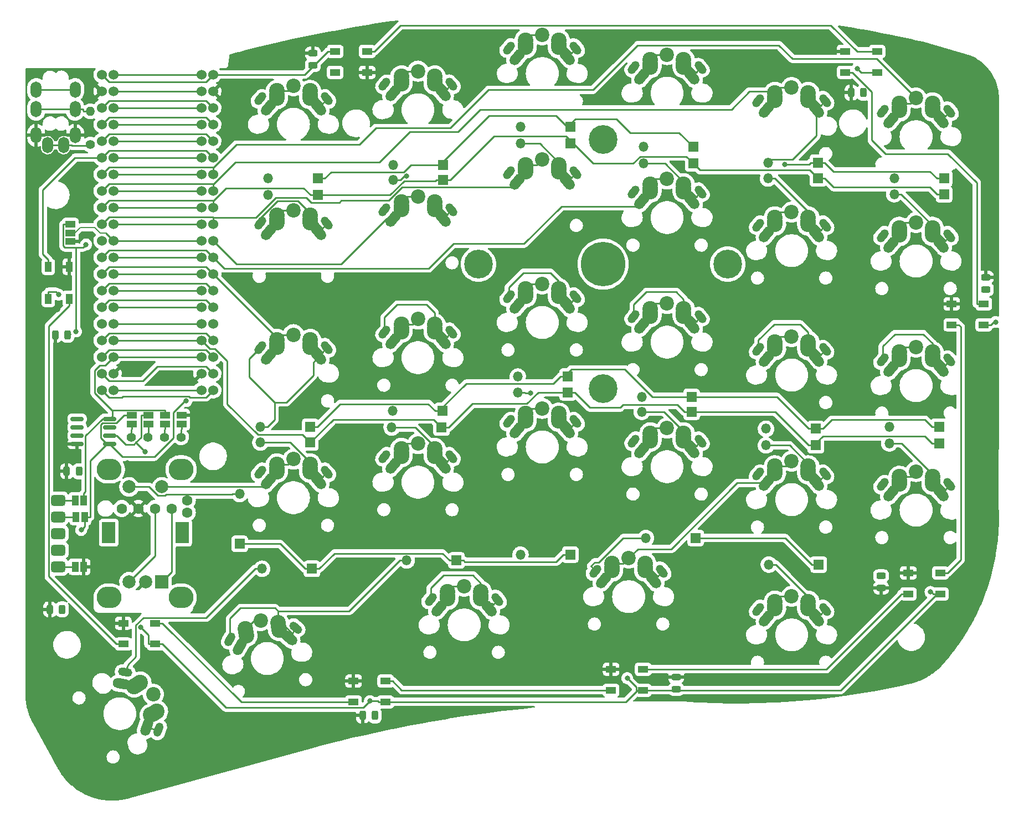
<source format=gbr>
G04 #@! TF.GenerationSoftware,KiCad,Pcbnew,5.99.0-unknown-78b555afa2~127~ubuntu20.04.1*
G04 #@! TF.CreationDate,2021-05-01T17:37:30+01:00*
G04 #@! TF.ProjectId,grandiceps-rev2,6772616e-6469-4636-9570-732d72657632,rev?*
G04 #@! TF.SameCoordinates,Original*
G04 #@! TF.FileFunction,Copper,L1,Top*
G04 #@! TF.FilePolarity,Positive*
%FSLAX46Y46*%
G04 Gerber Fmt 4.6, Leading zero omitted, Abs format (unit mm)*
G04 Created by KiCad (PCBNEW 5.99.0-unknown-78b555afa2~127~ubuntu20.04.1) date 2021-05-01 17:37:30*
%MOMM*%
%LPD*%
G01*
G04 APERTURE LIST*
G04 Aperture macros list*
%AMRoundRect*
0 Rectangle with rounded corners*
0 $1 Rounding radius*
0 $2 $3 $4 $5 $6 $7 $8 $9 X,Y pos of 4 corners*
0 Add a 4 corners polygon primitive as box body*
4,1,4,$2,$3,$4,$5,$6,$7,$8,$9,$2,$3,0*
0 Add four circle primitives for the rounded corners*
1,1,$1+$1,$2,$3*
1,1,$1+$1,$4,$5*
1,1,$1+$1,$6,$7*
1,1,$1+$1,$8,$9*
0 Add four rect primitives between the rounded corners*
20,1,$1+$1,$2,$3,$4,$5,0*
20,1,$1+$1,$4,$5,$6,$7,0*
20,1,$1+$1,$6,$7,$8,$9,0*
20,1,$1+$1,$8,$9,$2,$3,0*%
%AMHorizOval*
0 Thick line with rounded ends*
0 $1 width*
0 $2 $3 position (X,Y) of the first rounded end (center of the circle)*
0 $4 $5 position (X,Y) of the second rounded end (center of the circle)*
0 Add line between two ends*
20,1,$1,$2,$3,$4,$5,0*
0 Add two circle primitives to create the rounded ends*
1,1,$1,$2,$3*
1,1,$1,$4,$5*%
G04 Aperture macros list end*
G04 #@! TA.AperFunction,ComponentPad*
%ADD10C,1.600000*%
G04 #@! TD*
G04 #@! TA.AperFunction,ComponentPad*
%ADD11R,2.000000X2.000000*%
G04 #@! TD*
G04 #@! TA.AperFunction,ComponentPad*
%ADD12C,2.000000*%
G04 #@! TD*
G04 #@! TA.AperFunction,ComponentPad*
%ADD13R,2.000000X3.200000*%
G04 #@! TD*
G04 #@! TA.AperFunction,ComponentPad*
%ADD14C,1.524000*%
G04 #@! TD*
G04 #@! TA.AperFunction,ComponentPad*
%ADD15C,1.400000*%
G04 #@! TD*
G04 #@! TA.AperFunction,ComponentPad*
%ADD16O,1.400000X1.400000*%
G04 #@! TD*
G04 #@! TA.AperFunction,SMDPad,CuDef*
%ADD17R,1.500000X1.000000*%
G04 #@! TD*
G04 #@! TA.AperFunction,SMDPad,CuDef*
%ADD18R,1.000000X1.500000*%
G04 #@! TD*
G04 #@! TA.AperFunction,SMDPad,CuDef*
%ADD19RoundRect,0.243750X0.243750X0.456250X-0.243750X0.456250X-0.243750X-0.456250X0.243750X-0.456250X0*%
G04 #@! TD*
G04 #@! TA.AperFunction,SMDPad,CuDef*
%ADD20RoundRect,0.243750X0.456250X-0.243750X0.456250X0.243750X-0.456250X0.243750X-0.456250X-0.243750X0*%
G04 #@! TD*
G04 #@! TA.AperFunction,ComponentPad*
%ADD21C,6.800000*%
G04 #@! TD*
G04 #@! TA.AperFunction,ComponentPad*
%ADD22C,4.400000*%
G04 #@! TD*
G04 #@! TA.AperFunction,ComponentPad*
%ADD23RoundRect,0.425000X0.675000X0.425000X-0.675000X0.425000X-0.675000X-0.425000X0.675000X-0.425000X0*%
G04 #@! TD*
G04 #@! TA.AperFunction,ComponentPad*
%ADD24RoundRect,0.425000X-0.675000X0.425000X-0.675000X-0.425000X0.675000X-0.425000X0.675000X0.425000X0*%
G04 #@! TD*
G04 #@! TA.AperFunction,ComponentPad*
%ADD25O,3.800000X3.300000*%
G04 #@! TD*
G04 #@! TA.AperFunction,SMDPad,CuDef*
%ADD26RoundRect,0.243750X-0.456250X0.243750X-0.456250X-0.243750X0.456250X-0.243750X0.456250X0.243750X0*%
G04 #@! TD*
G04 #@! TA.AperFunction,ComponentPad*
%ADD27C,1.397000*%
G04 #@! TD*
G04 #@! TA.AperFunction,SMDPad,CuDef*
%ADD28RoundRect,0.150000X-0.825000X-0.150000X0.825000X-0.150000X0.825000X0.150000X-0.825000X0.150000X0*%
G04 #@! TD*
G04 #@! TA.AperFunction,ComponentPad*
%ADD29R,1.500000X1.500000*%
G04 #@! TD*
G04 #@! TA.AperFunction,ComponentPad*
%ADD30O,1.500000X1.500000*%
G04 #@! TD*
G04 #@! TA.AperFunction,ComponentPad*
%ADD31HorizOval,1.250000X-0.305324X-0.363871X0.305324X0.363871X0*%
G04 #@! TD*
G04 #@! TA.AperFunction,ComponentPad*
%ADD32HorizOval,1.550000X-0.401742X0.478778X0.401742X-0.478778X0*%
G04 #@! TD*
G04 #@! TA.AperFunction,ComponentPad*
%ADD33HorizOval,1.250000X-0.305324X0.363871X0.305324X-0.363871X0*%
G04 #@! TD*
G04 #@! TA.AperFunction,ComponentPad*
%ADD34C,2.400000*%
G04 #@! TD*
G04 #@! TA.AperFunction,ComponentPad*
%ADD35HorizOval,1.550000X-0.401742X-0.478778X0.401742X0.478778X0*%
G04 #@! TD*
G04 #@! TA.AperFunction,ComponentPad*
%ADD36C,2.200000*%
G04 #@! TD*
G04 #@! TA.AperFunction,ComponentPad*
%ADD37HorizOval,1.550000X0.213763X0.587308X-0.213763X-0.587308X0*%
G04 #@! TD*
G04 #@! TA.AperFunction,ComponentPad*
%ADD38HorizOval,1.250000X0.162460X0.446354X-0.162460X-0.446354X0*%
G04 #@! TD*
G04 #@! TA.AperFunction,ComponentPad*
%ADD39HorizOval,1.250000X-0.467784X0.082483X0.467784X-0.082483X0*%
G04 #@! TD*
G04 #@! TA.AperFunction,ComponentPad*
%ADD40HorizOval,1.550000X-0.615505X0.108530X0.615505X-0.108530X0*%
G04 #@! TD*
G04 #@! TA.AperFunction,ComponentPad*
%ADD41HorizOval,1.250000X-0.363871X0.305324X0.363871X-0.305324X0*%
G04 #@! TD*
G04 #@! TA.AperFunction,ComponentPad*
%ADD42HorizOval,1.250000X-0.237500X-0.411362X0.237500X0.411362X0*%
G04 #@! TD*
G04 #@! TA.AperFunction,ComponentPad*
%ADD43HorizOval,1.550000X-0.478778X0.401742X0.478778X-0.401742X0*%
G04 #@! TD*
G04 #@! TA.AperFunction,ComponentPad*
%ADD44HorizOval,1.550000X-0.312500X-0.541266X0.312500X0.541266X0*%
G04 #@! TD*
G04 #@! TA.AperFunction,ComponentPad*
%ADD45O,1.700000X2.500000*%
G04 #@! TD*
G04 #@! TA.AperFunction,ViaPad*
%ADD46C,0.800000*%
G04 #@! TD*
G04 #@! TA.AperFunction,Conductor*
%ADD47C,0.250000*%
G04 #@! TD*
G04 #@! TA.AperFunction,Conductor*
%ADD48C,0.200000*%
G04 #@! TD*
G04 APERTURE END LIST*
D10*
X113875000Y-112300000D03*
X113875000Y-114150000D03*
X111485000Y-113525000D03*
X108945000Y-113525000D03*
X106405000Y-113525000D03*
X103865000Y-113525000D03*
D11*
X109982000Y-124714000D03*
D12*
X104982000Y-124714000D03*
X107482000Y-124714000D03*
D13*
X101882000Y-117214000D03*
X113082000Y-117214000D03*
D12*
X104982000Y-110214000D03*
X109982000Y-110214000D03*
D14*
X100813000Y-47167800D03*
X117831000Y-47167800D03*
X117831000Y-49707800D03*
X100813000Y-49707800D03*
X100813000Y-52247800D03*
X117831000Y-52247800D03*
X100813000Y-54787800D03*
X117831000Y-54787800D03*
X117831000Y-57327800D03*
X100813000Y-57327800D03*
X117831000Y-59867800D03*
X100813000Y-59867800D03*
X117831000Y-62407800D03*
X100813000Y-62407800D03*
X117831000Y-64947800D03*
X100813000Y-64947800D03*
X117831000Y-67487800D03*
X100813000Y-67487800D03*
X117831000Y-70027800D03*
X100813000Y-70027800D03*
X100813000Y-72567800D03*
X117831000Y-72567800D03*
X100813000Y-75107800D03*
X117831000Y-75107800D03*
X117831000Y-77647800D03*
X100813000Y-77647800D03*
X100813000Y-80187800D03*
X117831000Y-80187800D03*
X100813000Y-82727800D03*
X117831000Y-82727800D03*
X117831000Y-85267800D03*
X100813000Y-85267800D03*
X117831000Y-87807800D03*
X100813000Y-87807800D03*
X117831000Y-90347800D03*
X100813000Y-90347800D03*
X100813000Y-92887800D03*
X117831000Y-92887800D03*
X100813000Y-95427800D03*
X117831000Y-95427800D03*
X116053000Y-95427800D03*
X102591000Y-95427800D03*
X116053000Y-92887800D03*
X102591000Y-92887800D03*
X102591000Y-90347800D03*
X116053000Y-90347800D03*
X116053000Y-87807800D03*
X102591000Y-87807800D03*
X116053000Y-85267800D03*
X102591000Y-85267800D03*
X102591000Y-82727800D03*
X116053000Y-82727800D03*
X102591000Y-80187800D03*
X116053000Y-80187800D03*
X102591000Y-77647800D03*
X116053000Y-77647800D03*
X116053000Y-75107800D03*
X102591000Y-75107800D03*
X102591000Y-72567800D03*
X116053000Y-72567800D03*
X116053000Y-70027800D03*
X102591000Y-70027800D03*
X102591000Y-67487800D03*
X116053000Y-67487800D03*
X116053000Y-64947800D03*
X102591000Y-64947800D03*
X102591000Y-62407800D03*
X116053000Y-62407800D03*
X102591000Y-59867800D03*
X116053000Y-59867800D03*
X116053000Y-57327800D03*
X102591000Y-57327800D03*
X102591000Y-54787800D03*
X116053000Y-54787800D03*
X102591000Y-52247800D03*
X116053000Y-52247800D03*
X116053000Y-49707800D03*
X102591000Y-49707800D03*
X116053000Y-47167800D03*
X102591000Y-47167800D03*
D15*
X99060000Y-57861200D03*
D16*
X99060000Y-52781200D03*
D17*
X229018000Y-126568000D03*
X229018000Y-123368000D03*
X224118000Y-123368000D03*
X224118000Y-126568000D03*
D18*
X92634000Y-81444000D03*
X95834000Y-81444000D03*
X95834000Y-76544000D03*
X92634000Y-76544000D03*
D19*
X95575000Y-86950000D03*
X93700000Y-86950000D03*
X94750000Y-128950000D03*
X92875000Y-128950000D03*
D17*
X235650000Y-85425000D03*
X235650000Y-82225000D03*
X230750000Y-82225000D03*
X230750000Y-85425000D03*
X105410000Y-99284000D03*
X105410000Y-100584000D03*
X219366000Y-46812000D03*
X219366000Y-43612000D03*
X214466000Y-43612000D03*
X214466000Y-46812000D03*
D18*
X96744000Y-122428000D03*
X98044000Y-122428000D03*
D20*
X188625000Y-141162500D03*
X188625000Y-139287500D03*
D17*
X107950000Y-99284000D03*
X107950000Y-100584000D03*
X136488000Y-43612000D03*
X136488000Y-46812000D03*
X141388000Y-46812000D03*
X141388000Y-43612000D03*
D21*
X177450000Y-76150000D03*
D22*
X177450000Y-57100000D03*
X177450000Y-95200000D03*
X196500000Y-76150000D03*
X158400000Y-76150000D03*
D17*
X144200000Y-143100000D03*
X144200000Y-139900000D03*
X139300000Y-139900000D03*
X139300000Y-143100000D03*
D23*
X94168000Y-122428000D03*
D24*
X94168000Y-119888000D03*
X94168000Y-117348000D03*
X94168000Y-114808000D03*
X94168000Y-112268000D03*
D25*
X101942000Y-107548000D03*
X112942000Y-107548000D03*
X112942000Y-127148000D03*
X101942000Y-127148000D03*
D20*
X133075000Y-45775000D03*
X133075000Y-43900000D03*
D18*
X96886000Y-114808000D03*
X98186000Y-114808000D03*
X96774000Y-112268000D03*
X98074000Y-112268000D03*
D19*
X97325000Y-107825000D03*
X95450000Y-107825000D03*
D26*
X219950000Y-123825000D03*
X219950000Y-125700000D03*
D27*
X105335000Y-102616000D03*
X107875000Y-102616000D03*
X110415000Y-102616000D03*
X112955000Y-102616000D03*
D20*
X235975000Y-80025000D03*
X235975000Y-78150000D03*
D19*
X142575000Y-145175000D03*
X140700000Y-145175000D03*
D17*
X183575000Y-141300000D03*
X183575000Y-138100000D03*
X178675000Y-138100000D03*
X178675000Y-141300000D03*
D28*
X97028000Y-99822000D03*
X97028000Y-101092000D03*
X97028000Y-102362000D03*
X97028000Y-103632000D03*
X101978000Y-103632000D03*
X101978000Y-102362000D03*
X101978000Y-101092000D03*
X101978000Y-99822000D03*
D17*
X96012000Y-72674000D03*
X96012000Y-71374000D03*
X96012000Y-70074000D03*
D19*
X217250000Y-49925000D03*
X215375000Y-49925000D03*
D17*
X110490000Y-99284000D03*
X110490000Y-100584000D03*
X113030000Y-99284000D03*
X113030000Y-100584000D03*
X109000000Y-134250000D03*
X109000000Y-131050000D03*
X104100000Y-131050000D03*
X104100000Y-134250000D03*
D29*
X229591000Y-63042800D03*
D30*
X221971000Y-63042800D03*
D29*
X210287000Y-60629800D03*
D30*
X202667000Y-60629800D03*
D29*
X191237000Y-58216800D03*
D30*
X183617000Y-58216800D03*
D29*
X172475000Y-55175000D03*
D30*
X164855000Y-55175000D03*
D29*
X153010000Y-61010800D03*
D30*
X145390000Y-61010800D03*
D29*
X155042000Y-121463000D03*
D30*
X147422000Y-121463000D03*
D29*
X132944000Y-122733000D03*
D30*
X125324000Y-122733000D03*
D29*
X121895000Y-118923000D03*
D30*
X121895000Y-111303000D03*
D29*
X229591000Y-65455800D03*
D30*
X221971000Y-65455800D03*
D29*
X210287000Y-63042800D03*
D30*
X202667000Y-63042800D03*
D29*
X191237000Y-60756800D03*
D30*
X183617000Y-60756800D03*
D29*
X172475000Y-57715000D03*
D30*
X164855000Y-57715000D03*
D29*
X153010000Y-63296800D03*
D30*
X145390000Y-63296800D03*
D29*
X133833000Y-65582800D03*
D30*
X126213000Y-65582800D03*
D29*
X228829000Y-101016000D03*
D30*
X221209000Y-101016000D03*
D29*
X209975000Y-101325000D03*
D30*
X202355000Y-101325000D03*
D29*
X190983000Y-96443800D03*
D30*
X183363000Y-96443800D03*
D29*
X172025000Y-93350000D03*
D30*
X164405000Y-93350000D03*
D29*
X152883000Y-98602800D03*
D30*
X145263000Y-98602800D03*
D29*
X132690000Y-101016000D03*
D30*
X125070000Y-101016000D03*
D29*
X228829000Y-103556000D03*
D30*
X221209000Y-103556000D03*
D29*
X209975000Y-103865200D03*
D30*
X202355000Y-103865200D03*
D29*
X190983000Y-98729800D03*
D30*
X183363000Y-98729800D03*
D29*
X172025000Y-95763000D03*
D30*
X164405000Y-95763000D03*
D29*
X152756000Y-101143000D03*
D30*
X145136000Y-101143000D03*
D29*
X132690000Y-103429000D03*
D30*
X125070000Y-103429000D03*
D29*
X210414000Y-122098000D03*
D30*
X202794000Y-122098000D03*
D29*
X191618000Y-118034000D03*
D30*
X183998000Y-118034000D03*
D29*
X172441000Y-120574000D03*
D30*
X164821000Y-120574000D03*
D31*
X220198000Y-71782000D03*
D32*
X229108000Y-73142000D03*
D33*
X230398000Y-71782000D03*
D34*
X227838000Y-71682000D03*
X227838000Y-70602000D03*
X227838000Y-71182000D03*
D35*
X221488000Y-73142000D03*
D34*
X222758000Y-71182000D03*
X222758000Y-71682000D03*
D36*
X225298000Y-69782000D03*
D34*
X222758000Y-70602000D03*
D33*
X211373000Y-51139800D03*
D34*
X208813000Y-51039800D03*
D32*
X210083000Y-52499800D03*
D34*
X208813000Y-50539800D03*
D31*
X201173000Y-51139800D03*
D34*
X208813000Y-49959800D03*
X203733000Y-50539800D03*
X203733000Y-51039800D03*
D36*
X206273000Y-49139800D03*
D35*
X202463000Y-52499800D03*
D34*
X203733000Y-49959800D03*
D31*
X144053000Y-105598000D03*
D32*
X152963000Y-106958000D03*
D33*
X154253000Y-105598000D03*
D34*
X151693000Y-104998000D03*
X151693000Y-104418000D03*
X151693000Y-105498000D03*
D35*
X145343000Y-106958000D03*
D34*
X146613000Y-105498000D03*
X146613000Y-104418000D03*
X146613000Y-104998000D03*
D36*
X149153000Y-103598000D03*
D32*
X133923000Y-109338000D03*
D34*
X132653000Y-107378000D03*
D33*
X135213000Y-107978000D03*
D34*
X132653000Y-106798000D03*
X132653000Y-107878000D03*
D31*
X125013000Y-107978000D03*
D34*
X127573000Y-107878000D03*
D36*
X130113000Y-105978000D03*
D34*
X127573000Y-107378000D03*
D35*
X126303000Y-109338000D03*
D34*
X127573000Y-106798000D03*
D33*
X173248000Y-100210200D03*
D31*
X163048000Y-100210200D03*
D34*
X170688000Y-99610200D03*
D32*
X171958000Y-101570200D03*
D34*
X170688000Y-100110200D03*
X170688000Y-99030200D03*
X165608000Y-100110200D03*
D35*
X164338000Y-101570200D03*
D34*
X165608000Y-99030200D03*
D36*
X168148000Y-98210200D03*
D34*
X165608000Y-99610200D03*
D33*
X135213000Y-50857800D03*
D34*
X132653000Y-50257800D03*
X132653000Y-49677800D03*
X132653000Y-50757800D03*
D31*
X125013000Y-50857800D03*
D32*
X133923000Y-52217800D03*
D34*
X127573000Y-50257800D03*
X127573000Y-49677800D03*
X127573000Y-50757800D03*
D35*
X126303000Y-52217800D03*
D36*
X130113000Y-48857800D03*
D34*
X208813000Y-128342000D03*
X208813000Y-127762000D03*
D33*
X211373000Y-128942000D03*
D31*
X201173000Y-128942000D03*
D32*
X210083000Y-130302000D03*
D34*
X208813000Y-128842000D03*
X203733000Y-127762000D03*
X203733000Y-128342000D03*
D35*
X202463000Y-130302000D03*
D34*
X203733000Y-128842000D03*
D36*
X206273000Y-126942000D03*
D34*
X151693000Y-48537800D03*
D33*
X154253000Y-48637800D03*
D34*
X151693000Y-47457800D03*
D32*
X152963000Y-49997800D03*
D34*
X151693000Y-48037800D03*
D31*
X144053000Y-48637800D03*
D34*
X146613000Y-48537800D03*
D35*
X145343000Y-49997800D03*
D34*
X146613000Y-47457800D03*
X146613000Y-48037800D03*
D36*
X149153000Y-46637800D03*
D34*
X189773000Y-103118000D03*
D32*
X191043000Y-104578000D03*
D34*
X189773000Y-102038000D03*
X189773000Y-102618000D03*
D33*
X192333000Y-103218000D03*
D31*
X182133000Y-103218000D03*
D34*
X184693000Y-103118000D03*
D35*
X183423000Y-104578000D03*
D36*
X187233000Y-101218000D03*
D34*
X184693000Y-102618000D03*
X184693000Y-102038000D03*
X132653000Y-69797800D03*
D32*
X133923000Y-71257800D03*
D31*
X125013000Y-69897800D03*
D34*
X132653000Y-68717800D03*
D33*
X135213000Y-69897800D03*
D34*
X132653000Y-69297800D03*
X127573000Y-69797800D03*
D35*
X126303000Y-71257800D03*
D34*
X127573000Y-69297800D03*
X127573000Y-68717800D03*
D36*
X130113000Y-67897800D03*
D32*
X160020000Y-128778000D03*
D34*
X158750000Y-126818000D03*
D33*
X161310000Y-127418000D03*
D34*
X158750000Y-126238000D03*
X158750000Y-127318000D03*
D31*
X151110000Y-127418000D03*
D35*
X152400000Y-128778000D03*
D36*
X156210000Y-125418000D03*
D34*
X153670000Y-126238000D03*
X153670000Y-126818000D03*
X153670000Y-127318000D03*
D37*
X107679705Y-146929557D03*
D34*
X109244409Y-144559705D03*
X108309102Y-145099705D03*
D38*
X109502499Y-147366730D03*
D39*
X104402499Y-138533270D03*
D34*
X108742114Y-144849705D03*
X106202114Y-140450295D03*
X105769102Y-140700295D03*
D36*
X108684550Y-141950000D03*
D40*
X103869705Y-140330443D03*
D34*
X106704409Y-140160295D03*
D41*
X130458492Y-131733444D03*
D34*
X127732479Y-131015910D03*
D42*
X120413453Y-133504655D03*
D43*
X129424251Y-133296789D03*
D34*
X127920019Y-132079503D03*
X127833195Y-131587099D03*
X122830372Y-132469231D03*
X122729656Y-131898043D03*
D44*
X121920016Y-134619988D03*
D36*
X125088676Y-130649434D03*
D34*
X122917196Y-132961635D03*
X227838000Y-90722000D03*
X227838000Y-90222000D03*
D31*
X220198000Y-90822000D03*
D34*
X227838000Y-89642000D03*
D33*
X230398000Y-90822000D03*
D32*
X229108000Y-92182000D03*
D35*
X221488000Y-92182000D03*
D36*
X225298000Y-88822000D03*
D34*
X222758000Y-90722000D03*
X222758000Y-90222000D03*
X222758000Y-89642000D03*
D31*
X144053000Y-86557800D03*
D34*
X151693000Y-85377800D03*
D32*
X152963000Y-87917800D03*
D33*
X154253000Y-86557800D03*
D34*
X151693000Y-86457800D03*
X151693000Y-85957800D03*
D36*
X149153000Y-84557800D03*
D34*
X146613000Y-85377800D03*
X146613000Y-86457800D03*
X146613000Y-85957800D03*
D35*
X145343000Y-87917800D03*
D34*
X170688000Y-60950000D03*
D31*
X163048000Y-62130000D03*
D34*
X170688000Y-62030000D03*
D32*
X171958000Y-63490000D03*
D33*
X173248000Y-62130000D03*
D34*
X170688000Y-61530000D03*
D35*
X164338000Y-63490000D03*
D34*
X165608000Y-62030000D03*
D36*
X168148000Y-60130000D03*
D34*
X165608000Y-60950000D03*
X165608000Y-61530000D03*
D32*
X210083000Y-109620000D03*
D33*
X211373000Y-108260000D03*
D34*
X208813000Y-108160000D03*
X208813000Y-107660000D03*
X208813000Y-107080000D03*
D31*
X201173000Y-108260000D03*
D34*
X203733000Y-107660000D03*
X203733000Y-107080000D03*
D35*
X202463000Y-109620000D03*
D36*
X206273000Y-106260000D03*
D34*
X203733000Y-108160000D03*
X170688000Y-79990000D03*
X170688000Y-81070000D03*
X170688000Y-80570000D03*
D33*
X173248000Y-81170000D03*
D31*
X163048000Y-81170000D03*
D32*
X171958000Y-82530000D03*
D34*
X165608000Y-80570000D03*
D36*
X168148000Y-79170000D03*
D34*
X165608000Y-79990000D03*
X165608000Y-81070000D03*
D35*
X164338000Y-82530000D03*
D32*
X152963000Y-69197800D03*
D31*
X144053000Y-67837800D03*
D34*
X151693000Y-66657800D03*
D33*
X154253000Y-67837800D03*
D34*
X151693000Y-67737800D03*
X151693000Y-67237800D03*
X146613000Y-66657800D03*
X146613000Y-67737800D03*
D35*
X145343000Y-69197800D03*
D34*
X146613000Y-67237800D03*
D36*
X149153000Y-65837800D03*
D34*
X189773000Y-63957800D03*
D32*
X191043000Y-66497800D03*
D33*
X192333000Y-65137800D03*
D34*
X189773000Y-64537800D03*
D31*
X182133000Y-65137800D03*
D34*
X189773000Y-65037800D03*
D35*
X183423000Y-66497800D03*
D36*
X187233000Y-63137800D03*
D34*
X184693000Y-65037800D03*
X184693000Y-63957800D03*
X184693000Y-64537800D03*
D33*
X192333000Y-46097800D03*
D34*
X189773000Y-45997800D03*
X189773000Y-45497800D03*
X189773000Y-44917800D03*
D32*
X191043000Y-47457800D03*
D31*
X182133000Y-46097800D03*
D34*
X184693000Y-45997800D03*
X184693000Y-45497800D03*
D35*
X183423000Y-47457800D03*
D36*
X187233000Y-44097800D03*
D34*
X184693000Y-44917800D03*
D31*
X125013000Y-88937800D03*
D33*
X135213000Y-88937800D03*
D34*
X132653000Y-88837800D03*
D32*
X133923000Y-90297800D03*
D34*
X132653000Y-88337800D03*
X132653000Y-87757800D03*
X127573000Y-87757800D03*
D35*
X126303000Y-90297800D03*
D34*
X127573000Y-88837800D03*
X127573000Y-88337800D03*
D36*
X130113000Y-86937800D03*
D34*
X227838000Y-51562000D03*
X227838000Y-52142000D03*
X227838000Y-52642000D03*
D33*
X230398000Y-52742000D03*
D31*
X220198000Y-52742000D03*
D32*
X229108000Y-54102000D03*
D36*
X225298000Y-50742000D03*
D34*
X222758000Y-51562000D03*
D35*
X221488000Y-54102000D03*
D34*
X222758000Y-52642000D03*
X222758000Y-52142000D03*
X170688000Y-41910000D03*
D33*
X173248000Y-43090000D03*
D34*
X170688000Y-42490000D03*
D31*
X163048000Y-43090000D03*
D32*
X171958000Y-44450000D03*
D34*
X170688000Y-42990000D03*
X165608000Y-41910000D03*
X165608000Y-42490000D03*
D35*
X164338000Y-44450000D03*
D36*
X168148000Y-41090000D03*
D34*
X165608000Y-42990000D03*
D33*
X211373000Y-89219800D03*
D31*
X201173000Y-89219800D03*
D34*
X208813000Y-89119800D03*
X208813000Y-88039800D03*
X208813000Y-88619800D03*
D32*
X210083000Y-90579800D03*
D34*
X203733000Y-88619800D03*
D36*
X206273000Y-87219800D03*
D35*
X202463000Y-90579800D03*
D34*
X203733000Y-89119800D03*
X203733000Y-88039800D03*
X189773000Y-84077800D03*
X189773000Y-83577800D03*
X189773000Y-82997800D03*
D31*
X182133000Y-84177800D03*
D32*
X191043000Y-85537800D03*
D33*
X192333000Y-84177800D03*
D34*
X184693000Y-84077800D03*
X184693000Y-82997800D03*
D35*
X183423000Y-85537800D03*
D34*
X184693000Y-83577800D03*
D36*
X187233000Y-82177800D03*
D32*
X185166000Y-124460000D03*
D34*
X183896000Y-122500000D03*
X183896000Y-123000000D03*
X183896000Y-121920000D03*
D33*
X186456000Y-123100000D03*
D31*
X176256000Y-123100000D03*
D34*
X178816000Y-121920000D03*
X178816000Y-123000000D03*
X178816000Y-122500000D03*
D35*
X177546000Y-124460000D03*
D36*
X181356000Y-121100000D03*
D34*
X208813000Y-68999800D03*
D32*
X210083000Y-71539800D03*
D34*
X208813000Y-70079800D03*
D31*
X201173000Y-70179800D03*
D33*
X211373000Y-70179800D03*
D34*
X208813000Y-69579800D03*
D35*
X202463000Y-71539800D03*
D34*
X203733000Y-70079800D03*
D36*
X206273000Y-68179800D03*
D34*
X203733000Y-68999800D03*
X203733000Y-69579800D03*
X227838000Y-108682200D03*
X227838000Y-109262200D03*
D31*
X220198000Y-109862200D03*
D34*
X227838000Y-109762200D03*
D33*
X230398000Y-109862200D03*
D32*
X229108000Y-111222200D03*
D34*
X222758000Y-109262200D03*
X222758000Y-108682200D03*
X222758000Y-109762200D03*
D35*
X221488000Y-111222200D03*
D36*
X225298000Y-107862200D03*
D29*
X133833000Y-63042800D03*
D30*
X126213000Y-63042800D03*
D45*
X92537600Y-57951800D03*
X94987600Y-57951800D03*
X96737600Y-49451800D03*
X90787600Y-49451800D03*
X90787600Y-52451800D03*
X96737600Y-52451800D03*
X90787600Y-56451800D03*
X96737600Y-56451800D03*
D46*
X190650000Y-139425000D03*
X118450000Y-98100000D03*
X94025000Y-83100000D03*
X229875000Y-45550000D03*
X109450000Y-93900000D03*
X95500000Y-107800000D03*
X142150000Y-40775000D03*
X104750000Y-106500000D03*
X120300000Y-50425000D03*
X94650000Y-105550000D03*
X106575000Y-92075000D03*
X215350000Y-49825000D03*
X199450000Y-41050000D03*
X210100000Y-41950000D03*
X94450000Y-78925000D03*
X216975000Y-125600000D03*
X98825000Y-90200000D03*
X227250000Y-85375000D03*
X181137500Y-139472800D03*
X97362500Y-107825000D03*
X94825000Y-129025000D03*
X142587500Y-145250000D03*
X220100000Y-123812500D03*
X216337100Y-46221100D03*
X237476200Y-84994600D03*
X227500000Y-126273100D03*
X217317500Y-49936400D03*
X235950000Y-80025000D03*
X95758000Y-86917000D03*
X141812500Y-142983800D03*
X106763200Y-131690200D03*
X94234000Y-80812600D03*
X205231400Y-60903500D03*
X166386000Y-95833400D03*
X147383000Y-62691400D03*
X98406500Y-73145600D03*
X96866700Y-86449000D03*
X107422000Y-104855600D03*
X97665800Y-116814300D03*
X113733600Y-97083500D03*
D47*
X111485000Y-113525000D02*
X111485000Y-123211000D01*
X111485000Y-123211000D02*
X109982000Y-124714000D01*
X108945000Y-120751000D02*
X104982000Y-124714000D01*
X108945000Y-113525000D02*
X108945000Y-120751000D01*
X113775489Y-111375489D02*
X110620234Y-111375489D01*
X120747211Y-111375489D02*
X113775489Y-111375489D01*
X113775489Y-112200489D02*
X113875000Y-112300000D01*
X113775489Y-111375489D02*
X113775489Y-112200489D01*
X120819700Y-111303000D02*
X120747211Y-111375489D01*
X110447862Y-111547861D02*
X109355584Y-111547861D01*
X110620234Y-111375489D02*
X110447862Y-111547861D01*
X109355584Y-111547861D02*
X108021723Y-110214000D01*
X108021723Y-110214000D02*
X104982000Y-110214000D01*
X182715700Y-141300000D02*
X182499700Y-141300000D01*
X107924700Y-134250000D02*
X107924700Y-132851700D01*
X102591000Y-90347800D02*
X101321000Y-91617800D01*
X216928000Y-46812000D02*
X219366000Y-46812000D01*
X237476200Y-84994600D02*
X237155700Y-84994600D01*
X109000000Y-134250000D02*
X107924700Y-134250000D01*
X116053000Y-90347800D02*
X102591000Y-90347800D01*
X228480400Y-126568000D02*
X228468100Y-126568000D01*
X101321000Y-91617800D02*
X100520900Y-91617800D01*
X180915700Y-143100000D02*
X144200000Y-143100000D01*
X188400000Y-141300000D02*
X183575000Y-141300000D01*
X183575000Y-141300000D02*
X183037400Y-141300000D01*
X141812500Y-142983800D02*
X140822500Y-143973800D01*
X235650000Y-85425000D02*
X236725300Y-85425000D01*
X102461500Y-98614100D02*
X102461500Y-99338500D01*
X93790100Y-80368700D02*
X92634000Y-80368700D01*
D48*
X188537500Y-141162500D02*
X188400000Y-141300000D01*
D47*
X101910300Y-48265100D02*
X100813000Y-47167800D01*
X143008500Y-142983800D02*
X143124700Y-143100000D01*
X102461500Y-98614100D02*
X102616900Y-98458700D01*
X98074000Y-112268000D02*
X98074000Y-111192700D01*
X92634000Y-81444000D02*
X92634000Y-80368700D01*
X228468100Y-126568000D02*
X227942700Y-126568000D01*
X237155700Y-84994600D02*
X236725300Y-85425000D01*
X102461500Y-99338500D02*
X101978000Y-99822000D01*
X227500000Y-126273100D02*
X227647800Y-126273100D01*
X98329000Y-110937700D02*
X98329000Y-102383500D01*
X227647800Y-126273100D02*
X227942700Y-126568000D01*
X140822500Y-143973800D02*
X119799100Y-143973800D01*
X98884800Y-58036400D02*
X99060000Y-57861200D01*
X94987600Y-57951800D02*
X92537600Y-57951800D01*
X110490000Y-99284000D02*
X110490000Y-98458700D01*
X216337100Y-46221100D02*
X216928000Y-46812000D01*
X183037400Y-141300000D02*
X182715700Y-141300000D01*
X144200000Y-143100000D02*
X143124700Y-143100000D01*
X100520900Y-91617800D02*
X99708700Y-92430000D01*
X94987600Y-57951800D02*
X96162900Y-57951800D01*
X182499700Y-140835000D02*
X182499700Y-141300000D01*
X102616900Y-98458700D02*
X110490000Y-98458700D01*
X229018000Y-126568000D02*
X228480400Y-126568000D01*
X99708700Y-95861300D02*
X102461500Y-98614100D01*
X228468100Y-126568000D02*
X213736100Y-141300000D01*
X136488000Y-43612000D02*
X135412700Y-43612000D01*
X116733700Y-48265100D02*
X101910300Y-48265100D01*
X182715700Y-141300000D02*
X180915700Y-143100000D01*
X100890500Y-99822000D02*
X101978000Y-99822000D01*
X98074000Y-111192700D02*
X98329000Y-110937700D01*
X96162900Y-57951800D02*
X96247500Y-58036400D01*
X213736100Y-141300000D02*
X188400000Y-141300000D01*
D48*
X188625000Y-141162500D02*
X188537500Y-141162500D01*
D47*
X96247500Y-58036400D02*
X98884800Y-58036400D01*
X98329000Y-102383500D02*
X100890500Y-99822000D01*
X99708700Y-92430000D02*
X99708700Y-95861300D01*
X141812500Y-142983800D02*
X143008500Y-142983800D01*
X181137500Y-139472800D02*
X182499700Y-140835000D01*
X107924700Y-132851700D02*
X106763200Y-131690200D01*
X119799100Y-143973800D02*
X110075300Y-134250000D01*
X109000000Y-134250000D02*
X110075300Y-134250000D01*
X131856900Y-47167800D02*
X117831000Y-47167800D01*
X135412700Y-43612000D02*
X131856900Y-47167800D01*
X94234000Y-80812600D02*
X93790100Y-80368700D01*
X117831000Y-47167800D02*
X116733700Y-48265100D01*
X228952100Y-52742000D02*
X227938000Y-52742000D01*
X230398000Y-52742000D02*
X229738300Y-53528200D01*
X227938000Y-52742000D02*
X227838000Y-52642000D01*
X229738300Y-53528200D02*
X228952100Y-52742000D01*
X172475000Y-55175000D02*
X171937400Y-55175000D01*
X146962600Y-62086100D02*
X135865000Y-62086100D01*
X208938000Y-60903500D02*
X209211700Y-60629800D01*
X153010000Y-61010800D02*
X152472400Y-61010800D01*
X171937400Y-55175000D02*
X173187400Y-53925000D01*
X227440400Y-61967500D02*
X228515700Y-63042800D01*
X148037900Y-61010800D02*
X146962600Y-62086100D01*
X135865000Y-62086100D02*
X134908300Y-63042800D01*
X102591000Y-47167800D02*
X116053000Y-47167800D01*
X189070200Y-56050000D02*
X191237000Y-58216800D01*
X229591000Y-63042800D02*
X228515700Y-63042800D01*
X205231400Y-60903500D02*
X208938000Y-60903500D01*
X181593600Y-56050000D02*
X189070200Y-56050000D01*
X210287000Y-60629800D02*
X211362300Y-60629800D01*
X133833000Y-63042800D02*
X134908300Y-63042800D01*
X173187400Y-53925000D02*
X179468600Y-53925000D01*
X152472400Y-61010800D02*
X160008200Y-53475000D01*
X210287000Y-60629800D02*
X209211700Y-60629800D01*
X179468600Y-53925000D02*
X181593600Y-56050000D01*
X151934700Y-61010800D02*
X148037900Y-61010800D01*
X170237400Y-53475000D02*
X171937400Y-55175000D01*
X152472400Y-61010800D02*
X151934700Y-61010800D01*
X211362300Y-60629800D02*
X212700000Y-61967500D01*
X160008200Y-53475000D02*
X170237400Y-53475000D01*
X212700000Y-61967500D02*
X227440400Y-61967500D01*
X208813000Y-51039800D02*
X209827100Y-51039800D01*
X209827100Y-51039800D02*
X210713300Y-51926000D01*
X203117811Y-60178989D02*
X202667000Y-60629800D01*
X206396011Y-60178989D02*
X203117811Y-60178989D01*
X210083000Y-52499800D02*
X210083000Y-56492000D01*
X210083000Y-56492000D02*
X206396011Y-60178989D01*
X211373000Y-51139800D02*
X210713300Y-51926000D01*
X192333000Y-46097800D02*
X191673300Y-46884000D01*
X190787100Y-45997800D02*
X191673300Y-46884000D01*
X189773000Y-45997800D02*
X190787100Y-45997800D01*
X171802100Y-43090000D02*
X170788000Y-43090000D01*
X170788000Y-43090000D02*
X170688000Y-42990000D01*
X172588300Y-43876200D02*
X171802100Y-43090000D01*
X173248000Y-43090000D02*
X172588300Y-43876200D01*
X151793000Y-48637800D02*
X151693000Y-48537800D01*
X152807100Y-48637800D02*
X151793000Y-48637800D01*
X154253000Y-48637800D02*
X153593300Y-49424000D01*
X153593300Y-49424000D02*
X152807100Y-48637800D01*
X133667100Y-50757800D02*
X134553300Y-51644000D01*
X135213000Y-50857800D02*
X134553300Y-51644000D01*
X132653000Y-50757800D02*
X133667100Y-50757800D01*
X221971000Y-65455800D02*
X223046300Y-65455800D01*
X228852100Y-71682000D02*
X229738300Y-72568200D01*
X223046300Y-65455800D02*
X227838000Y-70247500D01*
X227838000Y-71682000D02*
X228852100Y-71682000D01*
X230398000Y-71782000D02*
X229738300Y-72568200D01*
X227838000Y-70247500D02*
X227838000Y-70602000D01*
X134019300Y-122733000D02*
X136364600Y-120387700D01*
X128058700Y-118923000D02*
X131868700Y-122733000D01*
X121895000Y-118923000D02*
X128058700Y-118923000D01*
X171365700Y-120574000D02*
X170282600Y-121657100D01*
X155042000Y-121463000D02*
X156117300Y-121463000D01*
X210414000Y-122098000D02*
X209338700Y-122098000D01*
X172441000Y-120574000D02*
X171365700Y-120574000D01*
X152891400Y-120387700D02*
X153966700Y-121463000D01*
X132406400Y-122733000D02*
X132944000Y-122733000D01*
X132944000Y-122733000D02*
X134019300Y-122733000D01*
X102591000Y-85267800D02*
X116053000Y-85267800D01*
X205274700Y-118034000D02*
X209338700Y-122098000D01*
X170282600Y-121657100D02*
X156311400Y-121657100D01*
X155042000Y-121463000D02*
X153966700Y-121463000D01*
X132406400Y-122733000D02*
X131868700Y-122733000D01*
X136364600Y-120387700D02*
X152891400Y-120387700D01*
X156311400Y-121657100D02*
X156117300Y-121463000D01*
X191618000Y-118034000D02*
X205274700Y-118034000D01*
X202667000Y-63042800D02*
X203742300Y-63042800D01*
X209927100Y-70179800D02*
X208913000Y-70179800D01*
X211373000Y-70179800D02*
X210713300Y-70966000D01*
X203742300Y-63042800D02*
X208813000Y-68113500D01*
X208913000Y-70179800D02*
X208813000Y-70079800D01*
X210713300Y-70966000D02*
X209927100Y-70179800D01*
X208813000Y-68113500D02*
X208813000Y-68999800D01*
X183617000Y-60756800D02*
X186951100Y-60756800D01*
X189773000Y-63578700D02*
X189773000Y-63957800D01*
X191673300Y-65924000D02*
X190887100Y-65137800D01*
X190887100Y-65137800D02*
X189873000Y-65137800D01*
X186951100Y-60756800D02*
X189773000Y-63578700D01*
X189873000Y-65137800D02*
X189773000Y-65037800D01*
X192333000Y-65137800D02*
X191673300Y-65924000D01*
X130760800Y-66471200D02*
X132653000Y-68363400D01*
X132753000Y-69897800D02*
X132653000Y-69797800D01*
X133767100Y-69897800D02*
X132753000Y-69897800D01*
X134553300Y-70684000D02*
X133767100Y-69897800D01*
X127645400Y-66471200D02*
X130760800Y-66471200D01*
X125013000Y-69897800D02*
X125013000Y-69103600D01*
X125013000Y-69103600D02*
X127645400Y-66471200D01*
X132653000Y-68363400D02*
X132653000Y-68717800D01*
X135213000Y-69897800D02*
X134553300Y-70684000D01*
X100813000Y-59867800D02*
X101910400Y-58770400D01*
X116733600Y-58770400D02*
X117831000Y-59867800D01*
X92634000Y-76544000D02*
X92634000Y-75468700D01*
X101910400Y-58770400D02*
X116733600Y-58770400D01*
X91812100Y-74646800D02*
X91812100Y-64769100D01*
X96713400Y-59867800D02*
X100813000Y-59867800D01*
X91812100Y-64769100D02*
X96713400Y-59867800D01*
X92634000Y-75468700D02*
X91812100Y-74646800D01*
X152807100Y-86557800D02*
X151793000Y-86557800D01*
X144053000Y-86557800D02*
X144053000Y-84297000D01*
X146000000Y-82350000D02*
X150450000Y-82350000D01*
X151793000Y-86557800D02*
X151693000Y-86457800D01*
X150450000Y-82350000D02*
X151693000Y-83593000D01*
X151693000Y-83593000D02*
X151693000Y-85377800D01*
X144053000Y-84297000D02*
X146000000Y-82350000D01*
X153593300Y-87344000D02*
X152807100Y-86557800D01*
X154253000Y-86557800D02*
X153593300Y-87344000D01*
X229591000Y-65455800D02*
X228515700Y-65455800D01*
X133833000Y-65582800D02*
X144876900Y-65582800D01*
X117731600Y-66370800D02*
X117831000Y-66470200D01*
X117831000Y-66470200D02*
X117846500Y-66470200D01*
X172475000Y-57715000D02*
X172894900Y-57715000D01*
X119809200Y-64507500D02*
X131682400Y-64507500D01*
X160776300Y-56605800D02*
X154085300Y-63296800D01*
X192255200Y-61775000D02*
X209019200Y-61775000D01*
X117831000Y-66470200D02*
X117831000Y-67487800D01*
X133833000Y-65582800D02*
X132757700Y-65582800D01*
X175936700Y-60756800D02*
X182026723Y-60756800D01*
X191237000Y-60756800D02*
X192255200Y-61775000D01*
X172894900Y-57715000D02*
X175936700Y-60756800D01*
X117846500Y-66470200D02*
X119809200Y-64507500D01*
X210287000Y-63042800D02*
X211362300Y-63042800D01*
X147043000Y-63416700D02*
X151814800Y-63416700D01*
X153010000Y-63296800D02*
X154085300Y-63296800D01*
X171785700Y-56605800D02*
X160776300Y-56605800D01*
X100813000Y-67487800D02*
X101930000Y-66370800D01*
X190162489Y-59682289D02*
X191237000Y-60756800D01*
X209019200Y-61775000D02*
X210287000Y-63042800D01*
X144876900Y-65582800D02*
X147043000Y-63416700D01*
X182026723Y-60756800D02*
X183101234Y-59682289D01*
X172894900Y-57715000D02*
X171785700Y-56605800D01*
X183101234Y-59682289D02*
X190162489Y-59682289D01*
X151814800Y-63416700D02*
X151934700Y-63296800D01*
X211362300Y-63042800D02*
X212700000Y-64380500D01*
X212700000Y-64380500D02*
X227440400Y-64380500D01*
X101930000Y-66370800D02*
X117731600Y-66370800D01*
X131682400Y-64507500D02*
X132757700Y-65582800D01*
X153010000Y-63296800D02*
X151934700Y-63296800D01*
X227440400Y-64380500D02*
X228515700Y-65455800D01*
X133667100Y-88837800D02*
X134553300Y-89724000D01*
X129006200Y-97291800D02*
X127221900Y-97291800D01*
X135213000Y-88937800D02*
X134553300Y-89724000D01*
X123311900Y-93381800D02*
X123311900Y-90638900D01*
X133923000Y-90297800D02*
X133154900Y-91213100D01*
X133154900Y-91213100D02*
X133155000Y-91213200D01*
X132653000Y-88837800D02*
X133667100Y-88837800D01*
X133155000Y-91213200D02*
X133155000Y-93143000D01*
X133155000Y-93143000D02*
X129006200Y-97291800D01*
X125070000Y-101016000D02*
X126145300Y-101016000D01*
X127221900Y-97291800D02*
X127221900Y-99939400D01*
X123311900Y-90638900D02*
X125013000Y-88937800D01*
X127221900Y-99939400D02*
X126145300Y-101016000D01*
X127221900Y-97291800D02*
X123311900Y-93381800D01*
X227938000Y-109862200D02*
X227838000Y-109762200D01*
X227838000Y-108682200D02*
X227838000Y-108296000D01*
X230398000Y-109862200D02*
X229738300Y-110648400D01*
X227838000Y-108296000D02*
X223098000Y-103556000D01*
X223098000Y-103556000D02*
X221209000Y-103556000D01*
X229738300Y-110648400D02*
X228952100Y-109862200D01*
X228952100Y-109862200D02*
X227938000Y-109862200D01*
X205982500Y-103865200D02*
X208813000Y-106695700D01*
X208813000Y-108160000D02*
X209827100Y-108160000D01*
X211373000Y-108260000D02*
X210713300Y-109046200D01*
X209827100Y-108160000D02*
X210713300Y-109046200D01*
X202355000Y-103865200D02*
X205982500Y-103865200D01*
X208813000Y-106695700D02*
X208813000Y-107080000D01*
X186779300Y-98729800D02*
X189773000Y-101723500D01*
X191673300Y-104004200D02*
X190887100Y-103218000D01*
X189873000Y-103218000D02*
X189773000Y-103118000D01*
X192333000Y-103218000D02*
X191673300Y-104004200D01*
X189773000Y-101723500D02*
X189773000Y-102038000D01*
X190887100Y-103218000D02*
X189873000Y-103218000D01*
X183363000Y-98729800D02*
X186779300Y-98729800D01*
X172588300Y-100996400D02*
X171802100Y-100210200D01*
X171802100Y-100210200D02*
X170788000Y-100210200D01*
X170788000Y-100210200D02*
X170688000Y-100110200D01*
X165550700Y-95833400D02*
X166386000Y-95833400D01*
X165480300Y-95763000D02*
X165550700Y-95833400D01*
X164405000Y-95763000D02*
X165480300Y-95763000D01*
X173248000Y-100210200D02*
X172588300Y-100996400D01*
X154253000Y-105598000D02*
X153593300Y-106384200D01*
X151693000Y-104112800D02*
X151693000Y-104418000D01*
X148723200Y-101143000D02*
X151693000Y-104112800D01*
X152707100Y-105498000D02*
X153593300Y-106384200D01*
X145136000Y-101143000D02*
X148723200Y-101143000D01*
X151693000Y-105498000D02*
X152707100Y-105498000D01*
X228829000Y-101016000D02*
X227753700Y-101016000D01*
X152883000Y-98602800D02*
X152345400Y-98602800D01*
X150732400Y-97527500D02*
X151807700Y-98602800D01*
X102591000Y-49707800D02*
X116053000Y-49707800D01*
X209975000Y-101325000D02*
X211050300Y-101325000D01*
X152345400Y-98602800D02*
X156522900Y-94425300D01*
X132690000Y-101016000D02*
X133765300Y-101016000D01*
X209437400Y-101325000D02*
X209975000Y-101325000D01*
X204018500Y-96443800D02*
X208899700Y-101325000D01*
X137253800Y-97527500D02*
X150732400Y-97527500D01*
X156522900Y-94425300D02*
X169874400Y-94425300D01*
X180770400Y-92225000D02*
X172612400Y-92225000D01*
X211050300Y-101325000D02*
X212434600Y-99940700D01*
X212434600Y-99940700D02*
X226678400Y-99940700D01*
X190983000Y-96443800D02*
X184989200Y-96443800D01*
X133765300Y-101016000D02*
X137253800Y-97527500D01*
X171487400Y-93350000D02*
X170949700Y-93350000D01*
X190983000Y-96443800D02*
X204018500Y-96443800D01*
X172612400Y-92225000D02*
X171487400Y-93350000D01*
X209437400Y-101325000D02*
X208899700Y-101325000D01*
X226678400Y-99940700D02*
X227753700Y-101016000D01*
X172025000Y-93350000D02*
X171487400Y-93350000D01*
X184989200Y-96443800D02*
X180770400Y-92225000D01*
X152345400Y-98602800D02*
X151807700Y-98602800D01*
X169874400Y-94425300D02*
X170949700Y-93350000D01*
X165784300Y-97504800D02*
X167526100Y-95763000D01*
X120005400Y-90975700D02*
X118107500Y-89077800D01*
X151513000Y-99900000D02*
X152756000Y-101143000D01*
X118107500Y-89077800D02*
X117323000Y-89077800D01*
X172025000Y-95763000D02*
X173100300Y-95763000D01*
X132690000Y-103429000D02*
X136219000Y-99900000D01*
X136219000Y-99900000D02*
X151513000Y-99900000D01*
X124673900Y-102200000D02*
X120005400Y-97531500D01*
X131461000Y-102200000D02*
X124673900Y-102200000D01*
X167526100Y-95763000D02*
X172025000Y-95763000D01*
X209665800Y-103865200D02*
X211050300Y-102480700D01*
X209975000Y-103865200D02*
X209665800Y-103865200D01*
X190983000Y-98729800D02*
X203764300Y-98729800D01*
X132690000Y-103429000D02*
X131461000Y-102200000D01*
X152756000Y-101143000D02*
X153831300Y-101143000D01*
X175437300Y-98100000D02*
X180071400Y-98100000D01*
X203764300Y-98729800D02*
X208899700Y-103865200D01*
X117323000Y-89077800D02*
X116053000Y-87807800D01*
X173100300Y-95763000D02*
X175437300Y-98100000D01*
X180516900Y-97654500D02*
X188832400Y-97654500D01*
X120005400Y-97531500D02*
X120005400Y-90975700D01*
X211050300Y-102480700D02*
X226678400Y-102480700D01*
X228829000Y-103556000D02*
X227753700Y-103556000D01*
X188832400Y-97654500D02*
X189907700Y-98729800D01*
X102591000Y-87807800D02*
X116053000Y-87807800D01*
X189907700Y-98729800D02*
X190983000Y-98729800D01*
X153831300Y-101143000D02*
X157469500Y-97504800D01*
X157469500Y-97504800D02*
X165784300Y-97504800D01*
X180071400Y-98100000D02*
X180516900Y-97654500D01*
X226678400Y-102480700D02*
X227753700Y-103556000D01*
X209437400Y-103865200D02*
X209665800Y-103865200D01*
X209437400Y-103865200D02*
X208899700Y-103865200D01*
X117831000Y-61390200D02*
X117831000Y-62407800D01*
X182733100Y-42666900D02*
X204331200Y-42666900D01*
X206417500Y-44753200D02*
X219309200Y-44753200D01*
X219309200Y-44753200D02*
X225298000Y-50742000D01*
X225298000Y-107862200D02*
X224478000Y-108682200D01*
X154114300Y-55321900D02*
X159945500Y-49490700D01*
X140187700Y-57855300D02*
X142721100Y-55321900D01*
X175909300Y-49490700D02*
X182733100Y-42666900D01*
X224478000Y-108682200D02*
X222758000Y-108682200D01*
X225298000Y-88822000D02*
X223578000Y-88822000D01*
X117846500Y-61390200D02*
X121381400Y-57855300D01*
X142721100Y-55321900D02*
X154114300Y-55321900D01*
X204553000Y-126942000D02*
X203733000Y-127762000D01*
X159945500Y-49490700D02*
X175909300Y-49490700D01*
X117831000Y-61390200D02*
X117846500Y-61390200D01*
X206273000Y-126942000D02*
X204553000Y-126942000D01*
X101930000Y-61290800D02*
X117731600Y-61290800D01*
X223578000Y-88822000D02*
X222758000Y-89642000D01*
X100813000Y-62407800D02*
X101930000Y-61290800D01*
X225298000Y-69782000D02*
X223578000Y-69782000D01*
X121381400Y-57855300D02*
X140187700Y-57855300D01*
X117731600Y-61290800D02*
X117831000Y-61390200D01*
X224478000Y-51562000D02*
X225298000Y-50742000D01*
X223578000Y-69782000D02*
X222758000Y-70602000D01*
X204331200Y-42666900D02*
X206417500Y-44753200D01*
X222758000Y-51562000D02*
X224478000Y-51562000D01*
X204553000Y-68179800D02*
X203733000Y-68999800D01*
X187894300Y-119709800D02*
X197984100Y-109620000D01*
X206273000Y-87219800D02*
X204553000Y-87219800D01*
X206273000Y-68179800D02*
X204553000Y-68179800D01*
X206273000Y-49139800D02*
X204553000Y-49139800D01*
X155233600Y-55912400D02*
X158647500Y-52498500D01*
X143282700Y-60533700D02*
X147904000Y-55912400D01*
X206273000Y-106260000D02*
X205453000Y-107080000D01*
X178816000Y-121920000D02*
X180536000Y-121920000D01*
X158647500Y-52498500D02*
X197062000Y-52498500D01*
X117831000Y-63930200D02*
X117831000Y-64947800D01*
X117831000Y-63930200D02*
X117846500Y-63930200D01*
X203733000Y-108350000D02*
X203733000Y-108160000D01*
X180536000Y-121920000D02*
X181356000Y-121100000D01*
X202463000Y-109620000D02*
X203733000Y-108350000D01*
X205453000Y-107080000D02*
X203733000Y-107080000D01*
X117846500Y-63930200D02*
X121243000Y-60533700D01*
X197984100Y-109620000D02*
X202463000Y-109620000D01*
X199799300Y-49761200D02*
X203534400Y-49761200D01*
X204553000Y-87219800D02*
X203733000Y-88039800D01*
X117731600Y-63830800D02*
X117831000Y-63930200D01*
X101930000Y-63830800D02*
X117731600Y-63830800D01*
X203534400Y-49761200D02*
X203733000Y-49959800D01*
X100813000Y-64947800D02*
X101930000Y-63830800D01*
X182746200Y-119709800D02*
X187894300Y-119709800D01*
X121243000Y-60533700D02*
X143282700Y-60533700D01*
X204553000Y-49139800D02*
X203733000Y-49959800D01*
X181356000Y-121100000D02*
X182746200Y-119709800D01*
X197062000Y-52498500D02*
X199799300Y-49761200D01*
X147904000Y-55912400D02*
X155233600Y-55912400D01*
X150794900Y-76815900D02*
X119539100Y-76815900D01*
X154490000Y-125418000D02*
X153670000Y-126238000D01*
X156210000Y-125418000D02*
X154490000Y-125418000D01*
X187233000Y-44097800D02*
X185513000Y-44097800D01*
X187233000Y-63137800D02*
X185513000Y-63137800D01*
X101910400Y-74010400D02*
X116733600Y-74010400D01*
X119539100Y-76815900D02*
X117831000Y-75107800D01*
X154597600Y-73013200D02*
X150794900Y-76815900D01*
X185513000Y-63137800D02*
X184693000Y-63957800D01*
X183423000Y-66497800D02*
X182614100Y-67306700D01*
X187233000Y-82177800D02*
X185513000Y-82177800D01*
X100813000Y-75107800D02*
X101910400Y-74010400D01*
X184693000Y-102618000D02*
X184693000Y-103118000D01*
X165369600Y-73013200D02*
X154597600Y-73013200D01*
X185513000Y-101218000D02*
X184693000Y-102038000D01*
X171076100Y-67306700D02*
X165369600Y-73013200D01*
X185513000Y-44097800D02*
X184693000Y-44917800D01*
X182614100Y-67306700D02*
X171076100Y-67306700D01*
X185513000Y-82177800D02*
X184693000Y-82997800D01*
X187233000Y-101218000D02*
X185513000Y-101218000D01*
X116733600Y-74010400D02*
X117831000Y-75107800D01*
X127395800Y-66000500D02*
X132093000Y-66000500D01*
X117831000Y-69010200D02*
X117831000Y-70027800D01*
X168148000Y-98210200D02*
X166428000Y-98210200D01*
X117731600Y-68910800D02*
X117831000Y-69010200D01*
X168148000Y-60130000D02*
X167328000Y-60950000D01*
X122830400Y-131898000D02*
X122729700Y-131898000D01*
X163906000Y-64372300D02*
X165608000Y-62670300D01*
X132803600Y-66711100D02*
X137154100Y-66711100D01*
X146724300Y-64372300D02*
X163906000Y-64372300D01*
X144669100Y-66427500D02*
X146724300Y-64372300D01*
X125088700Y-130649400D02*
X124079000Y-130649400D01*
X137437700Y-66427500D02*
X144669100Y-66427500D01*
X124386100Y-69010200D02*
X127395800Y-66000500D01*
X165608000Y-62670300D02*
X165608000Y-62030000D01*
X137154100Y-66711100D02*
X137437700Y-66427500D01*
X166428000Y-41090000D02*
X165608000Y-41910000D01*
X168148000Y-79170000D02*
X166428000Y-79170000D01*
X166428000Y-79170000D02*
X165608000Y-79990000D01*
X100813000Y-70027800D02*
X101930000Y-68910800D01*
X132093000Y-66000500D02*
X132803600Y-66711100D01*
X117831000Y-69010200D02*
X124386100Y-69010200D01*
X168148000Y-41090000D02*
X166428000Y-41090000D01*
X167328000Y-60950000D02*
X165608000Y-60950000D01*
X166428000Y-98210200D02*
X165608000Y-99030200D01*
X101930000Y-68910800D02*
X117731600Y-68910800D01*
X122830400Y-131898000D02*
X122830400Y-132469200D01*
X124079000Y-130649400D02*
X122830400Y-131898000D01*
X105769100Y-140700300D02*
X105952100Y-140700300D01*
X144363300Y-69197800D02*
X137411900Y-76149200D01*
X149153000Y-46637800D02*
X147433000Y-46637800D01*
X147433000Y-103598000D02*
X146613000Y-104418000D01*
X103869700Y-140330400D02*
X104239600Y-140700300D01*
X148333000Y-85377800D02*
X149153000Y-84557800D01*
X121412400Y-76149200D02*
X117831000Y-72567800D01*
X147433000Y-46637800D02*
X146613000Y-47457800D01*
X146613000Y-85377800D02*
X148333000Y-85377800D01*
X149153000Y-103598000D02*
X147433000Y-103598000D01*
X145343000Y-87917800D02*
X146613000Y-86647800D01*
X147433000Y-65837800D02*
X146613000Y-66657800D01*
X105952100Y-140700300D02*
X106202100Y-140450300D01*
X106492100Y-140160300D02*
X106202100Y-140450300D01*
X146613000Y-86647800D02*
X146613000Y-86457800D01*
X137411900Y-76149200D02*
X121412400Y-76149200D01*
X104239600Y-140700300D02*
X105769100Y-140700300D01*
X149153000Y-65837800D02*
X147433000Y-65837800D01*
X106704400Y-140160300D02*
X106492100Y-140160300D01*
X145343000Y-69197800D02*
X144363300Y-69197800D01*
X127757000Y-87573800D02*
X117831000Y-77647800D01*
X100813000Y-77647800D02*
X101910400Y-76550400D01*
X116733600Y-76550400D02*
X117831000Y-77647800D01*
X128393000Y-67897800D02*
X127573000Y-68717800D01*
X126303000Y-109338000D02*
X125427000Y-110214000D01*
X129293000Y-49677800D02*
X127573000Y-49677800D01*
X127573000Y-108068000D02*
X127573000Y-107878000D01*
X130113000Y-86937800D02*
X128393000Y-86937800D01*
X130113000Y-67897800D02*
X128393000Y-67897800D01*
X125427000Y-110214000D02*
X109982000Y-110214000D01*
X127757000Y-87573800D02*
X127573000Y-87757800D01*
X129293000Y-106798000D02*
X127573000Y-106798000D01*
X130113000Y-105978000D02*
X129293000Y-106798000D01*
X130113000Y-48857800D02*
X129293000Y-49677800D01*
X126303000Y-109338000D02*
X127573000Y-108068000D01*
X101910400Y-76550400D02*
X116733600Y-76550400D01*
X128393000Y-86937800D02*
X127757000Y-87573800D01*
X116053000Y-52247800D02*
X102591000Y-52247800D01*
X116053000Y-54787800D02*
X102591000Y-54787800D01*
X170788000Y-62130000D02*
X170688000Y-62030000D01*
X173248000Y-62130000D02*
X172588300Y-62916200D01*
X167778900Y-57715000D02*
X164855000Y-57715000D01*
X170688000Y-60950000D02*
X170688000Y-60624100D01*
X172588300Y-62916200D02*
X171802100Y-62130000D01*
X170688000Y-60624100D02*
X167778900Y-57715000D01*
X171802100Y-62130000D02*
X170788000Y-62130000D01*
X147070700Y-62691400D02*
X147383000Y-62691400D01*
X145390000Y-63296800D02*
X146465300Y-63296800D01*
X151793000Y-67837800D02*
X151693000Y-67737800D01*
X153593300Y-68624000D02*
X152807100Y-67837800D01*
X146465300Y-63296800D02*
X147070700Y-62691400D01*
X154253000Y-67837800D02*
X153593300Y-68624000D01*
X152807100Y-67837800D02*
X151793000Y-67837800D01*
X230398000Y-90822000D02*
X229738300Y-91608200D01*
X228952100Y-90822000D02*
X227938000Y-90822000D01*
X220198000Y-88702000D02*
X220198000Y-90822000D01*
X222050000Y-86850000D02*
X220198000Y-88702000D01*
X227938000Y-90822000D02*
X227838000Y-90722000D01*
X227838000Y-88288000D02*
X226400000Y-86850000D01*
X226400000Y-86850000D02*
X222050000Y-86850000D01*
X227838000Y-89642000D02*
X227838000Y-88288000D01*
X229738300Y-91608200D02*
X228952100Y-90822000D01*
X203596900Y-85350000D02*
X201173000Y-87773900D01*
X208813000Y-88039800D02*
X208813000Y-86588000D01*
X207575000Y-85350000D02*
X203596900Y-85350000D01*
X208813000Y-86588000D02*
X207575000Y-85350000D01*
X209827100Y-89119800D02*
X210713300Y-90006000D01*
X211373000Y-89219800D02*
X210713300Y-90006000D01*
X201173000Y-87773900D02*
X201173000Y-89219800D01*
X208813000Y-89119800D02*
X209827100Y-89119800D01*
X182133000Y-82317000D02*
X184075000Y-80375000D01*
X188625000Y-80375000D02*
X189773000Y-81523000D01*
X184075000Y-80375000D02*
X188625000Y-80375000D01*
X189873000Y-84177800D02*
X189773000Y-84077800D01*
X182133000Y-84177800D02*
X182133000Y-82317000D01*
X189773000Y-81523000D02*
X189773000Y-82997800D01*
X192333000Y-84177800D02*
X191673300Y-84964000D01*
X190887100Y-84177800D02*
X189873000Y-84177800D01*
X191673300Y-84964000D02*
X190887100Y-84177800D01*
X165250000Y-77475000D02*
X169425000Y-77475000D01*
X169425000Y-77475000D02*
X170688000Y-78738000D01*
X170688000Y-78738000D02*
X170688000Y-79990000D01*
X163048000Y-79677000D02*
X165250000Y-77475000D01*
X163048000Y-81170000D02*
X163048000Y-79677000D01*
X170688000Y-81070000D02*
X171702100Y-81070000D01*
X171702100Y-81070000D02*
X172588300Y-81956200D01*
X173248000Y-81170000D02*
X172588300Y-81956200D01*
X133767100Y-107978000D02*
X132753000Y-107978000D01*
X134553300Y-108764200D02*
X133767100Y-107978000D01*
X132753000Y-107978000D02*
X132653000Y-107878000D01*
X129652500Y-103429000D02*
X132653000Y-106429500D01*
X125070000Y-103429000D02*
X129652500Y-103429000D01*
X135213000Y-107978000D02*
X134553300Y-108764200D01*
X132653000Y-106429500D02*
X132653000Y-106798000D01*
X208813000Y-127041700D02*
X203869300Y-122098000D01*
X211373000Y-128942000D02*
X210713300Y-129728200D01*
X210713300Y-129728200D02*
X209927100Y-128942000D01*
X208913000Y-128942000D02*
X208813000Y-128842000D01*
X209927100Y-128942000D02*
X208913000Y-128942000D01*
X202794000Y-122098000D02*
X203869300Y-122098000D01*
X208813000Y-127762000D02*
X208813000Y-127041700D01*
X176155000Y-121755100D02*
X176810100Y-121755100D01*
X180531200Y-118034000D02*
X183998000Y-118034000D01*
X176256000Y-123100000D02*
X175596300Y-122313800D01*
X185010100Y-123100000D02*
X183996000Y-123100000D01*
X183996000Y-123100000D02*
X183896000Y-123000000D01*
X175596300Y-122313800D02*
X176155000Y-121755100D01*
X185796300Y-123886200D02*
X185010100Y-123100000D01*
X176810100Y-121755100D02*
X180531200Y-118034000D01*
X186456000Y-123100000D02*
X185796300Y-123886200D01*
X160650300Y-128204200D02*
X160451900Y-128005800D01*
X159437800Y-128005800D02*
X158750000Y-127318000D01*
X161310000Y-127418000D02*
X160650300Y-128204200D01*
X160451900Y-128005800D02*
X159437800Y-128005800D01*
X151110000Y-125665000D02*
X153050000Y-123725000D01*
X158750000Y-124950000D02*
X158750000Y-126238000D01*
X153050000Y-123725000D02*
X157525000Y-123725000D01*
X151110000Y-127418000D02*
X151110000Y-125665000D01*
X157525000Y-123725000D02*
X158750000Y-124950000D01*
X147422000Y-121463000D02*
X146346700Y-121463000D01*
X128866300Y-131587100D02*
X129929300Y-132650100D01*
X138622600Y-129187100D02*
X146346700Y-121463000D01*
X120413500Y-130361500D02*
X122025000Y-128750000D01*
X120413500Y-133504700D02*
X120413500Y-130361500D01*
X122025000Y-128750000D02*
X127295400Y-128750000D01*
X127295400Y-128750000D02*
X127732500Y-129187100D01*
X127732500Y-129187100D02*
X138622600Y-129187100D01*
X130458500Y-131733400D02*
X129929300Y-132650100D01*
X127732500Y-129187100D02*
X127732500Y-131015900D01*
X127833200Y-131587100D02*
X128866300Y-131587100D01*
X104402500Y-138533300D02*
X104798000Y-137446600D01*
X108742100Y-144849700D02*
X108954400Y-144849700D01*
X108312400Y-147157000D02*
X107907100Y-147157000D01*
X108312400Y-147156900D02*
X108312400Y-147157000D01*
X104798100Y-137446600D02*
X106035100Y-136209600D01*
X104798000Y-137446600D02*
X104798100Y-137446600D01*
X108309100Y-145099700D02*
X108559100Y-144849700D01*
X106035100Y-136209600D02*
X106035100Y-131383300D01*
X108559100Y-144849700D02*
X108742100Y-144849700D01*
X109502500Y-147366700D02*
X108312400Y-147156900D01*
X107193700Y-130224700D02*
X116757000Y-130224700D01*
X108954400Y-144849700D02*
X109244400Y-144559700D01*
X125324000Y-122733000D02*
X124248700Y-122733000D01*
X107907100Y-147157000D02*
X107679700Y-146929600D01*
X116757000Y-130224700D02*
X124248700Y-122733000D01*
X106035100Y-131383300D02*
X107193700Y-130224700D01*
X121895000Y-111303000D02*
X120819700Y-111303000D01*
X90787600Y-49451800D02*
X96737600Y-49451800D01*
X96866700Y-73607600D02*
X97944500Y-73607600D01*
X102591000Y-95427800D02*
X116053000Y-95427800D01*
X116733600Y-51150400D02*
X101910400Y-51150400D01*
X117831000Y-52247800D02*
X116733600Y-51150400D01*
X94936700Y-70074000D02*
X94936700Y-73371200D01*
X101910400Y-51150400D02*
X100813000Y-52247800D01*
X96866700Y-73607600D02*
X96866700Y-86449000D01*
X95173100Y-73607600D02*
X96866700Y-73607600D01*
X96012000Y-70074000D02*
X94936700Y-70074000D01*
X94936700Y-73371200D02*
X95173100Y-73607600D01*
X97944500Y-73607600D02*
X98406500Y-73145600D01*
D48*
X100549000Y-71374000D02*
X101397200Y-71374000D01*
X96651000Y-71374000D02*
X97500000Y-70525000D01*
D47*
X116053000Y-72567800D02*
X102591000Y-72567800D01*
X101397200Y-71374000D02*
X102591000Y-72567800D01*
D48*
X97500000Y-70525000D02*
X99700000Y-70525000D01*
X96012000Y-71374000D02*
X96651000Y-71374000D01*
X99700000Y-70525000D02*
X100549000Y-71374000D01*
D47*
X116733600Y-53690400D02*
X101910400Y-53690400D01*
X101910400Y-53690400D02*
X100813000Y-54787800D01*
X117831000Y-54787800D02*
X116733600Y-53690400D01*
X100813000Y-57327800D02*
X101910400Y-56230400D01*
X101910400Y-56230400D02*
X116733600Y-56230400D01*
X116733600Y-56230400D02*
X117831000Y-57327800D01*
X117831000Y-80187800D02*
X116733600Y-79090400D01*
X101910400Y-79090400D02*
X100813000Y-80187800D01*
X116733600Y-79090400D02*
X101910400Y-79090400D01*
X117831000Y-82727800D02*
X116733600Y-81630400D01*
X101910400Y-81630400D02*
X100813000Y-82727800D01*
X116733600Y-81630400D02*
X101910400Y-81630400D01*
X100813000Y-87807800D02*
X101910400Y-86710400D01*
X101910400Y-86710400D02*
X116733600Y-86710400D01*
X116733600Y-86710400D02*
X117831000Y-87807800D01*
X116713800Y-89230600D02*
X117831000Y-90347800D01*
X101930200Y-89230600D02*
X116713800Y-89230600D01*
X100813000Y-90347800D02*
X101930200Y-89230600D01*
X116732200Y-91789000D02*
X109295100Y-91789000D01*
X109295100Y-91789000D02*
X107075300Y-94008800D01*
X107075300Y-94008800D02*
X101934000Y-94008800D01*
X101934000Y-94008800D02*
X100813000Y-92887800D01*
X117831000Y-92887800D02*
X116732200Y-91789000D01*
X96737600Y-52451800D02*
X97912900Y-52451800D01*
X90787600Y-52451800D02*
X96737600Y-52451800D01*
X102591000Y-70027800D02*
X116053000Y-70027800D01*
X97912900Y-52659400D02*
X98034700Y-52781200D01*
X97912900Y-52451800D02*
X97912900Y-52659400D01*
X99060000Y-52781200D02*
X98034700Y-52781200D01*
X101920000Y-96534800D02*
X100813000Y-95427800D01*
X114122900Y-96355900D02*
X104082800Y-96355900D01*
X104082800Y-96355900D02*
X103903900Y-96534800D01*
X116731700Y-96527100D02*
X114294100Y-96527100D01*
X117831000Y-95427800D02*
X116731700Y-96527100D01*
X103903900Y-96534800D02*
X101920000Y-96534800D01*
X114294100Y-96527100D02*
X114122900Y-96355900D01*
X116053000Y-77647800D02*
X102591000Y-77647800D01*
X102591000Y-75107800D02*
X116053000Y-75107800D01*
X116053000Y-67487800D02*
X102591000Y-67487800D01*
X102591000Y-64947800D02*
X116053000Y-64947800D01*
X116053000Y-62407800D02*
X102591000Y-62407800D01*
X116053000Y-59867800D02*
X102591000Y-59867800D01*
X102591000Y-57327800D02*
X116053000Y-57327800D01*
X105746500Y-103703400D02*
X104454700Y-103703400D01*
X116053000Y-80187800D02*
X102591000Y-80187800D01*
X106843400Y-99315300D02*
X106843400Y-102606500D01*
X106008200Y-103441700D02*
X105746500Y-103703400D01*
X106843400Y-102606500D02*
X106008200Y-103441700D01*
X107422000Y-104855600D02*
X106008200Y-103441700D01*
X103113300Y-102362000D02*
X101978000Y-102362000D01*
X104454700Y-103703400D02*
X103113300Y-102362000D01*
X107950000Y-99284000D02*
X106874700Y-99284000D01*
X106874700Y-99284000D02*
X106843400Y-99315300D01*
X113509100Y-97083500D02*
X113733600Y-97083500D01*
X101599700Y-103632000D02*
X99011300Y-106220400D01*
X97665800Y-116814300D02*
X98186000Y-116294100D01*
X99011300Y-106220400D02*
X99011300Y-114808000D01*
X111760000Y-102719100D02*
X111760000Y-98832600D01*
X111760000Y-98832600D02*
X113509100Y-97083500D01*
X101978000Y-103632000D02*
X103956100Y-105610100D01*
X103956100Y-105610100D02*
X108869000Y-105610100D01*
X116053000Y-82727800D02*
X102591000Y-82727800D01*
X104215400Y-99284000D02*
X105410000Y-99284000D01*
X108869000Y-105610100D02*
X111760000Y-102719100D01*
X100919200Y-100464800D02*
X103034600Y-100464800D01*
X101978000Y-103632000D02*
X101599700Y-103632000D01*
X100671100Y-102703400D02*
X100671100Y-100712900D01*
X98186000Y-114808000D02*
X99011300Y-114808000D01*
X101599700Y-103632000D02*
X100671100Y-102703400D01*
X103034600Y-100464800D02*
X104215400Y-99284000D01*
X100671100Y-100712900D02*
X100919200Y-100464800D01*
X98186000Y-116294100D02*
X98186000Y-114808000D01*
X105335000Y-102616000D02*
X105335000Y-101484300D01*
X105410000Y-100584000D02*
X105410000Y-101409300D01*
X105335000Y-101484300D02*
X105410000Y-101409300D01*
X113030000Y-101409300D02*
X112955000Y-101484300D01*
X112955000Y-101484300D02*
X112955000Y-102616000D01*
X113030000Y-100584000D02*
X113030000Y-101409300D01*
X107950000Y-102541000D02*
X107950000Y-100584000D01*
X107875000Y-102616000D02*
X107950000Y-102541000D01*
X110490000Y-101409300D02*
X110415000Y-101484300D01*
X110415000Y-101484300D02*
X110415000Y-102616000D01*
X110490000Y-100584000D02*
X110490000Y-101409300D01*
X103024700Y-134250000D02*
X92707400Y-123932700D01*
X92707400Y-85645900D02*
X95834000Y-82519300D01*
X104100000Y-134250000D02*
X103024700Y-134250000D01*
X95834000Y-81444000D02*
X95834000Y-82519300D01*
X92707400Y-123932700D02*
X92707400Y-85645900D01*
X109000000Y-131050000D02*
X110075300Y-131050000D01*
X110075300Y-131050000D02*
X122125300Y-143100000D01*
X122125300Y-143100000D02*
X139300000Y-143100000D01*
X144200000Y-139900000D02*
X145275300Y-139900000D01*
X146675300Y-141300000D02*
X145275300Y-139900000D01*
X178675000Y-141300000D02*
X146675300Y-141300000D01*
X223042700Y-126671200D02*
X223042700Y-126568000D01*
X211613900Y-138100000D02*
X223042700Y-126671200D01*
X183575000Y-138100000D02*
X211613900Y-138100000D01*
X224118000Y-126568000D02*
X223042700Y-126568000D01*
X231825300Y-85425000D02*
X232123000Y-85722700D01*
X229018000Y-123368000D02*
X230093300Y-123368000D01*
X232123000Y-85722700D02*
X232123000Y-121338300D01*
X232123000Y-121338300D02*
X230093300Y-123368000D01*
X230750000Y-85425000D02*
X231825300Y-85425000D01*
X230157500Y-59271200D02*
X234574700Y-63688400D01*
X234574700Y-63688400D02*
X234574700Y-82225000D01*
X218525000Y-57175800D02*
X220620400Y-59271200D01*
X218525000Y-49795700D02*
X218525000Y-57175800D01*
X215541300Y-46812000D02*
X218525000Y-49795700D01*
X234574700Y-82225000D02*
X235650000Y-82225000D01*
X214466000Y-46812000D02*
X215541300Y-46812000D01*
X220620400Y-59271200D02*
X230157500Y-59271200D01*
X142463300Y-43612000D02*
X146453900Y-39621400D01*
X146453900Y-39621400D02*
X212283800Y-39621400D01*
X141388000Y-43612000D02*
X142463300Y-43612000D01*
X216274400Y-43612000D02*
X219366000Y-43612000D01*
X212283800Y-39621400D02*
X216274400Y-43612000D01*
X94168000Y-112268000D02*
X96774000Y-112268000D01*
X96744000Y-122428000D02*
X94168000Y-122428000D01*
X94168000Y-114808000D02*
X96886000Y-114808000D01*
G04 #@! TA.AperFunction,Conductor*
G36*
X99736596Y-46149942D02*
G01*
X99804700Y-46170000D01*
X99851148Y-46223694D01*
X99861195Y-46293976D01*
X99829686Y-46360741D01*
X99797026Y-46396634D01*
X99794043Y-46401390D01*
X99794041Y-46401392D01*
X99680715Y-46582050D01*
X99676521Y-46588735D01*
X99591939Y-46799140D01*
X99584589Y-46834630D01*
X99552414Y-46990000D01*
X99545953Y-47021198D01*
X99545806Y-47026807D01*
X99545806Y-47026808D01*
X99544663Y-47070475D01*
X99540017Y-47247889D01*
X99574318Y-47472049D01*
X99647773Y-47686593D01*
X99758059Y-47884737D01*
X99761612Y-47889077D01*
X99761614Y-47889081D01*
X99825602Y-47967259D01*
X99901690Y-48060221D01*
X99905953Y-48063862D01*
X99905958Y-48063867D01*
X100048401Y-48185524D01*
X100074127Y-48207496D01*
X100171541Y-48264420D01*
X100263466Y-48318136D01*
X100269919Y-48321907D01*
X100275185Y-48323834D01*
X100279554Y-48325890D01*
X100332674Y-48372994D01*
X100351895Y-48441339D01*
X100331114Y-48509227D01*
X100283693Y-48551863D01*
X100134802Y-48628711D01*
X100125371Y-48634696D01*
X100124884Y-48635070D01*
X100116419Y-48646664D01*
X100123052Y-48658642D01*
X101083115Y-49618705D01*
X101117141Y-49681017D01*
X101112076Y-49751832D01*
X101083115Y-49796895D01*
X100124156Y-50755854D01*
X100117396Y-50768234D01*
X100122677Y-50775288D01*
X100265291Y-50858626D01*
X100279541Y-50865331D01*
X100332663Y-50912433D01*
X100351887Y-50980777D01*
X100331109Y-51048666D01*
X100283685Y-51091306D01*
X100173692Y-51148078D01*
X100129553Y-51170860D01*
X100125105Y-51174273D01*
X100115044Y-51181993D01*
X99949645Y-51308908D01*
X99945872Y-51313054D01*
X99945867Y-51313059D01*
X99837166Y-51432521D01*
X99797026Y-51476634D01*
X99706426Y-51621063D01*
X99703292Y-51626059D01*
X99650149Y-51673137D01*
X99579990Y-51684009D01*
X99545910Y-51674476D01*
X99452203Y-51633342D01*
X99452204Y-51633342D01*
X99447057Y-51631083D01*
X99329829Y-51602939D01*
X99242729Y-51582028D01*
X99242728Y-51582028D01*
X99237272Y-51580718D01*
X99154801Y-51575963D01*
X99027490Y-51568622D01*
X99027487Y-51568622D01*
X99021883Y-51568299D01*
X98807699Y-51594218D01*
X98601490Y-51657656D01*
X98596510Y-51660226D01*
X98596506Y-51660228D01*
X98420376Y-51751136D01*
X98409774Y-51756608D01*
X98405327Y-51760021D01*
X98405326Y-51760021D01*
X98288688Y-51849520D01*
X98222467Y-51875120D01*
X98163197Y-51862510D01*
X98162261Y-51864874D01*
X98154896Y-51861958D01*
X98147948Y-51858138D01*
X98143190Y-51856916D01*
X98088275Y-51814065D01*
X98068676Y-51772245D01*
X98064618Y-51756608D01*
X98023684Y-51598898D01*
X98021273Y-51593544D01*
X97931178Y-51393543D01*
X97931177Y-51393541D01*
X97928988Y-51388682D01*
X97800227Y-51197426D01*
X97796546Y-51193568D01*
X97796541Y-51193561D01*
X97646670Y-51036455D01*
X97614123Y-50973359D01*
X97620855Y-50902682D01*
X97655260Y-50854318D01*
X97711075Y-50805885D01*
X97711077Y-50805883D01*
X97715108Y-50802385D01*
X97718491Y-50798259D01*
X97718495Y-50798255D01*
X97835395Y-50655684D01*
X97861296Y-50624095D01*
X97867790Y-50612688D01*
X97972712Y-50428366D01*
X97975355Y-50423723D01*
X98054022Y-50206998D01*
X98058025Y-50184865D01*
X98072573Y-50104410D01*
X98095049Y-49980117D01*
X98095350Y-49973749D01*
X98096030Y-49959319D01*
X98096030Y-49959310D01*
X98096100Y-49957830D01*
X98096100Y-49782252D01*
X99540663Y-49782252D01*
X99541365Y-49793404D01*
X99573955Y-50006379D01*
X99576622Y-50017240D01*
X99646414Y-50221085D01*
X99650956Y-50231287D01*
X99742032Y-50394920D01*
X99752083Y-50404809D01*
X99759688Y-50401902D01*
X100440978Y-49720612D01*
X100448592Y-49706668D01*
X100448461Y-49704835D01*
X100444210Y-49698220D01*
X99766099Y-49020109D01*
X99753719Y-49013349D01*
X99745747Y-49019317D01*
X99679953Y-49124203D01*
X99674872Y-49134173D01*
X99594511Y-49334078D01*
X99591280Y-49344778D01*
X99547588Y-49555758D01*
X99546303Y-49566865D01*
X99540663Y-49782252D01*
X98096100Y-49782252D01*
X98096100Y-48992872D01*
X98089495Y-48915023D01*
X98082058Y-48827376D01*
X98082057Y-48827372D01*
X98081607Y-48822065D01*
X98079692Y-48814684D01*
X98025026Y-48604069D01*
X98023684Y-48598898D01*
X98017235Y-48584580D01*
X97931178Y-48393543D01*
X97931177Y-48393541D01*
X97928988Y-48388682D01*
X97925625Y-48383686D01*
X97902477Y-48349304D01*
X97800227Y-48197426D01*
X97790895Y-48187643D01*
X97712386Y-48105345D01*
X97641082Y-48030599D01*
X97632978Y-48024569D01*
X97486090Y-47915281D01*
X97456104Y-47892971D01*
X97451353Y-47890555D01*
X97451349Y-47890553D01*
X97255340Y-47790897D01*
X97255339Y-47790897D01*
X97250582Y-47788478D01*
X97138856Y-47753786D01*
X97035495Y-47721691D01*
X97035489Y-47721690D01*
X97030392Y-47720107D01*
X96925398Y-47706191D01*
X96807115Y-47690514D01*
X96807110Y-47690514D01*
X96801830Y-47689814D01*
X96796500Y-47690014D01*
X96796499Y-47690014D01*
X96709846Y-47693267D01*
X96571431Y-47698463D01*
X96503436Y-47712730D01*
X96351011Y-47744712D01*
X96351008Y-47744713D01*
X96345784Y-47745809D01*
X96131340Y-47830497D01*
X96075112Y-47864617D01*
X95960241Y-47934323D01*
X95934231Y-47950106D01*
X95931938Y-47952096D01*
X95865762Y-47975840D01*
X95796582Y-47959882D01*
X95747012Y-47909055D01*
X95732980Y-47837435D01*
X95746973Y-47698463D01*
X95751085Y-47657630D01*
X95751100Y-47651800D01*
X95750764Y-47648271D01*
X95731581Y-47447216D01*
X95731011Y-47441242D01*
X95718824Y-47399700D01*
X95673157Y-47244035D01*
X95673156Y-47244033D01*
X95671469Y-47238282D01*
X95665174Y-47226060D01*
X95577368Y-47055573D01*
X95577366Y-47055570D01*
X95574622Y-47050242D01*
X95443965Y-46883909D01*
X95432136Y-46873644D01*
X95288744Y-46749213D01*
X95288739Y-46749209D01*
X95284213Y-46745282D01*
X95101129Y-46639366D01*
X95073217Y-46629673D01*
X94906993Y-46571950D01*
X94906990Y-46571949D01*
X94901319Y-46569980D01*
X94759445Y-46549409D01*
X94697934Y-46540490D01*
X94697931Y-46540490D01*
X94691994Y-46539629D01*
X94480706Y-46549409D01*
X94349140Y-46581117D01*
X94280913Y-46597559D01*
X94280911Y-46597560D01*
X94275080Y-46598965D01*
X94269622Y-46601447D01*
X94269618Y-46601448D01*
X94207292Y-46629786D01*
X94082534Y-46686510D01*
X93910016Y-46808886D01*
X93855723Y-46865602D01*
X93794169Y-46900977D01*
X93723259Y-46897458D01*
X93682125Y-46873635D01*
X93677758Y-46869845D01*
X93534213Y-46745282D01*
X93351129Y-46639366D01*
X93323217Y-46629673D01*
X93156993Y-46571950D01*
X93156990Y-46571949D01*
X93151319Y-46569980D01*
X93009445Y-46549409D01*
X92947934Y-46540490D01*
X92947931Y-46540490D01*
X92941994Y-46539629D01*
X92730706Y-46549409D01*
X92599140Y-46581117D01*
X92530913Y-46597559D01*
X92530911Y-46597560D01*
X92525080Y-46598965D01*
X92519622Y-46601447D01*
X92519618Y-46601448D01*
X92457292Y-46629786D01*
X92332534Y-46686510D01*
X92160016Y-46808886D01*
X92155867Y-46813220D01*
X92155866Y-46813221D01*
X92017902Y-46957340D01*
X92017898Y-46957345D01*
X92013752Y-46961676D01*
X92010500Y-46966712D01*
X92010498Y-46966715D01*
X91926049Y-47097504D01*
X91899018Y-47139368D01*
X91896776Y-47144931D01*
X91880345Y-47185702D01*
X91819954Y-47335549D01*
X91818806Y-47341430D01*
X91818804Y-47341435D01*
X91781415Y-47532895D01*
X91779414Y-47543141D01*
X91779398Y-47549126D01*
X91779398Y-47549130D01*
X91779144Y-47646349D01*
X91778861Y-47754655D01*
X91779979Y-47760543D01*
X91779979Y-47760544D01*
X91794027Y-47834541D01*
X91787082Y-47905197D01*
X91743039Y-47960882D01*
X91675883Y-47983915D01*
X91606934Y-47966985D01*
X91595033Y-47959136D01*
X91506104Y-47892971D01*
X91501353Y-47890555D01*
X91501349Y-47890553D01*
X91305340Y-47790897D01*
X91305339Y-47790897D01*
X91300582Y-47788478D01*
X91188856Y-47753786D01*
X91085495Y-47721691D01*
X91085489Y-47721690D01*
X91080392Y-47720107D01*
X90975398Y-47706191D01*
X90857115Y-47690514D01*
X90857110Y-47690514D01*
X90851830Y-47689814D01*
X90846500Y-47690014D01*
X90846499Y-47690014D01*
X90759846Y-47693267D01*
X90621431Y-47698463D01*
X90553436Y-47712730D01*
X90401011Y-47744712D01*
X90401008Y-47744713D01*
X90395784Y-47745809D01*
X90181340Y-47830497D01*
X89984231Y-47950106D01*
X89980201Y-47953603D01*
X89835775Y-48078929D01*
X89810092Y-48101215D01*
X89806709Y-48105341D01*
X89806705Y-48105345D01*
X89725938Y-48203849D01*
X89663904Y-48279505D01*
X89661265Y-48284141D01*
X89661263Y-48284144D01*
X89595406Y-48399838D01*
X89549845Y-48479877D01*
X89471178Y-48696602D01*
X89470229Y-48701851D01*
X89470228Y-48701854D01*
X89460915Y-48753355D01*
X89430151Y-48923483D01*
X89429956Y-48927622D01*
X89429955Y-48927629D01*
X89429170Y-48944281D01*
X89429100Y-48945770D01*
X89429100Y-49910728D01*
X89433019Y-49956911D01*
X89442988Y-50074400D01*
X89443593Y-50081535D01*
X89444931Y-50086692D01*
X89444932Y-50086695D01*
X89470412Y-50184865D01*
X89501516Y-50304702D01*
X89503708Y-50309567D01*
X89503709Y-50309571D01*
X89588868Y-50498615D01*
X89596212Y-50514918D01*
X89599191Y-50519342D01*
X89599191Y-50519343D01*
X89612964Y-50539800D01*
X89724973Y-50706174D01*
X89728654Y-50710032D01*
X89728659Y-50710039D01*
X89878530Y-50867145D01*
X89911077Y-50930241D01*
X89904345Y-51000918D01*
X89869940Y-51049282D01*
X89815542Y-51096486D01*
X89810092Y-51101215D01*
X89806709Y-51105341D01*
X89806705Y-51105345D01*
X89714090Y-51218299D01*
X89663904Y-51279505D01*
X89661265Y-51284141D01*
X89661263Y-51284144D01*
X89587038Y-51414539D01*
X89549845Y-51479877D01*
X89471178Y-51696602D01*
X89470229Y-51701851D01*
X89470228Y-51701854D01*
X89460792Y-51754036D01*
X89430151Y-51923483D01*
X89429100Y-51945770D01*
X89429100Y-52910728D01*
X89434393Y-52973104D01*
X89442969Y-53074177D01*
X89443593Y-53081535D01*
X89444931Y-53086692D01*
X89444932Y-53086695D01*
X89472491Y-53192873D01*
X89501516Y-53304702D01*
X89503708Y-53309567D01*
X89503709Y-53309571D01*
X89592449Y-53506564D01*
X89596212Y-53514918D01*
X89724973Y-53706174D01*
X89728652Y-53710031D01*
X89728654Y-53710033D01*
X89779127Y-53762942D01*
X89884118Y-53873001D01*
X89888396Y-53876184D01*
X89912465Y-53894092D01*
X90069096Y-54010629D01*
X90073847Y-54013045D01*
X90073851Y-54013047D01*
X90266371Y-54110929D01*
X90274618Y-54115122D01*
X90372145Y-54145405D01*
X90489705Y-54181909D01*
X90489711Y-54181910D01*
X90494808Y-54183493D01*
X90599802Y-54197409D01*
X90718085Y-54213086D01*
X90718090Y-54213086D01*
X90723370Y-54213786D01*
X90728700Y-54213586D01*
X90728701Y-54213586D01*
X90838570Y-54209461D01*
X90953769Y-54205137D01*
X91056179Y-54183649D01*
X91174189Y-54158888D01*
X91174192Y-54158887D01*
X91179416Y-54157791D01*
X91393860Y-54073103D01*
X91590969Y-53953494D01*
X91641313Y-53909808D01*
X91761075Y-53805885D01*
X91761077Y-53805883D01*
X91765108Y-53802385D01*
X91768491Y-53798259D01*
X91768495Y-53798255D01*
X91876006Y-53667135D01*
X91911296Y-53624095D01*
X91921112Y-53606852D01*
X92022712Y-53428366D01*
X92025355Y-53423723D01*
X92104022Y-53206998D01*
X92105711Y-53197659D01*
X92107300Y-53188875D01*
X92139106Y-53125402D01*
X92200179Y-53089201D01*
X92231288Y-53085300D01*
X95297098Y-53085300D01*
X95365219Y-53105302D01*
X95411712Y-53158958D01*
X95419057Y-53179645D01*
X95450174Y-53299531D01*
X95451516Y-53304702D01*
X95502479Y-53417834D01*
X95540637Y-53502541D01*
X95546212Y-53514918D01*
X95674973Y-53706174D01*
X95678652Y-53710031D01*
X95678654Y-53710033D01*
X95729127Y-53762942D01*
X95834118Y-53873001D01*
X95838396Y-53876184D01*
X95862465Y-53894092D01*
X96019096Y-54010629D01*
X96023847Y-54013045D01*
X96023851Y-54013047D01*
X96216371Y-54110929D01*
X96224618Y-54115122D01*
X96322145Y-54145405D01*
X96439705Y-54181909D01*
X96439711Y-54181910D01*
X96444808Y-54183493D01*
X96549802Y-54197409D01*
X96668085Y-54213086D01*
X96668090Y-54213086D01*
X96673370Y-54213786D01*
X96678700Y-54213586D01*
X96678701Y-54213586D01*
X96788570Y-54209461D01*
X96903769Y-54205137D01*
X97006179Y-54183649D01*
X97124189Y-54158888D01*
X97124192Y-54158887D01*
X97129416Y-54157791D01*
X97343860Y-54073103D01*
X97540969Y-53953494D01*
X97591313Y-53909808D01*
X97711075Y-53805885D01*
X97711077Y-53805883D01*
X97715108Y-53802385D01*
X97718491Y-53798259D01*
X97718495Y-53798255D01*
X97826006Y-53667135D01*
X97861296Y-53624095D01*
X97904512Y-53548176D01*
X97955594Y-53498871D01*
X98025224Y-53485010D01*
X98091295Y-53510994D01*
X98111517Y-53530704D01*
X98116118Y-53536325D01*
X98192987Y-53630241D01*
X98357042Y-53770358D01*
X98415471Y-53804501D01*
X98538470Y-53876376D01*
X98538473Y-53876377D01*
X98543317Y-53879208D01*
X98548587Y-53881137D01*
X98548588Y-53881137D01*
X98740659Y-53951425D01*
X98740663Y-53951426D01*
X98745923Y-53953351D01*
X98751439Y-53954314D01*
X98751444Y-53954315D01*
X98952933Y-53989480D01*
X98952934Y-53989480D01*
X98958457Y-53990444D01*
X98964063Y-53990415D01*
X98964067Y-53990415D01*
X99062301Y-53989900D01*
X99174200Y-53989314D01*
X99179718Y-53988291D01*
X99179721Y-53988291D01*
X99380815Y-53951021D01*
X99380816Y-53951021D01*
X99386334Y-53949998D01*
X99391579Y-53948016D01*
X99391583Y-53948015D01*
X99526314Y-53897104D01*
X99588153Y-53873737D01*
X99615769Y-53857209D01*
X99684489Y-53839390D01*
X99751938Y-53861553D01*
X99796697Y-53916664D01*
X99804556Y-53987224D01*
X99787210Y-54032282D01*
X99679809Y-54203494D01*
X99676521Y-54208735D01*
X99591939Y-54419140D01*
X99586224Y-54446738D01*
X99551093Y-54616379D01*
X99545953Y-54641198D01*
X99545806Y-54646807D01*
X99545806Y-54646808D01*
X99545241Y-54668398D01*
X99540017Y-54867889D01*
X99574318Y-55092049D01*
X99647773Y-55306593D01*
X99758059Y-55504737D01*
X99761612Y-55509077D01*
X99761614Y-55509081D01*
X99857355Y-55626054D01*
X99901690Y-55680221D01*
X99905953Y-55683862D01*
X99905958Y-55683867D01*
X100033731Y-55792995D01*
X100074127Y-55827496D01*
X100150225Y-55871964D01*
X100263473Y-55938140D01*
X100269919Y-55941907D01*
X100275196Y-55943838D01*
X100278983Y-55945620D01*
X100332104Y-55992723D01*
X100351327Y-56061068D01*
X100330548Y-56128956D01*
X100283125Y-56171595D01*
X100202523Y-56213197D01*
X100129553Y-56250860D01*
X99949645Y-56388908D01*
X99945872Y-56393054D01*
X99945867Y-56393059D01*
X99813435Y-56538601D01*
X99797026Y-56556634D01*
X99704896Y-56703502D01*
X99703292Y-56706059D01*
X99650149Y-56753137D01*
X99579990Y-56764009D01*
X99545910Y-56754476D01*
X99452203Y-56713342D01*
X99452204Y-56713342D01*
X99447057Y-56711083D01*
X99294016Y-56674341D01*
X99242729Y-56662028D01*
X99242728Y-56662028D01*
X99237272Y-56660718D01*
X99154801Y-56655963D01*
X99027490Y-56648622D01*
X99027487Y-56648622D01*
X99021883Y-56648299D01*
X98807699Y-56674218D01*
X98601490Y-56737656D01*
X98596510Y-56740226D01*
X98596506Y-56740228D01*
X98435585Y-56823286D01*
X98409774Y-56836608D01*
X98405322Y-56840024D01*
X98405319Y-56840026D01*
X98298304Y-56922141D01*
X98232084Y-56947742D01*
X98162535Y-56933477D01*
X98111739Y-56883876D01*
X98095600Y-56822179D01*
X98095600Y-56723915D01*
X98091125Y-56708676D01*
X98089735Y-56707471D01*
X98082052Y-56705800D01*
X95563397Y-56705800D01*
X95507767Y-56692855D01*
X95343816Y-56612181D01*
X95338089Y-56609363D01*
X95331911Y-56607754D01*
X95331909Y-56607753D01*
X95147609Y-56559746D01*
X95147606Y-56559746D01*
X95141427Y-56558136D01*
X95046327Y-56553152D01*
X94944863Y-56547834D01*
X94944859Y-56547834D01*
X94938482Y-56547500D01*
X94737542Y-56577890D01*
X94546818Y-56648063D01*
X94541402Y-56651421D01*
X94541398Y-56651423D01*
X94379522Y-56751790D01*
X94379518Y-56751793D01*
X94374099Y-56755153D01*
X94365674Y-56763120D01*
X94249398Y-56873077D01*
X94226441Y-56894786D01*
X94109877Y-57061257D01*
X94043183Y-57215378D01*
X94031515Y-57242341D01*
X93986104Y-57296915D01*
X93915878Y-57318300D01*
X93605305Y-57318300D01*
X93537184Y-57298298D01*
X93490691Y-57244642D01*
X93485071Y-57229978D01*
X93463703Y-57161792D01*
X93463703Y-57161791D01*
X93461791Y-57155691D01*
X93429489Y-57097416D01*
X93406546Y-57056027D01*
X93363266Y-56977948D01*
X93231012Y-56823645D01*
X93070434Y-56699088D01*
X92888089Y-56609363D01*
X92881911Y-56607754D01*
X92881909Y-56607753D01*
X92697609Y-56559746D01*
X92697606Y-56559746D01*
X92691427Y-56558136D01*
X92596327Y-56553152D01*
X92494863Y-56547834D01*
X92494859Y-56547834D01*
X92488482Y-56547500D01*
X92287542Y-56577890D01*
X92096818Y-56648063D01*
X92091402Y-56651421D01*
X92091398Y-56651423D01*
X92034201Y-56686887D01*
X91967805Y-56705800D01*
X91059715Y-56705800D01*
X91044476Y-56710275D01*
X91043271Y-56711665D01*
X91041600Y-56719348D01*
X91041600Y-58168083D01*
X91045573Y-58181614D01*
X91056180Y-58183139D01*
X91174046Y-58158409D01*
X91184242Y-58155349D01*
X91364819Y-58084036D01*
X91435525Y-58077618D01*
X91498476Y-58110445D01*
X91533686Y-58172096D01*
X91537100Y-58201228D01*
X91537100Y-58401024D01*
X91541190Y-58441286D01*
X91550506Y-58533000D01*
X91552637Y-58553984D01*
X91613409Y-58747909D01*
X91711934Y-58925652D01*
X91844188Y-59079955D01*
X92004766Y-59204512D01*
X92187111Y-59294237D01*
X92193289Y-59295846D01*
X92193291Y-59295847D01*
X92377591Y-59343854D01*
X92377594Y-59343854D01*
X92383773Y-59345464D01*
X92472824Y-59350131D01*
X92580337Y-59355766D01*
X92580341Y-59355766D01*
X92586718Y-59356100D01*
X92787658Y-59325710D01*
X92978382Y-59255537D01*
X92983798Y-59252179D01*
X92983802Y-59252177D01*
X93145678Y-59151810D01*
X93145682Y-59151807D01*
X93151101Y-59148447D01*
X93277638Y-59028787D01*
X93294118Y-59013203D01*
X93294119Y-59013202D01*
X93298759Y-59008814D01*
X93415323Y-58842343D01*
X93488820Y-58672501D01*
X93493685Y-58661259D01*
X93539096Y-58606685D01*
X93609322Y-58585300D01*
X93919895Y-58585300D01*
X93988016Y-58605302D01*
X94034509Y-58658958D01*
X94040129Y-58673622D01*
X94061497Y-58741808D01*
X94063409Y-58747909D01*
X94161934Y-58925652D01*
X94294188Y-59079955D01*
X94454766Y-59204512D01*
X94637111Y-59294237D01*
X94643289Y-59295846D01*
X94643291Y-59295847D01*
X94827591Y-59343854D01*
X94827594Y-59343854D01*
X94833773Y-59345464D01*
X94922824Y-59350131D01*
X95030337Y-59355766D01*
X95030341Y-59355766D01*
X95036718Y-59356100D01*
X95237658Y-59325710D01*
X95428382Y-59255537D01*
X95433798Y-59252179D01*
X95433802Y-59252177D01*
X95595678Y-59151810D01*
X95595682Y-59151807D01*
X95601101Y-59148447D01*
X95727638Y-59028787D01*
X95744118Y-59013203D01*
X95744119Y-59013202D01*
X95748759Y-59008814D01*
X95865323Y-58842343D01*
X95918504Y-58719449D01*
X95963915Y-58664875D01*
X96031622Y-58643515D01*
X96065888Y-58648044D01*
X96069364Y-58649548D01*
X96090522Y-58652899D01*
X96113035Y-58656465D01*
X96124656Y-58658872D01*
X96161718Y-58668387D01*
X96167475Y-58669865D01*
X96168031Y-58669900D01*
X96187952Y-58669900D01*
X96207662Y-58671451D01*
X96219614Y-58673344D01*
X96219615Y-58673344D01*
X96227444Y-58674584D01*
X96235336Y-58673838D01*
X96241514Y-58673254D01*
X96271083Y-58670459D01*
X96282940Y-58669900D01*
X98101215Y-58669900D01*
X98169336Y-58689902D01*
X98190350Y-58707019D01*
X98192987Y-58710241D01*
X98357042Y-58850358D01*
X98408544Y-58880453D01*
X98538470Y-58956376D01*
X98538473Y-58956377D01*
X98543317Y-58959208D01*
X98548587Y-58961137D01*
X98548588Y-58961137D01*
X98627389Y-58989974D01*
X98684487Y-59032168D01*
X98709709Y-59098534D01*
X98695047Y-59168000D01*
X98645157Y-59218512D01*
X98584088Y-59234300D01*
X96791784Y-59234300D01*
X96780880Y-59233786D01*
X96773489Y-59232134D01*
X96765563Y-59232383D01*
X96765562Y-59232383D01*
X96706534Y-59234238D01*
X96702577Y-59234300D01*
X96673822Y-59234300D01*
X96669555Y-59234839D01*
X96657713Y-59235772D01*
X96613517Y-59237161D01*
X96605900Y-59239374D01*
X96594061Y-59242813D01*
X96574702Y-59246822D01*
X96562479Y-59248366D01*
X96562478Y-59248366D01*
X96554612Y-59249360D01*
X96547236Y-59252280D01*
X96547237Y-59252280D01*
X96513511Y-59265632D01*
X96502282Y-59269477D01*
X96467435Y-59279601D01*
X96467434Y-59279602D01*
X96459822Y-59281813D01*
X96442816Y-59291870D01*
X96442383Y-59292126D01*
X96424631Y-59300822D01*
X96405800Y-59308278D01*
X96384842Y-59323505D01*
X96370029Y-59334267D01*
X96360111Y-59340782D01*
X96322059Y-59363286D01*
X96321641Y-59363655D01*
X96307558Y-59377738D01*
X96292533Y-59390572D01*
X96276317Y-59402354D01*
X96259439Y-59422756D01*
X96248371Y-59436135D01*
X96240381Y-59444915D01*
X91419587Y-64265709D01*
X91411499Y-64273069D01*
X91405105Y-64277127D01*
X91399680Y-64282904D01*
X91359231Y-64325978D01*
X91356476Y-64328820D01*
X91336162Y-64349134D01*
X91333517Y-64352545D01*
X91325813Y-64361565D01*
X91295543Y-64393799D01*
X91291726Y-64400743D01*
X91291724Y-64400745D01*
X91285782Y-64411553D01*
X91274928Y-64428077D01*
X91262517Y-64444077D01*
X91259370Y-64451348D01*
X91259370Y-64451349D01*
X91244959Y-64484651D01*
X91239738Y-64495307D01*
X91218438Y-64534052D01*
X91216466Y-64541735D01*
X91216465Y-64541736D01*
X91213401Y-64553668D01*
X91206997Y-64572372D01*
X91202101Y-64583685D01*
X91202099Y-64583692D01*
X91198952Y-64590964D01*
X91197713Y-64598788D01*
X91197712Y-64598791D01*
X91192035Y-64634635D01*
X91189628Y-64646256D01*
X91180113Y-64683318D01*
X91178635Y-64689075D01*
X91178600Y-64689631D01*
X91178600Y-64709552D01*
X91177049Y-64729262D01*
X91173916Y-64749044D01*
X91174662Y-64756936D01*
X91178041Y-64792682D01*
X91178600Y-64804540D01*
X91178600Y-74568416D01*
X91178086Y-74579320D01*
X91176434Y-74586711D01*
X91176683Y-74594637D01*
X91176683Y-74594638D01*
X91178538Y-74653666D01*
X91178600Y-74657623D01*
X91178600Y-74686378D01*
X91179096Y-74690303D01*
X91179096Y-74690304D01*
X91179139Y-74690643D01*
X91180072Y-74702487D01*
X91181461Y-74746683D01*
X91183673Y-74754295D01*
X91187112Y-74766133D01*
X91191122Y-74785495D01*
X91193660Y-74805588D01*
X91196576Y-74812953D01*
X91196577Y-74812957D01*
X91209937Y-74846701D01*
X91213781Y-74857928D01*
X91226114Y-74900378D01*
X91230152Y-74907206D01*
X91236423Y-74917811D01*
X91245119Y-74935562D01*
X91248520Y-74944151D01*
X91252578Y-74954400D01*
X91257239Y-74960815D01*
X91278565Y-74990167D01*
X91285083Y-75000090D01*
X91307586Y-75038141D01*
X91307955Y-75038559D01*
X91322038Y-75052642D01*
X91334872Y-75067667D01*
X91346654Y-75083883D01*
X91363199Y-75097570D01*
X91380435Y-75111829D01*
X91389215Y-75119819D01*
X91666415Y-75397019D01*
X91700441Y-75459331D01*
X91695376Y-75530146D01*
X91691934Y-75538456D01*
X91645042Y-75641135D01*
X91645041Y-75641138D01*
X91641300Y-75649330D01*
X91640018Y-75658245D01*
X91640018Y-75658246D01*
X91621139Y-75789552D01*
X91621139Y-75789554D01*
X91620500Y-75794000D01*
X91620500Y-77294000D01*
X91625727Y-77367079D01*
X91645768Y-77435333D01*
X91663494Y-77495701D01*
X91666904Y-77507316D01*
X91671775Y-77514895D01*
X91741051Y-77622691D01*
X91741053Y-77622694D01*
X91745923Y-77630271D01*
X91752733Y-77636172D01*
X91849569Y-77720082D01*
X91849572Y-77720084D01*
X91856381Y-77725984D01*
X91864579Y-77729728D01*
X91879152Y-77736383D01*
X91989330Y-77786700D01*
X91998245Y-77787982D01*
X91998246Y-77787982D01*
X92129552Y-77806861D01*
X92129559Y-77806862D01*
X92134000Y-77807500D01*
X93134000Y-77807500D01*
X93207079Y-77802273D01*
X93285165Y-77779345D01*
X93338670Y-77763635D01*
X93338672Y-77763634D01*
X93347316Y-77761096D01*
X93401951Y-77725984D01*
X93462691Y-77686949D01*
X93462694Y-77686947D01*
X93470271Y-77682077D01*
X93496826Y-77651431D01*
X93560082Y-77578431D01*
X93560084Y-77578428D01*
X93565984Y-77571619D01*
X93620924Y-77451317D01*
X93622958Y-77446864D01*
X93622958Y-77446863D01*
X93626700Y-77438670D01*
X93627982Y-77429754D01*
X93646861Y-77298448D01*
X93646862Y-77298441D01*
X93647500Y-77294000D01*
X93647500Y-76811548D01*
X94821000Y-76811548D01*
X94821000Y-77291743D01*
X94821161Y-77296250D01*
X94825740Y-77360269D01*
X94828126Y-77373491D01*
X94864819Y-77498458D01*
X94872233Y-77514692D01*
X94941426Y-77622360D01*
X94953112Y-77635847D01*
X95049840Y-77719662D01*
X95064848Y-77729307D01*
X95181275Y-77782477D01*
X95198388Y-77787502D01*
X95329554Y-77806361D01*
X95338495Y-77807000D01*
X95561885Y-77807000D01*
X95577124Y-77802525D01*
X95578329Y-77801135D01*
X95580000Y-77793452D01*
X95580000Y-76816115D01*
X95575525Y-76800876D01*
X95574135Y-76799671D01*
X95566452Y-76798000D01*
X94839115Y-76798000D01*
X94823876Y-76802475D01*
X94822671Y-76803865D01*
X94821000Y-76811548D01*
X93647500Y-76811548D01*
X93647500Y-75798495D01*
X94821000Y-75798495D01*
X94821000Y-76271885D01*
X94825475Y-76287124D01*
X94826865Y-76288329D01*
X94834548Y-76290000D01*
X95561885Y-76290000D01*
X95577124Y-76285525D01*
X95578329Y-76284135D01*
X95580000Y-76276452D01*
X95580000Y-75299115D01*
X95575525Y-75283876D01*
X95574135Y-75282671D01*
X95566452Y-75281000D01*
X95336257Y-75281000D01*
X95331750Y-75281161D01*
X95267731Y-75285740D01*
X95254509Y-75288126D01*
X95129542Y-75324819D01*
X95113308Y-75332233D01*
X95005640Y-75401426D01*
X94992153Y-75413112D01*
X94908338Y-75509840D01*
X94898693Y-75524848D01*
X94845523Y-75641275D01*
X94840498Y-75658388D01*
X94821639Y-75789554D01*
X94821000Y-75798495D01*
X93647500Y-75798495D01*
X93647500Y-75794000D01*
X93642273Y-75720921D01*
X93614576Y-75626593D01*
X93603635Y-75589330D01*
X93603634Y-75589328D01*
X93601096Y-75580684D01*
X93575680Y-75541137D01*
X93526949Y-75465309D01*
X93526947Y-75465306D01*
X93522077Y-75457729D01*
X93506980Y-75444647D01*
X93418431Y-75367918D01*
X93418428Y-75367916D01*
X93411619Y-75362016D01*
X93386206Y-75350410D01*
X93377896Y-75346615D01*
X93292415Y-75307577D01*
X93238760Y-75261085D01*
X93223761Y-75228116D01*
X93223679Y-75227834D01*
X93219986Y-75215122D01*
X93214371Y-75205627D01*
X93209677Y-75197689D01*
X93200981Y-75179938D01*
X93196442Y-75168474D01*
X93196440Y-75168471D01*
X93193522Y-75161100D01*
X93167535Y-75125332D01*
X93161016Y-75115409D01*
X93158899Y-75111829D01*
X93138514Y-75077359D01*
X93138145Y-75076941D01*
X93124062Y-75062858D01*
X93111228Y-75047833D01*
X93099446Y-75031617D01*
X93065664Y-75003670D01*
X93056885Y-74995681D01*
X92482505Y-74421301D01*
X92448479Y-74358989D01*
X92445600Y-74332206D01*
X92445600Y-67490184D01*
X92465602Y-67422063D01*
X92519258Y-67375570D01*
X92589532Y-67365466D01*
X92638556Y-67383447D01*
X92774224Y-67468552D01*
X92774228Y-67468554D01*
X92777864Y-67470835D01*
X92781774Y-67472600D01*
X92781775Y-67472601D01*
X92820718Y-67490184D01*
X93039893Y-67589145D01*
X93044012Y-67590365D01*
X93311441Y-67669582D01*
X93311446Y-67669583D01*
X93315554Y-67670800D01*
X93319788Y-67671448D01*
X93319793Y-67671449D01*
X93525405Y-67702912D01*
X93599747Y-67714288D01*
X93746098Y-67716587D01*
X93882921Y-67718737D01*
X93882927Y-67718737D01*
X93887212Y-67718804D01*
X93891464Y-67718289D01*
X93891472Y-67718289D01*
X94113129Y-67691465D01*
X94172630Y-67684264D01*
X94176779Y-67683176D01*
X94176782Y-67683175D01*
X94446570Y-67612398D01*
X94450721Y-67611309D01*
X94716336Y-67501287D01*
X94732565Y-67491804D01*
X94960855Y-67358402D01*
X94960857Y-67358400D01*
X94964563Y-67356235D01*
X95190808Y-67178837D01*
X95198949Y-67170437D01*
X95387900Y-66975453D01*
X95390883Y-66972375D01*
X95393416Y-66968927D01*
X95393420Y-66968922D01*
X95558549Y-66744125D01*
X95561087Y-66740670D01*
X95565296Y-66732918D01*
X95696221Y-66491785D01*
X95696222Y-66491783D01*
X95698271Y-66488009D01*
X95784145Y-66260750D01*
X95798377Y-66223087D01*
X95798378Y-66223083D01*
X95799895Y-66219069D01*
X95842291Y-66033958D01*
X95863121Y-65943008D01*
X95863122Y-65943004D01*
X95864079Y-65938824D01*
X95864712Y-65931738D01*
X95889416Y-65654928D01*
X95889416Y-65654926D01*
X95889636Y-65652462D01*
X95889907Y-65626661D01*
X95890074Y-65610684D01*
X95890074Y-65610683D01*
X95890100Y-65608200D01*
X95880781Y-65471499D01*
X95870838Y-65325642D01*
X95870837Y-65325636D01*
X95870546Y-65321365D01*
X95864258Y-65290999D01*
X95814101Y-65048805D01*
X95812244Y-65039838D01*
X95716274Y-64768828D01*
X95584412Y-64513350D01*
X95419098Y-64278131D01*
X95416173Y-64274983D01*
X95226311Y-64070668D01*
X95226308Y-64070666D01*
X95223390Y-64067525D01*
X95220074Y-64064811D01*
X95220071Y-64064808D01*
X95004229Y-63888142D01*
X95004222Y-63888137D01*
X95000911Y-63885427D01*
X94793258Y-63758178D01*
X94759438Y-63737453D01*
X94759437Y-63737453D01*
X94755776Y-63735209D01*
X94751840Y-63733481D01*
X94496451Y-63621372D01*
X94496447Y-63621371D01*
X94492523Y-63619648D01*
X94216021Y-63540885D01*
X94211968Y-63540308D01*
X94149539Y-63506604D01*
X94115217Y-63444454D01*
X94119945Y-63373615D01*
X94149114Y-63327990D01*
X96938899Y-60538205D01*
X97001211Y-60504179D01*
X97027994Y-60501300D01*
X99637547Y-60501300D01*
X99705668Y-60521302D01*
X99747642Y-60566022D01*
X99758059Y-60584737D01*
X99761610Y-60589075D01*
X99761613Y-60589080D01*
X99889624Y-60745479D01*
X99901690Y-60760221D01*
X99905953Y-60763862D01*
X99905958Y-60763867D01*
X100049904Y-60886808D01*
X100074127Y-60907496D01*
X100183998Y-60971699D01*
X100258955Y-61015500D01*
X100269919Y-61021907D01*
X100275196Y-61023838D01*
X100278983Y-61025620D01*
X100332104Y-61072723D01*
X100351327Y-61141068D01*
X100330548Y-61208956D01*
X100283125Y-61251595D01*
X100143268Y-61323781D01*
X100129553Y-61330860D01*
X99949645Y-61468908D01*
X99945872Y-61473054D01*
X99945867Y-61473059D01*
X99831441Y-61598812D01*
X99797026Y-61636634D01*
X99794043Y-61641390D01*
X99794041Y-61641392D01*
X99688050Y-61810357D01*
X99676521Y-61828735D01*
X99591939Y-62039140D01*
X99585823Y-62068672D01*
X99547576Y-62253362D01*
X99545953Y-62261198D01*
X99540017Y-62487889D01*
X99574318Y-62712049D01*
X99647773Y-62926593D01*
X99758059Y-63124737D01*
X99761612Y-63129077D01*
X99761614Y-63129081D01*
X99871361Y-63263166D01*
X99901690Y-63300221D01*
X99905953Y-63303862D01*
X99905958Y-63303867D01*
X100028885Y-63408856D01*
X100074127Y-63447496D01*
X100167634Y-63502137D01*
X100261029Y-63556712D01*
X100269919Y-63561907D01*
X100275196Y-63563838D01*
X100278983Y-63565620D01*
X100332104Y-63612723D01*
X100351327Y-63681068D01*
X100330548Y-63748956D01*
X100283125Y-63791595D01*
X100142954Y-63863943D01*
X100129553Y-63870860D01*
X99949645Y-64008908D01*
X99945872Y-64013054D01*
X99945867Y-64013059D01*
X99818801Y-64152704D01*
X99797026Y-64176634D01*
X99794043Y-64181390D01*
X99794041Y-64181392D01*
X99686856Y-64352260D01*
X99676521Y-64368735D01*
X99591939Y-64579140D01*
X99581966Y-64627298D01*
X99547667Y-64792923D01*
X99545953Y-64801198D01*
X99545806Y-64806807D01*
X99545806Y-64806808D01*
X99544454Y-64858456D01*
X99540017Y-65027889D01*
X99574318Y-65252049D01*
X99647773Y-65466593D01*
X99758059Y-65664737D01*
X99761612Y-65669077D01*
X99761614Y-65669081D01*
X99864763Y-65795105D01*
X99901690Y-65840221D01*
X99905953Y-65843862D01*
X99905958Y-65843867D01*
X100017139Y-65938824D01*
X100074127Y-65987496D01*
X100143721Y-66028163D01*
X100264306Y-66098627D01*
X100269919Y-66101907D01*
X100275196Y-66103838D01*
X100278983Y-66105620D01*
X100332104Y-66152723D01*
X100351327Y-66221068D01*
X100330548Y-66288956D01*
X100283125Y-66331595D01*
X100171609Y-66389153D01*
X100129553Y-66410860D01*
X100125105Y-66414273D01*
X100108916Y-66426695D01*
X99949645Y-66548908D01*
X99945872Y-66553054D01*
X99945867Y-66553059D01*
X99833775Y-66676247D01*
X99797026Y-66716634D01*
X99794043Y-66721390D01*
X99794041Y-66721392D01*
X99681841Y-66900255D01*
X99676521Y-66908735D01*
X99591939Y-67119140D01*
X99582383Y-67165286D01*
X99547842Y-67332078D01*
X99545953Y-67341198D01*
X99545806Y-67346807D01*
X99545806Y-67346808D01*
X99545053Y-67375570D01*
X99540017Y-67567889D01*
X99574318Y-67792049D01*
X99647773Y-68006593D01*
X99758059Y-68204737D01*
X99761612Y-68209077D01*
X99761614Y-68209081D01*
X99861420Y-68331020D01*
X99901690Y-68380221D01*
X99905953Y-68383862D01*
X99905958Y-68383867D01*
X100040738Y-68498979D01*
X100074127Y-68527496D01*
X100269919Y-68641907D01*
X100275196Y-68643838D01*
X100278983Y-68645620D01*
X100332104Y-68692723D01*
X100351327Y-68761068D01*
X100330548Y-68828956D01*
X100283125Y-68871595D01*
X100146074Y-68942333D01*
X100129553Y-68950860D01*
X99949645Y-69088908D01*
X99945872Y-69093054D01*
X99945867Y-69093059D01*
X99877472Y-69168225D01*
X99797026Y-69256634D01*
X99794043Y-69261390D01*
X99794041Y-69261392D01*
X99686812Y-69432330D01*
X99676521Y-69448735D01*
X99591939Y-69659140D01*
X99588742Y-69674580D01*
X99559444Y-69816051D01*
X99526043Y-69878701D01*
X99464074Y-69913347D01*
X99436062Y-69916500D01*
X97546238Y-69916500D01*
X97529792Y-69915422D01*
X97508189Y-69912578D01*
X97508188Y-69912578D01*
X97500000Y-69911500D01*
X97491812Y-69912578D01*
X97491810Y-69912578D01*
X97417945Y-69922302D01*
X97347797Y-69911362D01*
X97294698Y-69864234D01*
X97275500Y-69797380D01*
X97275500Y-69574000D01*
X97270273Y-69500921D01*
X97238790Y-69393698D01*
X97231635Y-69369330D01*
X97231634Y-69369328D01*
X97229096Y-69360684D01*
X97189210Y-69298621D01*
X97154949Y-69245309D01*
X97154947Y-69245306D01*
X97150077Y-69237729D01*
X97140303Y-69229260D01*
X97046431Y-69147918D01*
X97046428Y-69147916D01*
X97039619Y-69142016D01*
X97031421Y-69138272D01*
X96914864Y-69085042D01*
X96914863Y-69085042D01*
X96906670Y-69081300D01*
X96897755Y-69080018D01*
X96897754Y-69080018D01*
X96766448Y-69061139D01*
X96766441Y-69061138D01*
X96762000Y-69060500D01*
X95262000Y-69060500D01*
X95188921Y-69065727D01*
X95135884Y-69081300D01*
X95057330Y-69104365D01*
X95057328Y-69104366D01*
X95048684Y-69106904D01*
X95018970Y-69126000D01*
X94933309Y-69181051D01*
X94933306Y-69181053D01*
X94925729Y-69185923D01*
X94919828Y-69192733D01*
X94835918Y-69289569D01*
X94835916Y-69289572D01*
X94830016Y-69296381D01*
X94826272Y-69304578D01*
X94826270Y-69304582D01*
X94774610Y-69417701D01*
X94728117Y-69471356D01*
X94698934Y-69485191D01*
X94664840Y-69496268D01*
X94657892Y-69500678D01*
X94636751Y-69511449D01*
X94629100Y-69514478D01*
X94622689Y-69519136D01*
X94622687Y-69519137D01*
X94583669Y-69547486D01*
X94577121Y-69551935D01*
X94536404Y-69577774D01*
X94536395Y-69577781D01*
X94529705Y-69582027D01*
X94524277Y-69587807D01*
X94524276Y-69587808D01*
X94524065Y-69588033D01*
X94506278Y-69603714D01*
X94506033Y-69603892D01*
X94506031Y-69603894D01*
X94499617Y-69608554D01*
X94494567Y-69614658D01*
X94494562Y-69614663D01*
X94463819Y-69651826D01*
X94458608Y-69657738D01*
X94420143Y-69698699D01*
X94416171Y-69705923D01*
X94402850Y-69725525D01*
X94397597Y-69731875D01*
X94377858Y-69773823D01*
X94373685Y-69782691D01*
X94370103Y-69789721D01*
X94343038Y-69838952D01*
X94341065Y-69846635D01*
X94341064Y-69846638D01*
X94340987Y-69846937D01*
X94332961Y-69869232D01*
X94329450Y-69876693D01*
X94322605Y-69912578D01*
X94318926Y-69931864D01*
X94317202Y-69939578D01*
X94303235Y-69993975D01*
X94303200Y-69994531D01*
X94303200Y-70002393D01*
X94300968Y-70026001D01*
X94299460Y-70033908D01*
X94299958Y-70041819D01*
X94302951Y-70089394D01*
X94303200Y-70097306D01*
X94303200Y-73292816D01*
X94302686Y-73303720D01*
X94301034Y-73311111D01*
X94301283Y-73319037D01*
X94301283Y-73319038D01*
X94303138Y-73378066D01*
X94303200Y-73382023D01*
X94303200Y-73410778D01*
X94303696Y-73414703D01*
X94303696Y-73414704D01*
X94303739Y-73415043D01*
X94304672Y-73426887D01*
X94306061Y-73471083D01*
X94311679Y-73490421D01*
X94311712Y-73490533D01*
X94315722Y-73509896D01*
X94317093Y-73520748D01*
X94318260Y-73529988D01*
X94321176Y-73537353D01*
X94321177Y-73537357D01*
X94334537Y-73571101D01*
X94338381Y-73582328D01*
X94350714Y-73624778D01*
X94354752Y-73631606D01*
X94361023Y-73642211D01*
X94369719Y-73659962D01*
X94372388Y-73666702D01*
X94377178Y-73678800D01*
X94381839Y-73685215D01*
X94403165Y-73714567D01*
X94409683Y-73724490D01*
X94432186Y-73762541D01*
X94432555Y-73762959D01*
X94446638Y-73777042D01*
X94459472Y-73792067D01*
X94471254Y-73808283D01*
X94495506Y-73828346D01*
X94505035Y-73836229D01*
X94513815Y-73844219D01*
X94669709Y-74000113D01*
X94677069Y-74008201D01*
X94681127Y-74014595D01*
X94686904Y-74020020D01*
X94729978Y-74060469D01*
X94732820Y-74063224D01*
X94753134Y-74083538D01*
X94756545Y-74086183D01*
X94765565Y-74093887D01*
X94797799Y-74124157D01*
X94804743Y-74127974D01*
X94804745Y-74127976D01*
X94815553Y-74133918D01*
X94832077Y-74144772D01*
X94848077Y-74157183D01*
X94855348Y-74160330D01*
X94855349Y-74160330D01*
X94888651Y-74174741D01*
X94899307Y-74179962D01*
X94938052Y-74201262D01*
X94945735Y-74203234D01*
X94945736Y-74203235D01*
X94957668Y-74206299D01*
X94976372Y-74212703D01*
X94987685Y-74217599D01*
X94987692Y-74217601D01*
X94994964Y-74220748D01*
X95002788Y-74221987D01*
X95002791Y-74221988D01*
X95038635Y-74227665D01*
X95050256Y-74230072D01*
X95087318Y-74239587D01*
X95093075Y-74241065D01*
X95093631Y-74241100D01*
X95113552Y-74241100D01*
X95133262Y-74242651D01*
X95145214Y-74244544D01*
X95145215Y-74244544D01*
X95153044Y-74245784D01*
X95160936Y-74245038D01*
X95196682Y-74241659D01*
X95208540Y-74241100D01*
X96107200Y-74241100D01*
X96175321Y-74261102D01*
X96221814Y-74314758D01*
X96233200Y-74367100D01*
X96233200Y-75155000D01*
X96213198Y-75223121D01*
X96159542Y-75269614D01*
X96107200Y-75281000D01*
X96106115Y-75281000D01*
X96090876Y-75285475D01*
X96089671Y-75286865D01*
X96088000Y-75294548D01*
X96088000Y-77788885D01*
X96092475Y-77804124D01*
X96093865Y-77805329D01*
X96101548Y-77807000D01*
X96107200Y-77807000D01*
X96175321Y-77827002D01*
X96221814Y-77880658D01*
X96233200Y-77933000D01*
X96233200Y-80054500D01*
X96213198Y-80122621D01*
X96159542Y-80169114D01*
X96107200Y-80180500D01*
X95334000Y-80180500D01*
X95260921Y-80185727D01*
X95182835Y-80208655D01*
X95129330Y-80224365D01*
X95129328Y-80224366D01*
X95120684Y-80226904D01*
X95113106Y-80231774D01*
X95113104Y-80231775D01*
X95089445Y-80246980D01*
X95021324Y-80266982D01*
X94953203Y-80246980D01*
X94927688Y-80225293D01*
X94845251Y-80133737D01*
X94839909Y-80129856D01*
X94839907Y-80129854D01*
X94696092Y-80025367D01*
X94696091Y-80025366D01*
X94690750Y-80021486D01*
X94684722Y-80018802D01*
X94684720Y-80018801D01*
X94522318Y-79946495D01*
X94522317Y-79946495D01*
X94516287Y-79943810D01*
X94416503Y-79922600D01*
X94335944Y-79905476D01*
X94335939Y-79905476D01*
X94329487Y-79904104D01*
X94270621Y-79904104D01*
X94202500Y-79884102D01*
X94184369Y-79869955D01*
X94171178Y-79857568D01*
X94165401Y-79852143D01*
X94158457Y-79848326D01*
X94158455Y-79848324D01*
X94147647Y-79842382D01*
X94131123Y-79831528D01*
X94121386Y-79823975D01*
X94121385Y-79823975D01*
X94115123Y-79819117D01*
X94103128Y-79813926D01*
X94089108Y-79807859D01*
X94074547Y-79801558D01*
X94063890Y-79796337D01*
X94062140Y-79795375D01*
X94025148Y-79775038D01*
X94017465Y-79773066D01*
X94017464Y-79773065D01*
X94005532Y-79770001D01*
X93986828Y-79763597D01*
X93975515Y-79758701D01*
X93975508Y-79758699D01*
X93968236Y-79755552D01*
X93960412Y-79754313D01*
X93960409Y-79754312D01*
X93924565Y-79748635D01*
X93912944Y-79746228D01*
X93875882Y-79736713D01*
X93875881Y-79736713D01*
X93870125Y-79735235D01*
X93869569Y-79735200D01*
X93849648Y-79735200D01*
X93829938Y-79733649D01*
X93817986Y-79731756D01*
X93817985Y-79731756D01*
X93810156Y-79730516D01*
X93802264Y-79731262D01*
X93766518Y-79734641D01*
X93754660Y-79735200D01*
X92705607Y-79735200D01*
X92681999Y-79732968D01*
X92674092Y-79731460D01*
X92618606Y-79734951D01*
X92610694Y-79735200D01*
X92594422Y-79735200D01*
X92578262Y-79737242D01*
X92570417Y-79737983D01*
X92533478Y-79740307D01*
X92522270Y-79741012D01*
X92522269Y-79741012D01*
X92514357Y-79741510D01*
X92506523Y-79744055D01*
X92483385Y-79749227D01*
X92475212Y-79750260D01*
X92467840Y-79753179D01*
X92467839Y-79753179D01*
X92422986Y-79770937D01*
X92415539Y-79773618D01*
X92411169Y-79775038D01*
X92362140Y-79790968D01*
X92355192Y-79795378D01*
X92334051Y-79806149D01*
X92326400Y-79809178D01*
X92319989Y-79813836D01*
X92319987Y-79813837D01*
X92280969Y-79842186D01*
X92274421Y-79846635D01*
X92233704Y-79872474D01*
X92233695Y-79872481D01*
X92227005Y-79876727D01*
X92221577Y-79882507D01*
X92221576Y-79882508D01*
X92221365Y-79882733D01*
X92203578Y-79898414D01*
X92203333Y-79898592D01*
X92203331Y-79898594D01*
X92196917Y-79903254D01*
X92191867Y-79909358D01*
X92191862Y-79909363D01*
X92161119Y-79946526D01*
X92155908Y-79952438D01*
X92117443Y-79993399D01*
X92113471Y-80000623D01*
X92100150Y-80020225D01*
X92094897Y-80026575D01*
X92070985Y-80077391D01*
X92067403Y-80084421D01*
X92040338Y-80133652D01*
X92038367Y-80141328D01*
X92038148Y-80141881D01*
X91994472Y-80197853D01*
X91956495Y-80216389D01*
X91920684Y-80226904D01*
X91883299Y-80250930D01*
X91805309Y-80301051D01*
X91805306Y-80301053D01*
X91797729Y-80305923D01*
X91791828Y-80312733D01*
X91707918Y-80409569D01*
X91707916Y-80409572D01*
X91702016Y-80416381D01*
X91698272Y-80424579D01*
X91669995Y-80486498D01*
X91641300Y-80549330D01*
X91640018Y-80558245D01*
X91640018Y-80558246D01*
X91621139Y-80689552D01*
X91621138Y-80689559D01*
X91620500Y-80694000D01*
X91620500Y-82194000D01*
X91625727Y-82267079D01*
X91639959Y-82315550D01*
X91659996Y-82383788D01*
X91666904Y-82407316D01*
X91671775Y-82414895D01*
X91741051Y-82522691D01*
X91741053Y-82522694D01*
X91745923Y-82530271D01*
X91752733Y-82536172D01*
X91849569Y-82620082D01*
X91849572Y-82620084D01*
X91856381Y-82625984D01*
X91864579Y-82629728D01*
X91972334Y-82678938D01*
X91989330Y-82686700D01*
X91998245Y-82687982D01*
X91998246Y-82687982D01*
X92129552Y-82706861D01*
X92129559Y-82706862D01*
X92134000Y-82707500D01*
X93134000Y-82707500D01*
X93207079Y-82702273D01*
X93287914Y-82678538D01*
X93338670Y-82663635D01*
X93338672Y-82663634D01*
X93347316Y-82661096D01*
X93401951Y-82625984D01*
X93462691Y-82586949D01*
X93462694Y-82586947D01*
X93470271Y-82582077D01*
X93507187Y-82539474D01*
X93560082Y-82478431D01*
X93560084Y-82478428D01*
X93565984Y-82471619D01*
X93612747Y-82369223D01*
X93622958Y-82346864D01*
X93622958Y-82346863D01*
X93626700Y-82338670D01*
X93629084Y-82322092D01*
X93646861Y-82198448D01*
X93646862Y-82198441D01*
X93647500Y-82194000D01*
X93647500Y-81739969D01*
X93667502Y-81671848D01*
X93721158Y-81625355D01*
X93791432Y-81615251D01*
X93824749Y-81624862D01*
X93928559Y-81671081D01*
X93951713Y-81681390D01*
X94045113Y-81701243D01*
X94132056Y-81719724D01*
X94132061Y-81719724D01*
X94138513Y-81721096D01*
X94329487Y-81721096D01*
X94335939Y-81719724D01*
X94335944Y-81719724D01*
X94422887Y-81701243D01*
X94516287Y-81681390D01*
X94539442Y-81671081D01*
X94643251Y-81624862D01*
X94713618Y-81615428D01*
X94777915Y-81645534D01*
X94815729Y-81705623D01*
X94820500Y-81739969D01*
X94820500Y-82194000D01*
X94825727Y-82267079D01*
X94839959Y-82315550D01*
X94859996Y-82383788D01*
X94866904Y-82407316D01*
X94883674Y-82433410D01*
X94903676Y-82501528D01*
X94883675Y-82569649D01*
X94866771Y-82590625D01*
X92314887Y-85142509D01*
X92306799Y-85149869D01*
X92300405Y-85153927D01*
X92294980Y-85159704D01*
X92254531Y-85202778D01*
X92251776Y-85205620D01*
X92231462Y-85225934D01*
X92228817Y-85229345D01*
X92221113Y-85238365D01*
X92190843Y-85270599D01*
X92187026Y-85277543D01*
X92187024Y-85277545D01*
X92181082Y-85288353D01*
X92170228Y-85304877D01*
X92157817Y-85320877D01*
X92154670Y-85328148D01*
X92154670Y-85328149D01*
X92140259Y-85361451D01*
X92135038Y-85372107D01*
X92113738Y-85410852D01*
X92111766Y-85418535D01*
X92111765Y-85418536D01*
X92108701Y-85430468D01*
X92102297Y-85449172D01*
X92097401Y-85460485D01*
X92097399Y-85460492D01*
X92094252Y-85467764D01*
X92093013Y-85475588D01*
X92093012Y-85475591D01*
X92087335Y-85511435D01*
X92084928Y-85523056D01*
X92078174Y-85549363D01*
X92073935Y-85565875D01*
X92073900Y-85566431D01*
X92073900Y-85586352D01*
X92072349Y-85606062D01*
X92069216Y-85625844D01*
X92069962Y-85633736D01*
X92073341Y-85669482D01*
X92073900Y-85681340D01*
X92073900Y-123854316D01*
X92073386Y-123865220D01*
X92071734Y-123872611D01*
X92071983Y-123880537D01*
X92071983Y-123880538D01*
X92073838Y-123939566D01*
X92073900Y-123943523D01*
X92073900Y-123972278D01*
X92074396Y-123976203D01*
X92074396Y-123976204D01*
X92074439Y-123976543D01*
X92075372Y-123988387D01*
X92076761Y-124032583D01*
X92080319Y-124044830D01*
X92082412Y-124052033D01*
X92086422Y-124071396D01*
X92087569Y-124080473D01*
X92088960Y-124091488D01*
X92091876Y-124098853D01*
X92091877Y-124098857D01*
X92105237Y-124132601D01*
X92109081Y-124143828D01*
X92121414Y-124186278D01*
X92125452Y-124193106D01*
X92131723Y-124203711D01*
X92140419Y-124221462D01*
X92141503Y-124224199D01*
X92147878Y-124240300D01*
X92152539Y-124246715D01*
X92173865Y-124276067D01*
X92180383Y-124285990D01*
X92202886Y-124324041D01*
X92203255Y-124324459D01*
X92217338Y-124338542D01*
X92230172Y-124353567D01*
X92241954Y-124369783D01*
X92275735Y-124397729D01*
X92284515Y-124405719D01*
X95524356Y-127645560D01*
X95558382Y-127707872D01*
X95553317Y-127778687D01*
X95510770Y-127835523D01*
X95444250Y-127860334D01*
X95371977Y-127843609D01*
X95295703Y-127799306D01*
X95127847Y-127748468D01*
X95121411Y-127747894D01*
X95121408Y-127747893D01*
X95052566Y-127741749D01*
X95052560Y-127741749D01*
X95049773Y-127741500D01*
X94463363Y-127741500D01*
X94370623Y-127752312D01*
X94339317Y-127755962D01*
X94339316Y-127755962D01*
X94332045Y-127756810D01*
X94325168Y-127759306D01*
X94325165Y-127759307D01*
X94271775Y-127778687D01*
X94167184Y-127816652D01*
X94020512Y-127912814D01*
X94008702Y-127925281D01*
X93903197Y-128036654D01*
X93841828Y-128072352D01*
X93770901Y-128069204D01*
X93712935Y-128028211D01*
X93706352Y-128019086D01*
X93703314Y-128014453D01*
X93693990Y-128003301D01*
X93577377Y-127892833D01*
X93565730Y-127884120D01*
X93426832Y-127803441D01*
X93413495Y-127797642D01*
X93258949Y-127750835D01*
X93246318Y-127748385D01*
X93177567Y-127742249D01*
X93171972Y-127742000D01*
X93147115Y-127742000D01*
X93131876Y-127746475D01*
X93130671Y-127747865D01*
X93129000Y-127755548D01*
X93129000Y-130139885D01*
X93133475Y-130155124D01*
X93134865Y-130156329D01*
X93142548Y-130158000D01*
X93157973Y-130158000D01*
X93165277Y-130157575D01*
X93285568Y-130143551D01*
X93299720Y-130140206D01*
X93450713Y-130085398D01*
X93463712Y-130078888D01*
X93598047Y-129990814D01*
X93609199Y-129981490D01*
X93721171Y-129863289D01*
X93782540Y-129827591D01*
X93853467Y-129830738D01*
X93911433Y-129871732D01*
X93918015Y-129880856D01*
X93921091Y-129885547D01*
X93925314Y-129891988D01*
X94052639Y-130012604D01*
X94058966Y-130016279D01*
X94058970Y-130016282D01*
X94197966Y-130097017D01*
X94197968Y-130097018D01*
X94204297Y-130100694D01*
X94372153Y-130151532D01*
X94378589Y-130152106D01*
X94378592Y-130152107D01*
X94447434Y-130158251D01*
X94447440Y-130158251D01*
X94450227Y-130158500D01*
X95036637Y-130158500D01*
X95143270Y-130146068D01*
X95160683Y-130144038D01*
X95160684Y-130144038D01*
X95167955Y-130143190D01*
X95174832Y-130140694D01*
X95174835Y-130140693D01*
X95325937Y-130085845D01*
X95332816Y-130083348D01*
X95479488Y-129987186D01*
X95600104Y-129859861D01*
X95603779Y-129853534D01*
X95603782Y-129853530D01*
X95684517Y-129714534D01*
X95684518Y-129714532D01*
X95688194Y-129708203D01*
X95739032Y-129540347D01*
X95739808Y-129531658D01*
X95745751Y-129465063D01*
X95746000Y-129462273D01*
X95746000Y-128450863D01*
X95730690Y-128319545D01*
X95726968Y-128309289D01*
X95673345Y-128161563D01*
X95670848Y-128154684D01*
X95651838Y-128125689D01*
X95631215Y-128057754D01*
X95650595Y-127989453D01*
X95703824Y-127942473D01*
X95774003Y-127931728D01*
X95838850Y-127960631D01*
X95846305Y-127967509D01*
X102521309Y-134642513D01*
X102528669Y-134650601D01*
X102532727Y-134656995D01*
X102538504Y-134662420D01*
X102581578Y-134702869D01*
X102584420Y-134705624D01*
X102604734Y-134725938D01*
X102608145Y-134728583D01*
X102617165Y-134736287D01*
X102649399Y-134766557D01*
X102656343Y-134770374D01*
X102656345Y-134770376D01*
X102667153Y-134776318D01*
X102683677Y-134787172D01*
X102693411Y-134794723D01*
X102693413Y-134794724D01*
X102699677Y-134799583D01*
X102740261Y-134817146D01*
X102750890Y-134822353D01*
X102789652Y-134843662D01*
X102797331Y-134845634D01*
X102797875Y-134845849D01*
X102853849Y-134889523D01*
X102872388Y-134927502D01*
X102882904Y-134963316D01*
X102907426Y-135001472D01*
X102957051Y-135078691D01*
X102957053Y-135078694D01*
X102961923Y-135086271D01*
X102968733Y-135092172D01*
X103065569Y-135176082D01*
X103065572Y-135176084D01*
X103072381Y-135181984D01*
X103080579Y-135185728D01*
X103185102Y-135233462D01*
X103205330Y-135242700D01*
X103214245Y-135243982D01*
X103214246Y-135243982D01*
X103345552Y-135262861D01*
X103345559Y-135262862D01*
X103350000Y-135263500D01*
X104850000Y-135263500D01*
X104923079Y-135258273D01*
X105015868Y-135231028D01*
X105054670Y-135219635D01*
X105054672Y-135219634D01*
X105063316Y-135217096D01*
X105117951Y-135181984D01*
X105178691Y-135142949D01*
X105178694Y-135142947D01*
X105186271Y-135138077D01*
X105192172Y-135131267D01*
X105193087Y-135130474D01*
X105257668Y-135100981D01*
X105327942Y-135111084D01*
X105381598Y-135157577D01*
X105401600Y-135225698D01*
X105401600Y-135895006D01*
X105381598Y-135963127D01*
X105364695Y-135984101D01*
X104392524Y-136956272D01*
X104377491Y-136969112D01*
X104360917Y-136981154D01*
X104355865Y-136987261D01*
X104348851Y-136995739D01*
X104334770Y-137010219D01*
X104320522Y-137022693D01*
X104316044Y-137029234D01*
X104316040Y-137029238D01*
X104294793Y-137060271D01*
X104287911Y-137069403D01*
X104258897Y-137104475D01*
X104255532Y-137111625D01*
X104255359Y-137111872D01*
X104254780Y-137112816D01*
X104253680Y-137114549D01*
X104253061Y-137115719D01*
X104248517Y-137121577D01*
X104245367Y-137128855D01*
X104242973Y-137132904D01*
X104234279Y-137148655D01*
X104230102Y-137154755D01*
X104229878Y-137155266D01*
X104228789Y-137158258D01*
X104228788Y-137158260D01*
X104214361Y-137197897D01*
X104209969Y-137208449D01*
X104190751Y-137249291D01*
X104188371Y-137248171D01*
X104155512Y-137296222D01*
X104090114Y-137323855D01*
X104065762Y-137324279D01*
X104041592Y-137322355D01*
X103922806Y-137312902D01*
X103922802Y-137312902D01*
X103916833Y-137312427D01*
X103827390Y-137322381D01*
X103707860Y-137335683D01*
X103707856Y-137335684D01*
X103701897Y-137336347D01*
X103495361Y-137400477D01*
X103490078Y-137403304D01*
X103490075Y-137403305D01*
X103338964Y-137484161D01*
X103304679Y-137502506D01*
X103136729Y-137638751D01*
X102997575Y-137804297D01*
X102994655Y-137809533D01*
X102994654Y-137809534D01*
X102975247Y-137844329D01*
X102892233Y-137993169D01*
X102824507Y-138198554D01*
X102814103Y-138279216D01*
X102798326Y-138401530D01*
X102796841Y-138413040D01*
X102801016Y-138480338D01*
X102808716Y-138604446D01*
X102810232Y-138628887D01*
X102811728Y-138634694D01*
X102811729Y-138634698D01*
X102833970Y-138721006D01*
X102864197Y-138838309D01*
X102867804Y-138845923D01*
X102867995Y-138847127D01*
X102868806Y-138849368D01*
X102868374Y-138849524D01*
X102878895Y-138916046D01*
X102850314Y-138981035D01*
X102807189Y-139014065D01*
X102752962Y-139039352D01*
X102614931Y-139103717D01*
X102614928Y-139103719D01*
X102609950Y-139106040D01*
X102425968Y-139234865D01*
X102267151Y-139393681D01*
X102266006Y-139392536D01*
X102213081Y-139427745D01*
X102142093Y-139428869D01*
X102081767Y-139391437D01*
X102069884Y-139375871D01*
X101984516Y-139243913D01*
X101959216Y-139216108D01*
X101925142Y-139178662D01*
X101823105Y-139066524D01*
X101819054Y-139063325D01*
X101819050Y-139063321D01*
X101638943Y-138921081D01*
X101638938Y-138921078D01*
X101634889Y-138917880D01*
X101630373Y-138915387D01*
X101630370Y-138915385D01*
X101429446Y-138804469D01*
X101429442Y-138804467D01*
X101424922Y-138801972D01*
X101420053Y-138800248D01*
X101420049Y-138800246D01*
X101203720Y-138723640D01*
X101203716Y-138723639D01*
X101198845Y-138721914D01*
X101193752Y-138721007D01*
X101193749Y-138721006D01*
X100967817Y-138680761D01*
X100967811Y-138680760D01*
X100962728Y-138679855D01*
X100875527Y-138678790D01*
X100728081Y-138676988D01*
X100728079Y-138676988D01*
X100722911Y-138676925D01*
X100485837Y-138713203D01*
X100257871Y-138787713D01*
X100195042Y-138820420D01*
X100131982Y-138853247D01*
X100045136Y-138898456D01*
X100041003Y-138901559D01*
X100041000Y-138901561D01*
X99862306Y-139035728D01*
X99853344Y-139042457D01*
X99687647Y-139215850D01*
X99684733Y-139220122D01*
X99684732Y-139220123D01*
X99607234Y-139333731D01*
X99552494Y-139413976D01*
X99451515Y-139631516D01*
X99387423Y-139862627D01*
X99361937Y-140101104D01*
X99362234Y-140106256D01*
X99362234Y-140106260D01*
X99366591Y-140181810D01*
X99375743Y-140340540D01*
X99376878Y-140345577D01*
X99376879Y-140345583D01*
X99422508Y-140548053D01*
X99428469Y-140574506D01*
X99518701Y-140796719D01*
X99521398Y-140801120D01*
X99635021Y-140986535D01*
X99644014Y-141001211D01*
X99647395Y-141005114D01*
X99775773Y-141153318D01*
X99801043Y-141182491D01*
X99805018Y-141185791D01*
X99805022Y-141185795D01*
X99910922Y-141273715D01*
X99929387Y-141292653D01*
X100039424Y-141432235D01*
X100088460Y-141476465D01*
X100206659Y-141583080D01*
X100206665Y-141583085D01*
X100210629Y-141586660D01*
X100405406Y-141710030D01*
X100618184Y-141798819D01*
X100623387Y-141800016D01*
X100623392Y-141800017D01*
X100837678Y-141849292D01*
X100837683Y-141849293D01*
X100842881Y-141850488D01*
X100848209Y-141850791D01*
X100848212Y-141850791D01*
X101001976Y-141859522D01*
X101073071Y-141863559D01*
X101078378Y-141862959D01*
X101078380Y-141862959D01*
X101199272Y-141849292D01*
X101302173Y-141837659D01*
X101307288Y-141836178D01*
X101307292Y-141836177D01*
X101393900Y-141811097D01*
X101523635Y-141773528D01*
X101731125Y-141673000D01*
X101735463Y-141669900D01*
X101735468Y-141669897D01*
X101906089Y-141547968D01*
X101918711Y-141538948D01*
X102081030Y-141375208D01*
X102194634Y-141213266D01*
X102205625Y-141197598D01*
X102261121Y-141153318D01*
X102331747Y-141146071D01*
X102397870Y-141180864D01*
X102425968Y-141208962D01*
X102430480Y-141212121D01*
X102430482Y-141212123D01*
X102470726Y-141240302D01*
X102609950Y-141337787D01*
X102614928Y-141340108D01*
X102614931Y-141340110D01*
X102728063Y-141392864D01*
X102813507Y-141432707D01*
X102818815Y-141434129D01*
X102818817Y-141434130D01*
X102825091Y-141435811D01*
X102975040Y-141475990D01*
X102977730Y-141476464D01*
X102977733Y-141476465D01*
X104315908Y-141712421D01*
X104315915Y-141712422D01*
X104318615Y-141712898D01*
X104321346Y-141713137D01*
X104321354Y-141713138D01*
X104334683Y-141714304D01*
X104338150Y-141714607D01*
X104404269Y-141740469D01*
X104421020Y-141756056D01*
X104583115Y-141937031D01*
X104604867Y-141954930D01*
X104780125Y-142099146D01*
X104780130Y-142099149D01*
X104783831Y-142102195D01*
X105007220Y-142235097D01*
X105124228Y-142282490D01*
X105243701Y-142330882D01*
X105243705Y-142330883D01*
X105248141Y-142332680D01*
X105501052Y-142392699D01*
X105505823Y-142393087D01*
X105505829Y-142393088D01*
X105746907Y-142412696D01*
X105760130Y-142413772D01*
X105764904Y-142413434D01*
X106014631Y-142395752D01*
X106014634Y-142395751D01*
X106019415Y-142395413D01*
X106030773Y-142392843D01*
X106268279Y-142339101D01*
X106268283Y-142339100D01*
X106272940Y-142338046D01*
X106514870Y-142242991D01*
X106519002Y-142240591D01*
X106519006Y-142240589D01*
X106735502Y-142114838D01*
X106739639Y-142112435D01*
X106815823Y-142051072D01*
X106848784Y-142031927D01*
X106912296Y-142006973D01*
X106983013Y-142000679D01*
X107045907Y-142033616D01*
X107081010Y-142095328D01*
X107083985Y-142114359D01*
X107086911Y-142151532D01*
X107090915Y-142202407D01*
X107092069Y-142207214D01*
X107092070Y-142207220D01*
X107122456Y-142333786D01*
X107150020Y-142448599D01*
X107151913Y-142453170D01*
X107151914Y-142453172D01*
X107222783Y-142624263D01*
X107246911Y-142682514D01*
X107379201Y-142898392D01*
X107382412Y-142902152D01*
X107382416Y-142902157D01*
X107510689Y-143052345D01*
X107543633Y-143090917D01*
X107736158Y-143255349D01*
X107740384Y-143257939D01*
X107742976Y-143259822D01*
X107786329Y-143316045D01*
X107792403Y-143386781D01*
X107759270Y-143449573D01*
X107743245Y-143463496D01*
X107697515Y-143496904D01*
X107663691Y-143514473D01*
X107636832Y-143523591D01*
X107406163Y-143643414D01*
X107196273Y-143796749D01*
X107192881Y-143800123D01*
X107192879Y-143800125D01*
X107015384Y-143976693D01*
X107015380Y-143976698D01*
X107011991Y-143980069D01*
X106934775Y-144084611D01*
X106861157Y-144184283D01*
X106857559Y-144189154D01*
X106855331Y-144193389D01*
X106753877Y-144386220D01*
X106736529Y-144419192D01*
X106725070Y-144452377D01*
X106664669Y-144627302D01*
X106651689Y-144664891D01*
X106604989Y-144920595D01*
X106597504Y-145180422D01*
X106607232Y-145259082D01*
X106628246Y-145429000D01*
X106629407Y-145438391D01*
X106630705Y-145442994D01*
X106630706Y-145442998D01*
X106654921Y-145528858D01*
X106699964Y-145688566D01*
X106716446Y-145724817D01*
X106726433Y-145795106D01*
X106715940Y-145830216D01*
X106706919Y-145849562D01*
X106705975Y-145852155D01*
X106705974Y-145852158D01*
X106253815Y-147094455D01*
X106240300Y-147131586D01*
X106197017Y-147293119D01*
X106177442Y-147516864D01*
X106197017Y-147740610D01*
X106198441Y-147745923D01*
X106198442Y-147745931D01*
X106208162Y-147782205D01*
X106206473Y-147853181D01*
X106166680Y-147911977D01*
X106101416Y-147939926D01*
X106091183Y-147940728D01*
X106003492Y-147944020D01*
X105948831Y-147946072D01*
X105866368Y-147963375D01*
X105728411Y-147992321D01*
X105728408Y-147992322D01*
X105723184Y-147993418D01*
X105508740Y-148078106D01*
X105311631Y-148197715D01*
X105307601Y-148201212D01*
X105195795Y-148298232D01*
X105137492Y-148348824D01*
X105134109Y-148352950D01*
X105134105Y-148352954D01*
X105044372Y-148462393D01*
X104991304Y-148527114D01*
X104988665Y-148531750D01*
X104988663Y-148531753D01*
X104934153Y-148627513D01*
X104877245Y-148727486D01*
X104798578Y-148944211D01*
X104797629Y-148949460D01*
X104797628Y-148949463D01*
X104765135Y-149129151D01*
X104757551Y-149171092D01*
X104755338Y-149401642D01*
X104792002Y-149629270D01*
X104866494Y-149847465D01*
X104869046Y-149852156D01*
X104871143Y-149856933D01*
X104878684Y-149879872D01*
X104928469Y-150100786D01*
X105018701Y-150322999D01*
X105144014Y-150527491D01*
X105301043Y-150708771D01*
X105485571Y-150861969D01*
X105692643Y-150982972D01*
X105916697Y-151068530D01*
X105921763Y-151069561D01*
X105921764Y-151069561D01*
X105978039Y-151081010D01*
X106151716Y-151116345D01*
X106287264Y-151121315D01*
X106386225Y-151124944D01*
X106386229Y-151124944D01*
X106391389Y-151125133D01*
X106396509Y-151124477D01*
X106396511Y-151124477D01*
X106624151Y-151095316D01*
X106624152Y-151095316D01*
X106629279Y-151094659D01*
X106858997Y-151025740D01*
X107074375Y-150920228D01*
X107117136Y-150889727D01*
X107265415Y-150783960D01*
X107265419Y-150783956D01*
X107269627Y-150780955D01*
X107439511Y-150611663D01*
X107579464Y-150416898D01*
X107636173Y-150302157D01*
X107683434Y-150206532D01*
X107683435Y-150206530D01*
X107685728Y-150201890D01*
X107755448Y-149972414D01*
X107786753Y-149734632D01*
X107788500Y-149663140D01*
X107781998Y-149584050D01*
X107769272Y-149429263D01*
X107769271Y-149429257D01*
X107768848Y-149424112D01*
X107710421Y-149191504D01*
X107708365Y-149186774D01*
X107708362Y-149186767D01*
X107616850Y-148976304D01*
X107616849Y-148976303D01*
X107614788Y-148971562D01*
X107611978Y-148967218D01*
X107611804Y-148966894D01*
X107597240Y-148897407D01*
X107622555Y-148831077D01*
X107679713Y-148788963D01*
X107690236Y-148785643D01*
X107901325Y-148729082D01*
X107901327Y-148729081D01*
X107906635Y-148727659D01*
X108062978Y-148654755D01*
X108105210Y-148635062D01*
X108105213Y-148635060D01*
X108110191Y-148632739D01*
X108291610Y-148505709D01*
X108358882Y-148483022D01*
X108427742Y-148500307D01*
X108460470Y-148528016D01*
X108540637Y-148623725D01*
X108545290Y-148627513D01*
X108703697Y-148756478D01*
X108703701Y-148756480D01*
X108708348Y-148760264D01*
X108898852Y-148862625D01*
X109105275Y-148927116D01*
X109111231Y-148927789D01*
X109111234Y-148927790D01*
X109314203Y-148950737D01*
X109314207Y-148950737D01*
X109320168Y-148951411D01*
X109416042Y-148943950D01*
X109529796Y-148935097D01*
X109529800Y-148935096D01*
X109535779Y-148934631D01*
X109744327Y-148877383D01*
X109938288Y-148781733D01*
X110009886Y-148727486D01*
X110105879Y-148654755D01*
X110105880Y-148654755D01*
X110110662Y-148651131D01*
X110156971Y-148599609D01*
X110251221Y-148494750D01*
X110251224Y-148494745D01*
X110255229Y-148490290D01*
X110366775Y-148305014D01*
X110370217Y-148296825D01*
X110748024Y-147258812D01*
X110748777Y-147255911D01*
X110787623Y-147106243D01*
X110787623Y-147106241D01*
X110789129Y-147100440D01*
X110802897Y-146884616D01*
X110775605Y-146670082D01*
X110733141Y-146540543D01*
X110710107Y-146470277D01*
X110710105Y-146470273D01*
X110708239Y-146464580D01*
X110603227Y-146275523D01*
X110550175Y-146212186D01*
X110468215Y-146114337D01*
X110468214Y-146114336D01*
X110464361Y-146109736D01*
X110375846Y-146037673D01*
X110335647Y-145979153D01*
X110333468Y-145908190D01*
X110370001Y-145847314D01*
X110376360Y-145841833D01*
X110413644Y-145811803D01*
X110413650Y-145811797D01*
X110417380Y-145808793D01*
X110592822Y-145616996D01*
X110709385Y-145442548D01*
X139704500Y-145442548D01*
X139704500Y-145670473D01*
X139704925Y-145677777D01*
X139718949Y-145798068D01*
X139722294Y-145812220D01*
X139777102Y-145963213D01*
X139783612Y-145976212D01*
X139871686Y-146110547D01*
X139881010Y-146121699D01*
X139997623Y-146232167D01*
X140009270Y-146240880D01*
X140148168Y-146321559D01*
X140161505Y-146327358D01*
X140316051Y-146374165D01*
X140328682Y-146376615D01*
X140397433Y-146382751D01*
X140403028Y-146383000D01*
X140427885Y-146383000D01*
X140443124Y-146378525D01*
X140444329Y-146377135D01*
X140446000Y-146369452D01*
X140446000Y-145447115D01*
X140441525Y-145431876D01*
X140440135Y-145430671D01*
X140432452Y-145429000D01*
X139722615Y-145429000D01*
X139707376Y-145433475D01*
X139706171Y-145434865D01*
X139704500Y-145442548D01*
X110709385Y-145442548D01*
X110737234Y-145400869D01*
X110778669Y-145312214D01*
X110845263Y-145169726D01*
X110845264Y-145169723D01*
X110847292Y-145165384D01*
X110848641Y-145160786D01*
X110919119Y-144920551D01*
X110919120Y-144920548D01*
X110920465Y-144915962D01*
X110922077Y-144903958D01*
X110954631Y-144661596D01*
X110954631Y-144661592D01*
X110955068Y-144658341D01*
X110956494Y-144608851D01*
X110957814Y-144563001D01*
X110957909Y-144559705D01*
X110956482Y-144540941D01*
X110938556Y-144305287D01*
X110938555Y-144305282D01*
X110938193Y-144300520D01*
X110922800Y-144234107D01*
X110880581Y-144051963D01*
X110879500Y-144047299D01*
X110783179Y-143805869D01*
X110651448Y-143581787D01*
X110605864Y-143525795D01*
X110490360Y-143383921D01*
X110487338Y-143380209D01*
X110294625Y-143205774D01*
X110274619Y-143192557D01*
X110109003Y-143083146D01*
X110077745Y-143062496D01*
X110059605Y-143054133D01*
X110006117Y-143007451D01*
X109986358Y-142939259D01*
X110004924Y-142873873D01*
X110021686Y-142846521D01*
X110122189Y-142682514D01*
X110146318Y-142624263D01*
X110217186Y-142453172D01*
X110217187Y-142453170D01*
X110219080Y-142448599D01*
X110246644Y-142333786D01*
X110277030Y-142207220D01*
X110277031Y-142207214D01*
X110278185Y-142202407D01*
X110298050Y-141950000D01*
X110278185Y-141697593D01*
X110276966Y-141692513D01*
X110227363Y-141485903D01*
X110219080Y-141451401D01*
X110217186Y-141446828D01*
X110124084Y-141222060D01*
X110124082Y-141222056D01*
X110122189Y-141217486D01*
X110116966Y-141208962D01*
X110048603Y-141097404D01*
X109989899Y-141001608D01*
X109986688Y-140997848D01*
X109986684Y-140997843D01*
X109828680Y-140812845D01*
X109825467Y-140809083D01*
X109784928Y-140774459D01*
X109636707Y-140647866D01*
X109636702Y-140647862D01*
X109632942Y-140644651D01*
X109417064Y-140512361D01*
X109412494Y-140510468D01*
X109412490Y-140510466D01*
X109187722Y-140417364D01*
X109187720Y-140417363D01*
X109183149Y-140415470D01*
X109071872Y-140388755D01*
X108941770Y-140357520D01*
X108941764Y-140357519D01*
X108936957Y-140356365D01*
X108684550Y-140336500D01*
X108552090Y-140346925D01*
X108482610Y-140332329D01*
X108432050Y-140282487D01*
X108416256Y-140217685D01*
X108417530Y-140173468D01*
X108417909Y-140160295D01*
X108417649Y-140156876D01*
X108398556Y-139905877D01*
X108398555Y-139905872D01*
X108398193Y-139901110D01*
X108390919Y-139869725D01*
X108344961Y-139671449D01*
X108339500Y-139647889D01*
X108243179Y-139406459D01*
X108111448Y-139182377D01*
X108081080Y-139145075D01*
X107950360Y-138984511D01*
X107947338Y-138980799D01*
X107754625Y-138806364D01*
X107723961Y-138786106D01*
X107583695Y-138693442D01*
X107537745Y-138663086D01*
X107533405Y-138661085D01*
X107533401Y-138661083D01*
X107306039Y-138556268D01*
X107306036Y-138556267D01*
X107301687Y-138554262D01*
X107255154Y-138540875D01*
X107056478Y-138483718D01*
X107056474Y-138483717D01*
X107051885Y-138482397D01*
X107047150Y-138481786D01*
X107047144Y-138481785D01*
X106798824Y-138449754D01*
X106794087Y-138449143D01*
X106656321Y-138452390D01*
X106539005Y-138455154D01*
X106539000Y-138455154D01*
X106534225Y-138455267D01*
X106454339Y-138469425D01*
X106282983Y-138499794D01*
X106282979Y-138499795D01*
X106278279Y-138500628D01*
X106273752Y-138502165D01*
X106273751Y-138502165D01*
X106159713Y-138540875D01*
X106088778Y-138543831D01*
X106027505Y-138507967D01*
X105995024Y-138441803D01*
X105994767Y-138437653D01*
X105988425Y-138413040D01*
X105942298Y-138234039D01*
X105942297Y-138234036D01*
X105940801Y-138228231D01*
X105848209Y-138032793D01*
X105841046Y-138023024D01*
X105723880Y-137863228D01*
X105723879Y-137863227D01*
X105720331Y-137858388D01*
X105713996Y-137852511D01*
X105678345Y-137819441D01*
X105588956Y-137736521D01*
X105552618Y-137675531D01*
X105555022Y-137604575D01*
X105585552Y-137555052D01*
X106427613Y-136712991D01*
X106435701Y-136705631D01*
X106442095Y-136701573D01*
X106451103Y-136691981D01*
X106487969Y-136652722D01*
X106490724Y-136649880D01*
X106511038Y-136629566D01*
X106513683Y-136626155D01*
X106521389Y-136617133D01*
X106546233Y-136590677D01*
X106551657Y-136584901D01*
X106555476Y-136577955D01*
X106561418Y-136567147D01*
X106572272Y-136550623D01*
X106579825Y-136540886D01*
X106579825Y-136540885D01*
X106584683Y-136534623D01*
X106602242Y-136494047D01*
X106607463Y-136483390D01*
X106608701Y-136481138D01*
X106628762Y-136444648D01*
X106632716Y-136429249D01*
X106633799Y-136425032D01*
X106640203Y-136406328D01*
X106645099Y-136395015D01*
X106645101Y-136395008D01*
X106648248Y-136387736D01*
X106651199Y-136369109D01*
X106655165Y-136344065D01*
X106657572Y-136332444D01*
X106667087Y-136295382D01*
X106667087Y-136295381D01*
X106668565Y-136289625D01*
X106668600Y-136289069D01*
X106668600Y-136269148D01*
X106670151Y-136249438D01*
X106672044Y-136237486D01*
X106672044Y-136237485D01*
X106673284Y-136229656D01*
X106669159Y-136186017D01*
X106668600Y-136174160D01*
X106668600Y-132795694D01*
X106688602Y-132727573D01*
X106742258Y-132681080D01*
X106812532Y-132670976D01*
X106877112Y-132700470D01*
X106883695Y-132706599D01*
X107254295Y-133077199D01*
X107288321Y-133139511D01*
X107291200Y-133166294D01*
X107291200Y-134178393D01*
X107288968Y-134202001D01*
X107287460Y-134209908D01*
X107287958Y-134217819D01*
X107290951Y-134265394D01*
X107291200Y-134273306D01*
X107291200Y-134289578D01*
X107293242Y-134305738D01*
X107293983Y-134313583D01*
X107297510Y-134369643D01*
X107300055Y-134377477D01*
X107305227Y-134400615D01*
X107306260Y-134408788D01*
X107309179Y-134416160D01*
X107309179Y-134416161D01*
X107326937Y-134461014D01*
X107329618Y-134468461D01*
X107346968Y-134521860D01*
X107351378Y-134528808D01*
X107362149Y-134549949D01*
X107365178Y-134557600D01*
X107369836Y-134564011D01*
X107369837Y-134564013D01*
X107398186Y-134603031D01*
X107402635Y-134609579D01*
X107428474Y-134650296D01*
X107428481Y-134650305D01*
X107432727Y-134656995D01*
X107438507Y-134662423D01*
X107438508Y-134662424D01*
X107438733Y-134662635D01*
X107454414Y-134680422D01*
X107459254Y-134687083D01*
X107465358Y-134692133D01*
X107465363Y-134692138D01*
X107502526Y-134722881D01*
X107508438Y-134728092D01*
X107549399Y-134766557D01*
X107556623Y-134770529D01*
X107576225Y-134783850D01*
X107582575Y-134789103D01*
X107633399Y-134813019D01*
X107640421Y-134816597D01*
X107689652Y-134843662D01*
X107697328Y-134845633D01*
X107697881Y-134845852D01*
X107753853Y-134889528D01*
X107772388Y-134927502D01*
X107782904Y-134963316D01*
X107807426Y-135001472D01*
X107857051Y-135078691D01*
X107857053Y-135078694D01*
X107861923Y-135086271D01*
X107868733Y-135092172D01*
X107965569Y-135176082D01*
X107965572Y-135176084D01*
X107972381Y-135181984D01*
X107980579Y-135185728D01*
X108085102Y-135233462D01*
X108105330Y-135242700D01*
X108114245Y-135243982D01*
X108114246Y-135243982D01*
X108245552Y-135262861D01*
X108245559Y-135262862D01*
X108250000Y-135263500D01*
X109750000Y-135263500D01*
X109823079Y-135258273D01*
X109915868Y-135231028D01*
X109954670Y-135219635D01*
X109954672Y-135219634D01*
X109963316Y-135217096D01*
X109989410Y-135200326D01*
X110057528Y-135180324D01*
X110125649Y-135200325D01*
X110146625Y-135217229D01*
X119295709Y-144366313D01*
X119303069Y-144374401D01*
X119307127Y-144380795D01*
X119312904Y-144386220D01*
X119355978Y-144426669D01*
X119358820Y-144429424D01*
X119379134Y-144449738D01*
X119382545Y-144452383D01*
X119391565Y-144460087D01*
X119423799Y-144490357D01*
X119430743Y-144494174D01*
X119430745Y-144494176D01*
X119441553Y-144500118D01*
X119458077Y-144510972D01*
X119474077Y-144523383D01*
X119507081Y-144537665D01*
X119514651Y-144540941D01*
X119525307Y-144546162D01*
X119564052Y-144567462D01*
X119571735Y-144569434D01*
X119571736Y-144569435D01*
X119583668Y-144572499D01*
X119602372Y-144578903D01*
X119613685Y-144583799D01*
X119613692Y-144583801D01*
X119620964Y-144586948D01*
X119628788Y-144588187D01*
X119628791Y-144588188D01*
X119664635Y-144593865D01*
X119676256Y-144596272D01*
X119713318Y-144605787D01*
X119719075Y-144607265D01*
X119719631Y-144607300D01*
X119739552Y-144607300D01*
X119759262Y-144608851D01*
X119771214Y-144610744D01*
X119771215Y-144610744D01*
X119779044Y-144611984D01*
X119786936Y-144611238D01*
X119822682Y-144607859D01*
X119834540Y-144607300D01*
X139578500Y-144607300D01*
X139646621Y-144627302D01*
X139693114Y-144680958D01*
X139704500Y-144733300D01*
X139704500Y-144902885D01*
X139708975Y-144918124D01*
X139710365Y-144919329D01*
X139718048Y-144921000D01*
X140828000Y-144921000D01*
X140896121Y-144941002D01*
X140942614Y-144994658D01*
X140954000Y-145047000D01*
X140954000Y-146364885D01*
X140958475Y-146380124D01*
X140959865Y-146381329D01*
X140967548Y-146383000D01*
X140982973Y-146383000D01*
X140990277Y-146382575D01*
X141110568Y-146368551D01*
X141124720Y-146365206D01*
X141275713Y-146310398D01*
X141288712Y-146303888D01*
X141423047Y-146215814D01*
X141434199Y-146206490D01*
X141546171Y-146088289D01*
X141607540Y-146052591D01*
X141678467Y-146055738D01*
X141736433Y-146096732D01*
X141743015Y-146105856D01*
X141745559Y-146109736D01*
X141750314Y-146116988D01*
X141877639Y-146237604D01*
X141883966Y-146241279D01*
X141883970Y-146241282D01*
X142022966Y-146322017D01*
X142022968Y-146322018D01*
X142029297Y-146325694D01*
X142197153Y-146376532D01*
X142203589Y-146377106D01*
X142203592Y-146377107D01*
X142272434Y-146383251D01*
X142272440Y-146383251D01*
X142275227Y-146383500D01*
X142861637Y-146383500D01*
X142954377Y-146372688D01*
X142985683Y-146369038D01*
X142985684Y-146369038D01*
X142992955Y-146368190D01*
X142999832Y-146365694D01*
X142999835Y-146365693D01*
X143150937Y-146310845D01*
X143157816Y-146308348D01*
X143304488Y-146212186D01*
X143425104Y-146084861D01*
X143428779Y-146078534D01*
X143428782Y-146078530D01*
X143509517Y-145939534D01*
X143509518Y-145939532D01*
X143513194Y-145933203D01*
X143564032Y-145765347D01*
X143567650Y-145724815D01*
X143570751Y-145690066D01*
X143570751Y-145690060D01*
X143571000Y-145687273D01*
X143571000Y-144675863D01*
X143559696Y-144578903D01*
X143556538Y-144551817D01*
X143556538Y-144551816D01*
X143555690Y-144544545D01*
X143551617Y-144533322D01*
X143498345Y-144386563D01*
X143495848Y-144379684D01*
X143491835Y-144373564D01*
X143491833Y-144373559D01*
X143449234Y-144308584D01*
X143428611Y-144240649D01*
X143447991Y-144172349D01*
X143501221Y-144125368D01*
X143554606Y-144113500D01*
X144950000Y-144113500D01*
X145023079Y-144108273D01*
X145118504Y-144080254D01*
X145154670Y-144069635D01*
X145154672Y-144069634D01*
X145163316Y-144067096D01*
X145230382Y-144023995D01*
X145278691Y-143992949D01*
X145278694Y-143992947D01*
X145286271Y-143988077D01*
X145304968Y-143966500D01*
X145376082Y-143884431D01*
X145376084Y-143884428D01*
X145381984Y-143877619D01*
X145385728Y-143869422D01*
X145385730Y-143869418D01*
X145414164Y-143807157D01*
X145460657Y-143753502D01*
X145528777Y-143733500D01*
X166893299Y-143733500D01*
X166961420Y-143753502D01*
X167007913Y-143807158D01*
X167018017Y-143877432D01*
X166988523Y-143942012D01*
X166928797Y-143980396D01*
X166905889Y-143984869D01*
X165001865Y-144176077D01*
X164999047Y-144176270D01*
X164996326Y-144176159D01*
X164991501Y-144176710D01*
X164991499Y-144176710D01*
X164980827Y-144177929D01*
X164962595Y-144180010D01*
X164960940Y-144180187D01*
X164930580Y-144183236D01*
X164927965Y-144183883D01*
X164925172Y-144184283D01*
X163204095Y-144380795D01*
X162178845Y-144497858D01*
X162176049Y-144498087D01*
X162173327Y-144498013D01*
X162168506Y-144498630D01*
X162168504Y-144498630D01*
X162150767Y-144500900D01*
X162139702Y-144502316D01*
X162138037Y-144502517D01*
X162131862Y-144503222D01*
X162112146Y-144505473D01*
X162112141Y-144505474D01*
X162107683Y-144505983D01*
X162105071Y-144506667D01*
X162102288Y-144507105D01*
X159360474Y-144857999D01*
X159357692Y-144858265D01*
X159354967Y-144858228D01*
X159350147Y-144858912D01*
X159350141Y-144858912D01*
X159321458Y-144862980D01*
X159319762Y-144863208D01*
X159293888Y-144866520D01*
X159293881Y-144866521D01*
X159289438Y-144867090D01*
X159286843Y-144867807D01*
X159284053Y-144868285D01*
X156547274Y-145256431D01*
X156544489Y-145256736D01*
X156541767Y-145256736D01*
X156536953Y-145257486D01*
X156536949Y-145257486D01*
X156508388Y-145261934D01*
X156506690Y-145262187D01*
X156476365Y-145266488D01*
X156473778Y-145267240D01*
X156470973Y-145267760D01*
X155397910Y-145434865D01*
X153739759Y-145693084D01*
X153736971Y-145693428D01*
X153734247Y-145693465D01*
X153700879Y-145699127D01*
X153699238Y-145699394D01*
X153668982Y-145704106D01*
X153666401Y-145704895D01*
X153663618Y-145705449D01*
X150938435Y-146167877D01*
X150935651Y-146168259D01*
X150932925Y-146168334D01*
X150928136Y-146169214D01*
X150928134Y-146169214D01*
X150899593Y-146174457D01*
X150897907Y-146174755D01*
X150880477Y-146177713D01*
X150867811Y-146179862D01*
X150865247Y-146180684D01*
X150862479Y-146181275D01*
X150195058Y-146303888D01*
X148143813Y-146680725D01*
X148141045Y-146681143D01*
X148138319Y-146681254D01*
X148133538Y-146682200D01*
X148133536Y-146682200D01*
X148105066Y-146687832D01*
X148103389Y-146688151D01*
X148073369Y-146693666D01*
X148070816Y-146694523D01*
X148068057Y-146695152D01*
X145356458Y-147231523D01*
X145353672Y-147231983D01*
X145350948Y-147232131D01*
X145346181Y-147233141D01*
X145346177Y-147233142D01*
X145317764Y-147239165D01*
X145316097Y-147239507D01*
X145286172Y-147245426D01*
X145283631Y-147246318D01*
X145280888Y-147246982D01*
X145071054Y-147291462D01*
X142576820Y-147820181D01*
X142574046Y-147820677D01*
X142571325Y-147820863D01*
X142566572Y-147821938D01*
X142566567Y-147821939D01*
X142538245Y-147828346D01*
X142536583Y-147828710D01*
X142506737Y-147835037D01*
X142504211Y-147835962D01*
X142501458Y-147836669D01*
X141442910Y-148076144D01*
X139805440Y-148446588D01*
X139802684Y-148447120D01*
X139799967Y-148447342D01*
X139766958Y-148455283D01*
X139765493Y-148455625D01*
X139735576Y-148462393D01*
X139733055Y-148463355D01*
X139730333Y-148464094D01*
X138937792Y-148654755D01*
X137042848Y-149110621D01*
X137040092Y-149111192D01*
X137037384Y-149111451D01*
X137010287Y-149118361D01*
X137004596Y-149119812D01*
X137002933Y-149120224D01*
X136977571Y-149126325D01*
X136977565Y-149126327D01*
X136973204Y-149127376D01*
X136970692Y-149128374D01*
X136967995Y-149129146D01*
X134289658Y-149812134D01*
X134287308Y-149812652D01*
X134284915Y-149812910D01*
X134280215Y-149814169D01*
X134280213Y-149814169D01*
X134251672Y-149821811D01*
X134250217Y-149822191D01*
X134224485Y-149828753D01*
X134224476Y-149828756D01*
X134220131Y-149829864D01*
X134217927Y-149830775D01*
X134215637Y-149831462D01*
X134034839Y-149879877D01*
X132849705Y-150197237D01*
X132849695Y-150197240D01*
X132845376Y-150198397D01*
X132841256Y-150200158D01*
X132817983Y-150210104D01*
X132801809Y-150215749D01*
X105001678Y-157844239D01*
X104981578Y-157848033D01*
X104970192Y-157849236D01*
X104963050Y-157849991D01*
X104958356Y-157851238D01*
X104958342Y-157851241D01*
X104730144Y-157911884D01*
X104727313Y-157912600D01*
X104561037Y-157952581D01*
X104557180Y-157953444D01*
X104349711Y-157996392D01*
X104111469Y-158045710D01*
X104107529Y-158046461D01*
X103968659Y-158070626D01*
X103964697Y-158071250D01*
X103668786Y-158113086D01*
X103514071Y-158134959D01*
X103510101Y-158135457D01*
X103369938Y-158150739D01*
X103365944Y-158151110D01*
X103075462Y-158173453D01*
X102912114Y-158186017D01*
X102908146Y-158186259D01*
X102868431Y-158188044D01*
X102767369Y-158192587D01*
X102763360Y-158192703D01*
X102364417Y-158197924D01*
X102308238Y-158198659D01*
X102304238Y-158198648D01*
X102233769Y-158197326D01*
X102163307Y-158196004D01*
X102159298Y-158195865D01*
X101704741Y-158172846D01*
X101700739Y-158172579D01*
X101560248Y-158160971D01*
X101556255Y-158160577D01*
X101473775Y-158151110D01*
X101223240Y-158122354D01*
X101104115Y-158108681D01*
X101100138Y-158108160D01*
X100960663Y-158087634D01*
X100956703Y-158086987D01*
X100508754Y-158006417D01*
X100504854Y-158005652D01*
X100425598Y-157988775D01*
X100366969Y-157976291D01*
X100363060Y-157975393D01*
X99921151Y-157866482D01*
X99917271Y-157865460D01*
X99781543Y-157827387D01*
X99777698Y-157826242D01*
X99728151Y-157810626D01*
X99343578Y-157689416D01*
X99339891Y-157688190D01*
X99206791Y-157641532D01*
X99203110Y-157640176D01*
X98897135Y-157521850D01*
X98778484Y-157475965D01*
X98774767Y-157474458D01*
X98645069Y-157419494D01*
X98641400Y-157417870D01*
X98640188Y-157417310D01*
X98228143Y-157226997D01*
X98224577Y-157225281D01*
X98130962Y-157178371D01*
X98098574Y-157162141D01*
X98095017Y-157160287D01*
X97694726Y-156943491D01*
X97691230Y-156941525D01*
X97569611Y-156870559D01*
X97566178Y-156868482D01*
X97180465Y-156626634D01*
X97177101Y-156624449D01*
X97176301Y-156623911D01*
X97060188Y-156545849D01*
X97056927Y-156543580D01*
X96687398Y-156277684D01*
X96684191Y-156275298D01*
X96572473Y-156189383D01*
X96569391Y-156186933D01*
X96217559Y-155898082D01*
X96214500Y-155895488D01*
X96108502Y-155802661D01*
X96105526Y-155799970D01*
X95772825Y-155489348D01*
X95769936Y-155486564D01*
X95670017Y-155387136D01*
X95667219Y-155384261D01*
X95354979Y-155053115D01*
X95352274Y-155050153D01*
X95258911Y-154944598D01*
X95256301Y-154941551D01*
X94965752Y-154591188D01*
X94963241Y-154588060D01*
X94876772Y-154476761D01*
X94874361Y-154473554D01*
X94606713Y-154105432D01*
X94604406Y-154102150D01*
X94525184Y-153985558D01*
X94522982Y-153982204D01*
X94279294Y-153597781D01*
X94277201Y-153594359D01*
X94190349Y-153447187D01*
X94188857Y-153444590D01*
X94075130Y-153240972D01*
X94075128Y-153240969D01*
X94072947Y-153237064D01*
X94059664Y-153219649D01*
X94049352Y-153203787D01*
X93584717Y-152355895D01*
X93119260Y-151506502D01*
X101534292Y-151506502D01*
X101550843Y-151703609D01*
X101605365Y-151893747D01*
X101695779Y-152069674D01*
X101818642Y-152224689D01*
X101823329Y-152228678D01*
X101823332Y-152228681D01*
X101848308Y-152249937D01*
X101969275Y-152352888D01*
X101974653Y-152355894D01*
X101974655Y-152355895D01*
X102016278Y-152379157D01*
X102141939Y-152449387D01*
X102330059Y-152510510D01*
X102526468Y-152533931D01*
X102532603Y-152533459D01*
X102532605Y-152533459D01*
X102717543Y-152519229D01*
X102717547Y-152519228D01*
X102723685Y-152518756D01*
X102914200Y-152465563D01*
X103090753Y-152376379D01*
X103116972Y-152355895D01*
X103241766Y-152258395D01*
X103246622Y-152254601D01*
X103268996Y-152228681D01*
X103371840Y-152109535D01*
X103371841Y-152109533D01*
X103375869Y-152104867D01*
X103473571Y-151932881D01*
X103536007Y-151745192D01*
X103560798Y-151548952D01*
X103561193Y-151520653D01*
X103541891Y-151323796D01*
X103484720Y-151134438D01*
X103391859Y-150959791D01*
X103314206Y-150864579D01*
X103270738Y-150811281D01*
X103270735Y-150811278D01*
X103266843Y-150806506D01*
X103262094Y-150802577D01*
X103119184Y-150684351D01*
X103119179Y-150684348D01*
X103114435Y-150680423D01*
X103109016Y-150677493D01*
X103109013Y-150677491D01*
X102945858Y-150589274D01*
X102945854Y-150589272D01*
X102940440Y-150586345D01*
X102934560Y-150584525D01*
X102934558Y-150584524D01*
X102885010Y-150569186D01*
X102751485Y-150527853D01*
X102745367Y-150527210D01*
X102745362Y-150527209D01*
X102560898Y-150507822D01*
X102560896Y-150507822D01*
X102554769Y-150507178D01*
X102471919Y-150514718D01*
X102363921Y-150524546D01*
X102363918Y-150524547D01*
X102357782Y-150525105D01*
X102351876Y-150526843D01*
X102351872Y-150526844D01*
X102210472Y-150568461D01*
X102168029Y-150580952D01*
X101992738Y-150672592D01*
X101838584Y-150796535D01*
X101834626Y-150801252D01*
X101834624Y-150801254D01*
X101823370Y-150814666D01*
X101711440Y-150948059D01*
X101708476Y-150953451D01*
X101708473Y-150953455D01*
X101646225Y-151066685D01*
X101616149Y-151121393D01*
X101556340Y-151309935D01*
X101534292Y-151506502D01*
X93119260Y-151506502D01*
X91853415Y-149196515D01*
X90312818Y-146385142D01*
X90304485Y-146366488D01*
X90299874Y-146353410D01*
X90299873Y-146353407D01*
X90298254Y-146348816D01*
X90183790Y-146135985D01*
X90182411Y-146133347D01*
X90169190Y-146107302D01*
X90107581Y-145985940D01*
X90105837Y-145982367D01*
X89913228Y-145571314D01*
X89911599Y-145567688D01*
X89857498Y-145442059D01*
X89855983Y-145438383D01*
X89839507Y-145396535D01*
X89689705Y-145016063D01*
X89688307Y-145012342D01*
X89681981Y-144994658D01*
X89648121Y-144900000D01*
X101061500Y-144900000D01*
X101081320Y-145215025D01*
X101140466Y-145525082D01*
X101141693Y-145528858D01*
X101228203Y-145795106D01*
X101238007Y-145825281D01*
X101239694Y-145828867D01*
X101239696Y-145828871D01*
X101370715Y-146107302D01*
X101370719Y-146107309D01*
X101372403Y-146110888D01*
X101541536Y-146377398D01*
X101742737Y-146620609D01*
X101972835Y-146836685D01*
X101976037Y-146839012D01*
X101976039Y-146839013D01*
X102038806Y-146884616D01*
X102228199Y-147022218D01*
X102231668Y-147024125D01*
X102231671Y-147024127D01*
X102431961Y-147134237D01*
X102504804Y-147174283D01*
X102798286Y-147290481D01*
X103104017Y-147368979D01*
X103417176Y-147408540D01*
X103732824Y-147408540D01*
X104045983Y-147368979D01*
X104351714Y-147290481D01*
X104645196Y-147174283D01*
X104718040Y-147134237D01*
X104918329Y-147024127D01*
X104918332Y-147024125D01*
X104921801Y-147022218D01*
X105111194Y-146884616D01*
X105173961Y-146839013D01*
X105173963Y-146839012D01*
X105177165Y-146836685D01*
X105407263Y-146620609D01*
X105608464Y-146377398D01*
X105777597Y-146110888D01*
X105779281Y-146107309D01*
X105779285Y-146107302D01*
X105910304Y-145828871D01*
X105910306Y-145828867D01*
X105911993Y-145825281D01*
X105921798Y-145795106D01*
X106008307Y-145528858D01*
X106009534Y-145525082D01*
X106068680Y-145215025D01*
X106088500Y-144900000D01*
X106068680Y-144584975D01*
X106009534Y-144274918D01*
X105911993Y-143974719D01*
X105910304Y-143971129D01*
X105779285Y-143692698D01*
X105779281Y-143692691D01*
X105777597Y-143689112D01*
X105608464Y-143422602D01*
X105407263Y-143179391D01*
X105273146Y-143053447D01*
X105180052Y-142966026D01*
X105180051Y-142966025D01*
X105177165Y-142963315D01*
X104921801Y-142777782D01*
X104857800Y-142742597D01*
X104648658Y-142627620D01*
X104648655Y-142627619D01*
X104645196Y-142625717D01*
X104379292Y-142520438D01*
X104355384Y-142510972D01*
X104355383Y-142510972D01*
X104351714Y-142509519D01*
X104045983Y-142431021D01*
X103732824Y-142391460D01*
X103417176Y-142391460D01*
X103104017Y-142431021D01*
X102798286Y-142509519D01*
X102794617Y-142510972D01*
X102794616Y-142510972D01*
X102770708Y-142520438D01*
X102504804Y-142625717D01*
X102501345Y-142627619D01*
X102501342Y-142627620D01*
X102292200Y-142742597D01*
X102228199Y-142777782D01*
X101972835Y-142963315D01*
X101969949Y-142966025D01*
X101969948Y-142966026D01*
X101876854Y-143053447D01*
X101742737Y-143179391D01*
X101541536Y-143422602D01*
X101372403Y-143689112D01*
X101370719Y-143692691D01*
X101370715Y-143692698D01*
X101239696Y-143971129D01*
X101238007Y-143974719D01*
X101140466Y-144274918D01*
X101081320Y-144584975D01*
X101061500Y-144900000D01*
X89648121Y-144900000D01*
X89642189Y-144883417D01*
X89640941Y-144879748D01*
X89501625Y-144447775D01*
X89500465Y-144443973D01*
X89480626Y-144375092D01*
X89462579Y-144312432D01*
X89461545Y-144308616D01*
X89459488Y-144300520D01*
X89410146Y-144106369D01*
X89349756Y-143868745D01*
X89348838Y-143864877D01*
X89319334Y-143731258D01*
X89318538Y-143727364D01*
X89234714Y-143281341D01*
X89234041Y-143277423D01*
X89225138Y-143220154D01*
X89213000Y-143142066D01*
X89212457Y-143138163D01*
X89208766Y-143108215D01*
X89156938Y-142687801D01*
X89156514Y-142683850D01*
X89155086Y-142668223D01*
X89144061Y-142547543D01*
X89143762Y-142543596D01*
X89142768Y-142526921D01*
X89139088Y-142465196D01*
X96314292Y-142465196D01*
X96330843Y-142662303D01*
X96338155Y-142687802D01*
X96382702Y-142843153D01*
X96385365Y-142852441D01*
X96414571Y-142909270D01*
X96462573Y-143002671D01*
X96475779Y-143028368D01*
X96598642Y-143183383D01*
X96603329Y-143187372D01*
X96603332Y-143187375D01*
X96733932Y-143298524D01*
X96749275Y-143311582D01*
X96754653Y-143314588D01*
X96754655Y-143314589D01*
X96895696Y-143393414D01*
X96921939Y-143408081D01*
X97110059Y-143469204D01*
X97306468Y-143492625D01*
X97312603Y-143492153D01*
X97312605Y-143492153D01*
X97497543Y-143477923D01*
X97497547Y-143477922D01*
X97503685Y-143477450D01*
X97694200Y-143424257D01*
X97870753Y-143335073D01*
X97878016Y-143329399D01*
X98021766Y-143217089D01*
X98026622Y-143213295D01*
X98033114Y-143205774D01*
X98151840Y-143068229D01*
X98151841Y-143068227D01*
X98155869Y-143063561D01*
X98253571Y-142891575D01*
X98316007Y-142703886D01*
X98340798Y-142507646D01*
X98341193Y-142479347D01*
X98321891Y-142282490D01*
X98264720Y-142093132D01*
X98171859Y-141918485D01*
X98074262Y-141798819D01*
X98050738Y-141769975D01*
X98050735Y-141769972D01*
X98046843Y-141765200D01*
X98042094Y-141761271D01*
X97899184Y-141643045D01*
X97899179Y-141643042D01*
X97894435Y-141639117D01*
X97889016Y-141636187D01*
X97889013Y-141636185D01*
X97725858Y-141547968D01*
X97725854Y-141547966D01*
X97720440Y-141545039D01*
X97714560Y-141543219D01*
X97714558Y-141543218D01*
X97662848Y-141527211D01*
X97531485Y-141486547D01*
X97525367Y-141485904D01*
X97525362Y-141485903D01*
X97340898Y-141466516D01*
X97340896Y-141466516D01*
X97334769Y-141465872D01*
X97251919Y-141473412D01*
X97143921Y-141483240D01*
X97143918Y-141483241D01*
X97137782Y-141483799D01*
X97131876Y-141485537D01*
X97131872Y-141485538D01*
X97062549Y-141505941D01*
X96948029Y-141539646D01*
X96772738Y-141631286D01*
X96618584Y-141755229D01*
X96614626Y-141759946D01*
X96614624Y-141759948D01*
X96549417Y-141837659D01*
X96491440Y-141906753D01*
X96488476Y-141912145D01*
X96488473Y-141912149D01*
X96431261Y-142016218D01*
X96396149Y-142080087D01*
X96394288Y-142085954D01*
X96394287Y-142085956D01*
X96338371Y-142262225D01*
X96336340Y-142268629D01*
X96314292Y-142465196D01*
X89139088Y-142465196D01*
X89116745Y-142090486D01*
X89116574Y-142086585D01*
X89114350Y-142007157D01*
X89111944Y-141921245D01*
X89111896Y-141918261D01*
X89111009Y-141712420D01*
X89110869Y-141679904D01*
X89107652Y-141658114D01*
X89106303Y-141639273D01*
X89106342Y-141628432D01*
X89115041Y-139178662D01*
X89132210Y-134343868D01*
X93390616Y-134343868D01*
X93407166Y-134630892D01*
X93407991Y-134635097D01*
X93407992Y-134635105D01*
X93442036Y-134808628D01*
X93462516Y-134913014D01*
X93463903Y-134917065D01*
X93553982Y-135180165D01*
X93555642Y-135185014D01*
X93618501Y-135309994D01*
X93639040Y-135350831D01*
X93684822Y-135441859D01*
X93847664Y-135678796D01*
X94041155Y-135891440D01*
X94261716Y-136075857D01*
X94265357Y-136078141D01*
X94501624Y-136226352D01*
X94501628Y-136226354D01*
X94505264Y-136228635D01*
X94767293Y-136346945D01*
X94771412Y-136348165D01*
X95038841Y-136427382D01*
X95038846Y-136427383D01*
X95042954Y-136428600D01*
X95047188Y-136429248D01*
X95047193Y-136429249D01*
X95277997Y-136464567D01*
X95327147Y-136472088D01*
X95473498Y-136474387D01*
X95610321Y-136476537D01*
X95610327Y-136476537D01*
X95614612Y-136476604D01*
X95618864Y-136476089D01*
X95618872Y-136476089D01*
X95845706Y-136448638D01*
X95900030Y-136442064D01*
X95904179Y-136440976D01*
X95904182Y-136440975D01*
X96173970Y-136370198D01*
X96178121Y-136369109D01*
X96443736Y-136259087D01*
X96449461Y-136255742D01*
X96688255Y-136116202D01*
X96688257Y-136116200D01*
X96691963Y-136114035D01*
X96918208Y-135936637D01*
X96946417Y-135907528D01*
X97047099Y-135803632D01*
X97118283Y-135730175D01*
X97120816Y-135726727D01*
X97120820Y-135726722D01*
X97276703Y-135514512D01*
X97288487Y-135498470D01*
X97319224Y-135441859D01*
X97423621Y-135249585D01*
X97423622Y-135249583D01*
X97425671Y-135245809D01*
X97494975Y-135062401D01*
X97525777Y-134980887D01*
X97525778Y-134980883D01*
X97527295Y-134976869D01*
X97563999Y-134816608D01*
X97590521Y-134700808D01*
X97590522Y-134700804D01*
X97591479Y-134696624D01*
X97591880Y-134692138D01*
X97616816Y-134412728D01*
X97616816Y-134412726D01*
X97617036Y-134410262D01*
X97617419Y-134373775D01*
X97617474Y-134368484D01*
X97617474Y-134368483D01*
X97617500Y-134366000D01*
X97615433Y-134335673D01*
X97598238Y-134083442D01*
X97598237Y-134083436D01*
X97597946Y-134079165D01*
X97593409Y-134057254D01*
X97568795Y-133938401D01*
X97539644Y-133797638D01*
X97443674Y-133526628D01*
X97311812Y-133271150D01*
X97146498Y-133035931D01*
X97143573Y-133032783D01*
X96953711Y-132828468D01*
X96953708Y-132828466D01*
X96950790Y-132825325D01*
X96947474Y-132822611D01*
X96947471Y-132822608D01*
X96731629Y-132645942D01*
X96731622Y-132645937D01*
X96728311Y-132643227D01*
X96483176Y-132493009D01*
X96479240Y-132491281D01*
X96223851Y-132379172D01*
X96223847Y-132379171D01*
X96219923Y-132377448D01*
X95943421Y-132298685D01*
X95692221Y-132262934D01*
X95663041Y-132258781D01*
X95663039Y-132258781D01*
X95658789Y-132258176D01*
X95507976Y-132257387D01*
X95375579Y-132256693D01*
X95375573Y-132256693D01*
X95371292Y-132256671D01*
X95367048Y-132257230D01*
X95367044Y-132257230D01*
X95269462Y-132270077D01*
X95086251Y-132294197D01*
X95082111Y-132295330D01*
X95082109Y-132295330D01*
X94813085Y-132368927D01*
X94808940Y-132370061D01*
X94765455Y-132388609D01*
X94548433Y-132481176D01*
X94548426Y-132481180D01*
X94544491Y-132482858D01*
X94540810Y-132485061D01*
X94301479Y-132628297D01*
X94301475Y-132628300D01*
X94297797Y-132630501D01*
X94294454Y-132633179D01*
X94294450Y-132633182D01*
X94213802Y-132697794D01*
X94073423Y-132810259D01*
X94070479Y-132813361D01*
X94070475Y-132813365D01*
X93878470Y-133015695D01*
X93875520Y-133018804D01*
X93707752Y-133252279D01*
X93573222Y-133506362D01*
X93525469Y-133636852D01*
X93477739Y-133767281D01*
X93474419Y-133776352D01*
X93413173Y-134057254D01*
X93412109Y-134070772D01*
X93391399Y-134333925D01*
X93390616Y-134343868D01*
X89132210Y-134343868D01*
X89150415Y-129217548D01*
X91879500Y-129217548D01*
X91879500Y-129445468D01*
X91879925Y-129452777D01*
X91893949Y-129573068D01*
X91897294Y-129587220D01*
X91952102Y-129738213D01*
X91958612Y-129751212D01*
X92046686Y-129885547D01*
X92056010Y-129896699D01*
X92172623Y-130007167D01*
X92184270Y-130015880D01*
X92323168Y-130096559D01*
X92336505Y-130102358D01*
X92491051Y-130149165D01*
X92503682Y-130151615D01*
X92572433Y-130157751D01*
X92578028Y-130158000D01*
X92602885Y-130158000D01*
X92618124Y-130153525D01*
X92619329Y-130152135D01*
X92621000Y-130144452D01*
X92621000Y-129222115D01*
X92616525Y-129206876D01*
X92615135Y-129205671D01*
X92607452Y-129204000D01*
X91897615Y-129204000D01*
X91882376Y-129208475D01*
X91881171Y-129209865D01*
X91879500Y-129217548D01*
X89150415Y-129217548D01*
X89153175Y-128440528D01*
X91879500Y-128440528D01*
X91879500Y-128677885D01*
X91883975Y-128693124D01*
X91885365Y-128694329D01*
X91893048Y-128696000D01*
X92602885Y-128696000D01*
X92618124Y-128691525D01*
X92619329Y-128690135D01*
X92621000Y-128682452D01*
X92621000Y-127760115D01*
X92616525Y-127744876D01*
X92615135Y-127743671D01*
X92607452Y-127742000D01*
X92592027Y-127742000D01*
X92584723Y-127742425D01*
X92464432Y-127756449D01*
X92450280Y-127759794D01*
X92299287Y-127814602D01*
X92286288Y-127821112D01*
X92151953Y-127909186D01*
X92140801Y-127918510D01*
X92030333Y-128035123D01*
X92021620Y-128046770D01*
X91940941Y-128185668D01*
X91935142Y-128199005D01*
X91888335Y-128353551D01*
X91885885Y-128366182D01*
X91879749Y-128434933D01*
X91879500Y-128440528D01*
X89153175Y-128440528D01*
X89161236Y-126170600D01*
X89165827Y-124877782D01*
X89171228Y-123356718D01*
X89171253Y-123356118D01*
X89171366Y-123355390D01*
X89171365Y-123318122D01*
X89171366Y-123318005D01*
X89171366Y-123317840D01*
X89171479Y-123286195D01*
X89171479Y-123286188D01*
X89171486Y-123284155D01*
X89171385Y-123283434D01*
X89171365Y-123282830D01*
X89170885Y-94594362D01*
X89170251Y-56719348D01*
X89429600Y-56719348D01*
X89429600Y-56908067D01*
X89429825Y-56913376D01*
X89443635Y-57076131D01*
X89445427Y-57086619D01*
X89500648Y-57299373D01*
X89504180Y-57309401D01*
X89594453Y-57509802D01*
X89599633Y-57519108D01*
X89722382Y-57701434D01*
X89729043Y-57709720D01*
X89880770Y-57868770D01*
X89888727Y-57875810D01*
X90065077Y-58007018D01*
X90074114Y-58012622D01*
X90270050Y-58112241D01*
X90279901Y-58116241D01*
X90489822Y-58181422D01*
X90500204Y-58183705D01*
X90515641Y-58185751D01*
X90529808Y-58183554D01*
X90533600Y-58170370D01*
X90533600Y-56723915D01*
X90529125Y-56708676D01*
X90527735Y-56707471D01*
X90520052Y-56705800D01*
X89447715Y-56705800D01*
X89432476Y-56710275D01*
X89431271Y-56711665D01*
X89429600Y-56719348D01*
X89170251Y-56719348D01*
X89170238Y-55947261D01*
X89429600Y-55947261D01*
X89429600Y-56179685D01*
X89434075Y-56194924D01*
X89435465Y-56196129D01*
X89443148Y-56197800D01*
X90515485Y-56197800D01*
X90530724Y-56193325D01*
X90531929Y-56191935D01*
X90533600Y-56184252D01*
X90533600Y-54735517D01*
X90532928Y-54733230D01*
X91041600Y-54733230D01*
X91041600Y-56179685D01*
X91046075Y-56194924D01*
X91047465Y-56196129D01*
X91055148Y-56197800D01*
X92127485Y-56197800D01*
X92142724Y-56193325D01*
X92143929Y-56191935D01*
X92145600Y-56184252D01*
X92145600Y-55995533D01*
X92145375Y-55990224D01*
X92131565Y-55827469D01*
X92129773Y-55816981D01*
X92107310Y-55730438D01*
X92109557Y-55659477D01*
X92149811Y-55600995D01*
X92215293Y-55573561D01*
X92285212Y-55585883D01*
X92302705Y-55596396D01*
X92313624Y-55604227D01*
X92327487Y-55614170D01*
X92390035Y-55643005D01*
X92512928Y-55699659D01*
X92519572Y-55702722D01*
X92525388Y-55704156D01*
X92525391Y-55704157D01*
X92612640Y-55725668D01*
X92724937Y-55753355D01*
X92730927Y-55753664D01*
X92730929Y-55753664D01*
X92805298Y-55757496D01*
X92936170Y-55764240D01*
X92942105Y-55763411D01*
X92942109Y-55763411D01*
X93098143Y-55741620D01*
X93145651Y-55734986D01*
X93345821Y-55666648D01*
X93529457Y-55561691D01*
X93534001Y-55557790D01*
X93534006Y-55557786D01*
X93672424Y-55438937D01*
X93682841Y-55429993D01*
X93747555Y-55400793D01*
X93817782Y-55411214D01*
X93856394Y-55438936D01*
X93905613Y-55490893D01*
X93910478Y-55494383D01*
X93910481Y-55494385D01*
X94021568Y-55574062D01*
X94077487Y-55614170D01*
X94140035Y-55643005D01*
X94262928Y-55699659D01*
X94269572Y-55702722D01*
X94275388Y-55704156D01*
X94275391Y-55704157D01*
X94362640Y-55725668D01*
X94474937Y-55753355D01*
X94480927Y-55753664D01*
X94480929Y-55753664D01*
X94555298Y-55757496D01*
X94686170Y-55764240D01*
X94692105Y-55763411D01*
X94692109Y-55763411D01*
X94848143Y-55741620D01*
X94895651Y-55734986D01*
X95095821Y-55666648D01*
X95230693Y-55589562D01*
X95299760Y-55573125D01*
X95366750Y-55596638D01*
X95410393Y-55652636D01*
X95417205Y-55721376D01*
X95381387Y-55919446D01*
X95380453Y-55927676D01*
X95379670Y-55944286D01*
X95379600Y-55947261D01*
X95379600Y-56179685D01*
X95384075Y-56194924D01*
X95385465Y-56196129D01*
X95393148Y-56197800D01*
X96465485Y-56197800D01*
X96480724Y-56193325D01*
X96481929Y-56191935D01*
X96483600Y-56184252D01*
X96483600Y-54735517D01*
X96482928Y-54733230D01*
X96991600Y-54733230D01*
X96991600Y-56179685D01*
X96996075Y-56194924D01*
X96997465Y-56196129D01*
X97005148Y-56197800D01*
X98077485Y-56197800D01*
X98092724Y-56193325D01*
X98093929Y-56191935D01*
X98095600Y-56184252D01*
X98095600Y-55995533D01*
X98095375Y-55990224D01*
X98081565Y-55827469D01*
X98079773Y-55816981D01*
X98024552Y-55604227D01*
X98021020Y-55594199D01*
X97930747Y-55393798D01*
X97925567Y-55384492D01*
X97802818Y-55202166D01*
X97796157Y-55193880D01*
X97644430Y-55034830D01*
X97636473Y-55027790D01*
X97460123Y-54896582D01*
X97451086Y-54890978D01*
X97255150Y-54791359D01*
X97245299Y-54787359D01*
X97035378Y-54722178D01*
X97024996Y-54719895D01*
X97009559Y-54717849D01*
X96995392Y-54720046D01*
X96991600Y-54733230D01*
X96482928Y-54733230D01*
X96479627Y-54721986D01*
X96469020Y-54720461D01*
X96351154Y-54745191D01*
X96340958Y-54748251D01*
X96136532Y-54828982D01*
X96126996Y-54833716D01*
X95939089Y-54947740D01*
X95932520Y-54952531D01*
X95865695Y-54976508D01*
X95796515Y-54960550D01*
X95746945Y-54909723D01*
X95732913Y-54838103D01*
X95748205Y-54686233D01*
X95751085Y-54657630D01*
X95751100Y-54651800D01*
X95750089Y-54641198D01*
X95731581Y-54447216D01*
X95731011Y-54441242D01*
X95726141Y-54424641D01*
X95673157Y-54244035D01*
X95673156Y-54244033D01*
X95671469Y-54238282D01*
X95665518Y-54226728D01*
X95577368Y-54055573D01*
X95577366Y-54055570D01*
X95574622Y-54050242D01*
X95443965Y-53883909D01*
X95432243Y-53873737D01*
X95288744Y-53749213D01*
X95288739Y-53749209D01*
X95284213Y-53745282D01*
X95101129Y-53639366D01*
X95056724Y-53623946D01*
X94906993Y-53571950D01*
X94906990Y-53571949D01*
X94901319Y-53569980D01*
X94769135Y-53550814D01*
X94697934Y-53540490D01*
X94697931Y-53540490D01*
X94691994Y-53539629D01*
X94480706Y-53549409D01*
X94351428Y-53580565D01*
X94280913Y-53597559D01*
X94280911Y-53597560D01*
X94275080Y-53598965D01*
X94269622Y-53601447D01*
X94269618Y-53601448D01*
X94195994Y-53634923D01*
X94082534Y-53686510D01*
X93910016Y-53808886D01*
X93855723Y-53865602D01*
X93794169Y-53900977D01*
X93723259Y-53897458D01*
X93682125Y-53873635D01*
X93681395Y-53873001D01*
X93534213Y-53745282D01*
X93351129Y-53639366D01*
X93306724Y-53623946D01*
X93156993Y-53571950D01*
X93156990Y-53571949D01*
X93151319Y-53569980D01*
X93019135Y-53550814D01*
X92947934Y-53540490D01*
X92947931Y-53540490D01*
X92941994Y-53539629D01*
X92730706Y-53549409D01*
X92601428Y-53580565D01*
X92530913Y-53597559D01*
X92530911Y-53597560D01*
X92525080Y-53598965D01*
X92519622Y-53601447D01*
X92519618Y-53601448D01*
X92445994Y-53634923D01*
X92332534Y-53686510D01*
X92160016Y-53808886D01*
X92155867Y-53813220D01*
X92155866Y-53813221D01*
X92017902Y-53957340D01*
X92017898Y-53957345D01*
X92013752Y-53961676D01*
X92010500Y-53966712D01*
X92010498Y-53966715D01*
X91902270Y-54134331D01*
X91899018Y-54139368D01*
X91896776Y-54144931D01*
X91883641Y-54177524D01*
X91819954Y-54335549D01*
X91818806Y-54341430D01*
X91818804Y-54341435D01*
X91781321Y-54533376D01*
X91779414Y-54543141D01*
X91779398Y-54549126D01*
X91779398Y-54549130D01*
X91779202Y-54624229D01*
X91778861Y-54754655D01*
X91793871Y-54833716D01*
X91794165Y-54835262D01*
X91787220Y-54905918D01*
X91743178Y-54961603D01*
X91676022Y-54984637D01*
X91607074Y-54967708D01*
X91595164Y-54959854D01*
X91510121Y-54896581D01*
X91501086Y-54890978D01*
X91305150Y-54791359D01*
X91295299Y-54787359D01*
X91085378Y-54722178D01*
X91074996Y-54719895D01*
X91059559Y-54717849D01*
X91045392Y-54720046D01*
X91041600Y-54733230D01*
X90532928Y-54733230D01*
X90529627Y-54721986D01*
X90519020Y-54720461D01*
X90401154Y-54745191D01*
X90390958Y-54748251D01*
X90186532Y-54828982D01*
X90176996Y-54833716D01*
X89989086Y-54947742D01*
X89980496Y-54954006D01*
X89814484Y-55098064D01*
X89807064Y-55105695D01*
X89667700Y-55275660D01*
X89661675Y-55284427D01*
X89552942Y-55475444D01*
X89548477Y-55485108D01*
X89473482Y-55691716D01*
X89470711Y-55701984D01*
X89431388Y-55919446D01*
X89430453Y-55927676D01*
X89429670Y-55944286D01*
X89429600Y-55947261D01*
X89170238Y-55947261D01*
X89170218Y-54720461D01*
X89170076Y-46267386D01*
X89190077Y-46199265D01*
X89243732Y-46152771D01*
X89296175Y-46141384D01*
X99736596Y-46149942D01*
G37*
G04 #@! TD.AperFunction*
G04 #@! TA.AperFunction,Conductor*
G36*
X213495862Y-39613968D02*
G01*
X215688691Y-39988190D01*
X215689526Y-39988335D01*
X216425247Y-40118990D01*
X216426081Y-40119141D01*
X217717690Y-40357486D01*
X218623697Y-40524675D01*
X218624277Y-40524784D01*
X219358203Y-40665330D01*
X219359020Y-40665489D01*
X220007579Y-40794215D01*
X221550527Y-41100459D01*
X221551358Y-41100627D01*
X222283666Y-41251102D01*
X222284318Y-41251238D01*
X224469902Y-41715675D01*
X224470313Y-41715764D01*
X224821237Y-41792806D01*
X225324675Y-41903332D01*
X225325294Y-41903470D01*
X226322064Y-42127568D01*
X226326441Y-42128552D01*
X226329266Y-42128775D01*
X226344335Y-42132117D01*
X233860783Y-44345239D01*
X233879722Y-44352519D01*
X234018508Y-44419148D01*
X234021446Y-44420608D01*
X234146999Y-44485095D01*
X234150982Y-44487232D01*
X234492035Y-44678252D01*
X234495946Y-44680536D01*
X234592704Y-44739393D01*
X234596527Y-44741814D01*
X234784888Y-44865873D01*
X234923658Y-44957271D01*
X234927358Y-44959804D01*
X234997571Y-45009754D01*
X235019633Y-45025450D01*
X235023274Y-45028139D01*
X235334094Y-45266530D01*
X235337636Y-45269350D01*
X235424979Y-45341468D01*
X235428417Y-45344412D01*
X235575734Y-45475227D01*
X235721304Y-45604491D01*
X235724608Y-45607533D01*
X235751800Y-45633485D01*
X235806560Y-45685748D01*
X235809778Y-45688931D01*
X235860805Y-45741260D01*
X236083274Y-45969408D01*
X236086326Y-45972654D01*
X236149774Y-46042579D01*
X236162412Y-46056507D01*
X236165383Y-46059902D01*
X236349692Y-46278304D01*
X236418016Y-46359267D01*
X236420873Y-46362779D01*
X236490793Y-46451944D01*
X236493511Y-46455541D01*
X236523968Y-46497395D01*
X236723979Y-46772249D01*
X236726576Y-46775956D01*
X236789869Y-46869845D01*
X236792332Y-46873644D01*
X236999476Y-47206096D01*
X237001800Y-47209980D01*
X237058202Y-47308194D01*
X237060386Y-47312160D01*
X237243109Y-47658597D01*
X237245145Y-47662631D01*
X237293252Y-47762364D01*
X237294361Y-47764664D01*
X237296254Y-47768777D01*
X237453626Y-48127424D01*
X237455370Y-48131601D01*
X237497142Y-48236927D01*
X237498731Y-48241154D01*
X237539157Y-48354845D01*
X237629940Y-48610155D01*
X237631378Y-48614441D01*
X237665507Y-48722582D01*
X237666760Y-48726816D01*
X237738582Y-48986555D01*
X237771154Y-49104353D01*
X237772278Y-49108722D01*
X237796252Y-49209364D01*
X237798528Y-49218919D01*
X237799497Y-49223341D01*
X237876514Y-49607393D01*
X237877324Y-49611846D01*
X237891440Y-49698220D01*
X237894373Y-49716167D01*
X237895586Y-49723592D01*
X237896235Y-49728064D01*
X237903600Y-49786186D01*
X237945477Y-50116638D01*
X237945966Y-50121139D01*
X237956162Y-50233964D01*
X237956488Y-50238479D01*
X237977705Y-50629607D01*
X237977869Y-50634130D01*
X237978979Y-50694844D01*
X237980320Y-50768234D01*
X237980399Y-50772576D01*
X237980415Y-50775953D01*
X237979631Y-50865331D01*
X237978602Y-50982570D01*
X237978561Y-50987207D01*
X237982851Y-51019155D01*
X237983970Y-51035712D01*
X237986620Y-52746523D01*
X237986649Y-52765517D01*
X237986706Y-52802259D01*
X237986834Y-52884988D01*
X237986865Y-52905300D01*
X237986865Y-70235613D01*
X237969184Y-84025757D01*
X237949095Y-84093852D01*
X237895379Y-84140276D01*
X237825092Y-84150289D01*
X237791935Y-84140702D01*
X237764518Y-84128495D01*
X237764517Y-84128495D01*
X237758487Y-84125810D01*
X237665087Y-84105957D01*
X237578144Y-84087476D01*
X237578139Y-84087476D01*
X237571687Y-84086104D01*
X237380713Y-84086104D01*
X237374261Y-84087476D01*
X237374256Y-84087476D01*
X237287313Y-84105957D01*
X237193913Y-84125810D01*
X237187883Y-84128495D01*
X237187882Y-84128495D01*
X237025480Y-84200801D01*
X237025478Y-84200802D01*
X237019450Y-84203486D01*
X237014109Y-84207366D01*
X237014108Y-84207367D01*
X236870293Y-84311854D01*
X236870291Y-84311856D01*
X236864949Y-84315737D01*
X236860528Y-84320647D01*
X236860527Y-84320648D01*
X236849352Y-84333059D01*
X236759996Y-84432300D01*
X236759124Y-84433268D01*
X236698678Y-84470508D01*
X236627695Y-84469156D01*
X236613146Y-84463572D01*
X236552864Y-84436042D01*
X236552863Y-84436042D01*
X236544670Y-84432300D01*
X236535755Y-84431018D01*
X236535754Y-84431018D01*
X236404448Y-84412139D01*
X236404441Y-84412138D01*
X236400000Y-84411500D01*
X234900000Y-84411500D01*
X234826921Y-84416727D01*
X234761140Y-84436042D01*
X234695330Y-84455365D01*
X234695328Y-84455366D01*
X234686684Y-84457904D01*
X234672143Y-84467249D01*
X234571309Y-84532051D01*
X234571306Y-84532053D01*
X234563729Y-84536923D01*
X234557828Y-84543733D01*
X234473918Y-84640569D01*
X234473916Y-84640572D01*
X234468016Y-84647381D01*
X234464272Y-84655579D01*
X234420385Y-84751679D01*
X234407300Y-84780330D01*
X234406018Y-84789245D01*
X234406018Y-84789246D01*
X234387139Y-84920552D01*
X234387138Y-84920559D01*
X234386500Y-84925000D01*
X234386500Y-85925000D01*
X234391727Y-85998079D01*
X234412611Y-86069204D01*
X234428397Y-86122965D01*
X234432904Y-86138316D01*
X234442013Y-86152489D01*
X234507051Y-86253691D01*
X234507053Y-86253694D01*
X234511923Y-86261271D01*
X234518733Y-86267172D01*
X234615569Y-86351082D01*
X234615572Y-86351084D01*
X234622381Y-86356984D01*
X234630579Y-86360728D01*
X234682751Y-86384554D01*
X234755330Y-86417700D01*
X234764245Y-86418982D01*
X234764246Y-86418982D01*
X234895552Y-86437861D01*
X234895559Y-86437862D01*
X234900000Y-86438500D01*
X236400000Y-86438500D01*
X236473079Y-86433273D01*
X236573221Y-86403869D01*
X236604670Y-86394635D01*
X236604672Y-86394634D01*
X236613316Y-86392096D01*
X236658529Y-86363039D01*
X236728691Y-86317949D01*
X236728694Y-86317947D01*
X236736271Y-86313077D01*
X236747420Y-86300210D01*
X236826082Y-86209431D01*
X236826084Y-86209428D01*
X236831984Y-86202619D01*
X236837373Y-86190820D01*
X236848194Y-86167125D01*
X236886423Y-86083415D01*
X236932915Y-86029760D01*
X236965884Y-86014761D01*
X236966944Y-86014453D01*
X236978878Y-86010986D01*
X236989741Y-86004562D01*
X236996311Y-86000677D01*
X237014062Y-85991981D01*
X237025526Y-85987442D01*
X237025529Y-85987440D01*
X237032900Y-85984522D01*
X237068668Y-85958535D01*
X237078591Y-85952016D01*
X237116641Y-85929514D01*
X237117059Y-85929145D01*
X237131142Y-85915062D01*
X237146166Y-85902229D01*
X237152940Y-85897307D01*
X237219803Y-85873445D01*
X237253203Y-85875993D01*
X237374249Y-85901723D01*
X237374258Y-85901724D01*
X237380713Y-85903096D01*
X237571687Y-85903096D01*
X237578139Y-85901724D01*
X237578144Y-85901724D01*
X237665087Y-85883243D01*
X237758487Y-85863390D01*
X237764514Y-85860707D01*
X237764522Y-85860704D01*
X237789450Y-85849605D01*
X237859817Y-85840171D01*
X237924114Y-85870278D01*
X237961927Y-85930367D01*
X237966698Y-85964873D01*
X237953634Y-96154176D01*
X237931968Y-113052122D01*
X237931272Y-113065187D01*
X237928102Y-113095220D01*
X237925461Y-113120238D01*
X237943278Y-113481412D01*
X237946645Y-113549655D01*
X237946715Y-113551289D01*
X237958394Y-113872822D01*
X237958454Y-113874970D01*
X237975160Y-114742336D01*
X237975183Y-114744498D01*
X237975323Y-114811259D01*
X237975744Y-115012481D01*
X237975772Y-115026106D01*
X237975758Y-115028229D01*
X237962802Y-115887276D01*
X237962721Y-115892636D01*
X237962670Y-115894770D01*
X237961234Y-115939267D01*
X237953589Y-116176214D01*
X237953501Y-116178375D01*
X237931702Y-116619123D01*
X237911484Y-117027892D01*
X237910801Y-117041696D01*
X237910678Y-117043823D01*
X237892998Y-117308923D01*
X237891928Y-117324974D01*
X237891767Y-117327103D01*
X237823085Y-118145156D01*
X237819458Y-118188358D01*
X237819261Y-118190493D01*
X237799478Y-118385828D01*
X237790866Y-118470864D01*
X237790630Y-118473006D01*
X237688780Y-119331393D01*
X237688529Y-119333364D01*
X237651288Y-119606991D01*
X237650536Y-119612515D01*
X237650230Y-119614626D01*
X237602030Y-119928363D01*
X237518956Y-120469091D01*
X237518609Y-120471227D01*
X237471079Y-120748761D01*
X237470695Y-120750890D01*
X237310166Y-121600322D01*
X237309762Y-121602370D01*
X237252695Y-121878285D01*
X237252257Y-121880311D01*
X237062671Y-122723673D01*
X237062179Y-122725779D01*
X236995669Y-122999589D01*
X236995189Y-123001490D01*
X236778942Y-123829490D01*
X236776737Y-123837934D01*
X236776177Y-123840006D01*
X236753011Y-123922861D01*
X236700346Y-124111223D01*
X236699746Y-124113301D01*
X236452741Y-124941630D01*
X236452105Y-124943698D01*
X236366956Y-125212314D01*
X236366284Y-125214370D01*
X236281522Y-125466645D01*
X236091070Y-126033479D01*
X236091034Y-126033585D01*
X236090336Y-126035606D01*
X236063709Y-126110568D01*
X235996003Y-126301173D01*
X235995261Y-126303205D01*
X235692031Y-127112529D01*
X235691255Y-127114548D01*
X235654115Y-127208723D01*
X235587878Y-127376674D01*
X235587128Y-127378530D01*
X235256197Y-128177189D01*
X235255413Y-128179040D01*
X235143048Y-128437573D01*
X235142216Y-128439442D01*
X234784079Y-129226226D01*
X234783224Y-129228063D01*
X234662107Y-129482466D01*
X234661174Y-129484381D01*
X234398461Y-130012640D01*
X234276340Y-130258197D01*
X234275361Y-130260126D01*
X234145525Y-130510328D01*
X234144512Y-130512239D01*
X233733286Y-131272478D01*
X233732240Y-131274372D01*
X233707918Y-131317548D01*
X233607820Y-131495243D01*
X233594041Y-131519703D01*
X233592980Y-131521549D01*
X233448622Y-131767826D01*
X233155851Y-132267298D01*
X233154741Y-132269155D01*
X233097748Y-132362669D01*
X233008068Y-132509813D01*
X233007015Y-132511508D01*
X232544508Y-133241858D01*
X232543427Y-133243534D01*
X232456450Y-133375799D01*
X232388631Y-133478932D01*
X232387427Y-133480730D01*
X231900150Y-134194722D01*
X231898915Y-134196498D01*
X231821599Y-134305712D01*
X231754409Y-134400622D01*
X231736166Y-134426391D01*
X231734920Y-134428119D01*
X231228720Y-135117737D01*
X231223482Y-135124873D01*
X231222190Y-135126602D01*
X231052199Y-135350043D01*
X231051599Y-135350831D01*
X231050302Y-135352507D01*
X230515168Y-136031386D01*
X230513873Y-136032999D01*
X230356004Y-136226352D01*
X230335672Y-136251254D01*
X230334299Y-136252905D01*
X230226917Y-136379909D01*
X229776218Y-136912957D01*
X229774807Y-136914597D01*
X229556071Y-137164469D01*
X229554996Y-137165681D01*
X229300468Y-137449002D01*
X229299514Y-137450052D01*
X229162438Y-137599221D01*
X229160417Y-137601369D01*
X229061720Y-137703852D01*
X229059039Y-137706553D01*
X228898702Y-137863228D01*
X228737864Y-138020393D01*
X228735088Y-138023024D01*
X228647168Y-138103867D01*
X228644322Y-138106406D01*
X228496764Y-138234039D01*
X228304716Y-138400154D01*
X228301814Y-138402589D01*
X228209096Y-138477990D01*
X228206116Y-138480338D01*
X227849309Y-138752935D01*
X227846234Y-138755211D01*
X227749175Y-138824800D01*
X227746033Y-138826981D01*
X227373312Y-139077440D01*
X227370128Y-139079510D01*
X227338413Y-139099452D01*
X227269012Y-139143088D01*
X227265743Y-139145075D01*
X226878561Y-139372421D01*
X226875233Y-139374308D01*
X226770405Y-139431654D01*
X226767022Y-139433438D01*
X226545595Y-139545975D01*
X226367499Y-139636490D01*
X226366808Y-139636841D01*
X226363378Y-139638520D01*
X226333557Y-139652553D01*
X226255186Y-139689434D01*
X226251700Y-139691010D01*
X226197984Y-139714324D01*
X225844463Y-139867759D01*
X225839933Y-139869725D01*
X225836411Y-139871191D01*
X225725309Y-139915453D01*
X225721777Y-139916799D01*
X225533776Y-139985160D01*
X225299820Y-140070231D01*
X225296206Y-140071483D01*
X225197325Y-140104076D01*
X225188029Y-140107140D01*
X225182780Y-140108870D01*
X225179133Y-140110011D01*
X225020515Y-140157005D01*
X224748607Y-140237564D01*
X224744922Y-140238595D01*
X224607342Y-140274851D01*
X224604481Y-140275570D01*
X224436329Y-140315697D01*
X224406798Y-140322744D01*
X224405657Y-140323010D01*
X223712226Y-140481579D01*
X223711607Y-140481718D01*
X223083736Y-140620692D01*
X223040251Y-140630317D01*
X223039087Y-140630569D01*
X221437255Y-140969232D01*
X221436138Y-140969463D01*
X221351429Y-140986535D01*
X220865819Y-141084405D01*
X220864647Y-141084636D01*
X220064219Y-141238079D01*
X219256635Y-141392893D01*
X219255764Y-141393056D01*
X218732635Y-141488210D01*
X218683258Y-141497191D01*
X218682082Y-141497399D01*
X217068499Y-141775130D01*
X217067321Y-141775327D01*
X216999813Y-141786289D01*
X216639944Y-141844725D01*
X216493504Y-141868504D01*
X216492330Y-141868689D01*
X216446560Y-141875677D01*
X214873519Y-142115833D01*
X214872338Y-142116007D01*
X214534793Y-142164272D01*
X214296709Y-142198315D01*
X214295657Y-142198461D01*
X213813411Y-142262759D01*
X212672694Y-142414851D01*
X212671510Y-142415003D01*
X212255203Y-142466500D01*
X212094202Y-142486416D01*
X212093063Y-142486551D01*
X210466247Y-142672152D01*
X210465127Y-142672274D01*
X210106625Y-142709738D01*
X209886759Y-142732714D01*
X209885580Y-142732831D01*
X208255464Y-142887578D01*
X208254315Y-142887681D01*
X207674715Y-142937166D01*
X207673857Y-142937235D01*
X206040947Y-143061074D01*
X206040140Y-143061132D01*
X205459455Y-143099641D01*
X205458376Y-143099707D01*
X203823679Y-143192566D01*
X203822814Y-143192611D01*
X203519717Y-143206948D01*
X203241606Y-143220103D01*
X203240414Y-143220154D01*
X201604193Y-143282021D01*
X201603007Y-143282060D01*
X201021742Y-143298524D01*
X201020763Y-143298548D01*
X200203184Y-143313954D01*
X199383502Y-143329399D01*
X199382308Y-143329415D01*
X198869660Y-143334217D01*
X198800876Y-143334861D01*
X198799710Y-143334867D01*
X197993748Y-143334778D01*
X197162309Y-143334687D01*
X197161115Y-143334681D01*
X196579610Y-143329107D01*
X196578416Y-143329090D01*
X194941408Y-143297883D01*
X194940215Y-143297855D01*
X194441879Y-143283631D01*
X194358856Y-143281261D01*
X194357688Y-143281221D01*
X194079467Y-143270641D01*
X192721526Y-143218997D01*
X192720333Y-143218946D01*
X192139587Y-143191347D01*
X192138394Y-143191285D01*
X190503526Y-143098056D01*
X190502335Y-143097982D01*
X189961911Y-143062024D01*
X189816433Y-143052345D01*
X189815698Y-143052294D01*
X189341403Y-143017409D01*
X189133113Y-143002089D01*
X189122093Y-143000788D01*
X189112543Y-142999232D01*
X189112540Y-142999232D01*
X189107742Y-142998450D01*
X189085235Y-142998291D01*
X189076891Y-142997954D01*
X189072813Y-142997654D01*
X189072808Y-142997654D01*
X189068334Y-142997325D01*
X189061964Y-142997764D01*
X189052419Y-142998059D01*
X187689270Y-142988417D01*
X187686871Y-142988322D01*
X187684487Y-142987963D01*
X187657017Y-142988097D01*
X187650134Y-142988131D01*
X187648627Y-142988130D01*
X187645293Y-142988106D01*
X187617521Y-142987910D01*
X187615166Y-142988231D01*
X187612747Y-142988314D01*
X184848745Y-143001831D01*
X184845928Y-143001756D01*
X184843232Y-143001387D01*
X184838362Y-143001477D01*
X184809410Y-143002012D01*
X184807700Y-143002032D01*
X184782253Y-143002157D01*
X184777112Y-143002182D01*
X184774441Y-143002578D01*
X184771611Y-143002712D01*
X183024757Y-143035014D01*
X182167232Y-143050871D01*
X182098753Y-143032132D01*
X182051276Y-142979345D01*
X182039874Y-142909270D01*
X182068168Y-142844155D01*
X182075807Y-142835798D01*
X182582028Y-142329577D01*
X182644340Y-142295551D01*
X182689053Y-142293954D01*
X182788645Y-142308273D01*
X182820555Y-142312861D01*
X182820556Y-142312861D01*
X182825000Y-142313500D01*
X184325000Y-142313500D01*
X184398079Y-142308273D01*
X184476165Y-142285345D01*
X184529670Y-142269635D01*
X184529672Y-142269634D01*
X184538316Y-142267096D01*
X184585309Y-142236895D01*
X184653691Y-142192949D01*
X184653694Y-142192947D01*
X184661271Y-142188077D01*
X184687268Y-142158075D01*
X184751082Y-142084431D01*
X184751084Y-142084428D01*
X184756984Y-142077619D01*
X184760728Y-142069421D01*
X184760730Y-142069418D01*
X184789164Y-142007157D01*
X184835657Y-141953502D01*
X184903777Y-141933500D01*
X187581429Y-141933500D01*
X187649550Y-141953502D01*
X187668081Y-141968027D01*
X187709820Y-142007566D01*
X187709824Y-142007569D01*
X187715139Y-142012604D01*
X187721466Y-142016279D01*
X187721470Y-142016282D01*
X187860466Y-142097017D01*
X187860468Y-142097018D01*
X187866797Y-142100694D01*
X188034653Y-142151532D01*
X188041089Y-142152106D01*
X188041092Y-142152107D01*
X188109934Y-142158251D01*
X188109940Y-142158251D01*
X188112727Y-142158500D01*
X189124137Y-142158500D01*
X189216877Y-142147688D01*
X189248183Y-142144038D01*
X189248184Y-142144038D01*
X189255455Y-142143190D01*
X189262332Y-142140694D01*
X189262335Y-142140693D01*
X189413437Y-142085845D01*
X189420316Y-142083348D01*
X189566988Y-141987186D01*
X189580570Y-141972849D01*
X189641938Y-141937150D01*
X189672044Y-141933500D01*
X213657716Y-141933500D01*
X213668620Y-141934014D01*
X213676011Y-141935666D01*
X213683937Y-141935417D01*
X213683938Y-141935417D01*
X213742966Y-141933562D01*
X213746923Y-141933500D01*
X213775678Y-141933500D01*
X213779945Y-141932961D01*
X213791787Y-141932028D01*
X213823435Y-141931033D01*
X213828060Y-141930888D01*
X213835983Y-141930639D01*
X213855434Y-141924988D01*
X213874795Y-141920978D01*
X213877520Y-141920634D01*
X213887030Y-141919433D01*
X213887033Y-141919432D01*
X213894888Y-141918440D01*
X213902253Y-141915524D01*
X213902257Y-141915523D01*
X213936001Y-141902163D01*
X213947230Y-141898318D01*
X213956465Y-141895635D01*
X213989678Y-141885986D01*
X213996506Y-141881948D01*
X214007111Y-141875677D01*
X214024862Y-141866981D01*
X214036326Y-141862442D01*
X214036329Y-141862440D01*
X214043700Y-141859522D01*
X214079468Y-141833535D01*
X214089391Y-141827016D01*
X214100619Y-141820376D01*
X214127441Y-141804514D01*
X214127859Y-141804145D01*
X214141942Y-141790062D01*
X214156967Y-141777228D01*
X214173183Y-141765446D01*
X214201130Y-141731664D01*
X214209119Y-141722885D01*
X222297765Y-133634239D01*
X222360077Y-133600213D01*
X222430892Y-133605278D01*
X222487728Y-133647825D01*
X222510503Y-133699075D01*
X222516497Y-133729624D01*
X222519516Y-133745014D01*
X222520903Y-133749065D01*
X222610688Y-134011306D01*
X222612642Y-134017014D01*
X222649244Y-134089789D01*
X222737565Y-134265394D01*
X222741822Y-134273859D01*
X222816473Y-134382477D01*
X222900797Y-134505169D01*
X222904664Y-134510796D01*
X223098155Y-134723440D01*
X223318716Y-134907857D01*
X223322357Y-134910141D01*
X223558624Y-135058352D01*
X223558628Y-135058354D01*
X223562264Y-135060635D01*
X223824293Y-135178945D01*
X223847192Y-135185728D01*
X224095841Y-135259382D01*
X224095846Y-135259383D01*
X224099954Y-135260600D01*
X224104188Y-135261248D01*
X224104193Y-135261249D01*
X224357037Y-135299940D01*
X224384147Y-135304088D01*
X224530498Y-135306387D01*
X224667321Y-135308537D01*
X224667327Y-135308537D01*
X224671612Y-135308604D01*
X224675864Y-135308089D01*
X224675872Y-135308089D01*
X224897529Y-135281265D01*
X224957030Y-135274064D01*
X224961179Y-135272976D01*
X224961182Y-135272975D01*
X225230970Y-135202198D01*
X225235121Y-135201109D01*
X225500736Y-135091087D01*
X225521950Y-135078691D01*
X225745255Y-134948202D01*
X225745257Y-134948200D01*
X225748963Y-134946035D01*
X225975208Y-134768637D01*
X225993269Y-134750000D01*
X226151593Y-134586621D01*
X226175283Y-134562175D01*
X226177816Y-134558727D01*
X226177820Y-134558722D01*
X226342949Y-134333925D01*
X226345487Y-134330470D01*
X226359863Y-134303993D01*
X226480621Y-134081585D01*
X226480622Y-134081583D01*
X226482671Y-134077809D01*
X226571396Y-133843005D01*
X226582777Y-133812887D01*
X226582778Y-133812883D01*
X226584295Y-133808869D01*
X226632141Y-133599959D01*
X226647521Y-133532808D01*
X226647522Y-133532804D01*
X226648479Y-133528624D01*
X226652694Y-133481403D01*
X226673816Y-133244728D01*
X226673816Y-133244726D01*
X226674036Y-133242262D01*
X226674500Y-133198000D01*
X226673947Y-133189887D01*
X226655238Y-132915442D01*
X226655237Y-132915436D01*
X226654946Y-132911165D01*
X226653434Y-132903861D01*
X226611313Y-132700470D01*
X226596644Y-132629638D01*
X226500674Y-132358628D01*
X226368812Y-132103150D01*
X226203498Y-131867931D01*
X226147708Y-131807894D01*
X226010711Y-131660468D01*
X226010708Y-131660466D01*
X226007790Y-131657325D01*
X226004474Y-131654611D01*
X226004471Y-131654608D01*
X225788629Y-131477942D01*
X225788622Y-131477937D01*
X225785311Y-131475227D01*
X225540176Y-131325009D01*
X225536240Y-131323281D01*
X225280851Y-131211172D01*
X225280847Y-131211171D01*
X225276923Y-131209448D01*
X225188654Y-131184304D01*
X225051593Y-131145261D01*
X224991558Y-131107362D01*
X224961544Y-131043022D01*
X224971079Y-130972669D01*
X224997017Y-130934987D01*
X228313599Y-127618405D01*
X228375911Y-127584379D01*
X228402694Y-127581500D01*
X229768000Y-127581500D01*
X229841079Y-127576273D01*
X229951472Y-127543859D01*
X229972670Y-127537635D01*
X229972672Y-127537634D01*
X229981316Y-127535096D01*
X230051639Y-127489902D01*
X230096691Y-127460949D01*
X230096694Y-127460947D01*
X230104271Y-127456077D01*
X230111308Y-127447956D01*
X230194082Y-127352431D01*
X230194084Y-127352428D01*
X230199984Y-127345619D01*
X230206254Y-127331889D01*
X230256958Y-127220864D01*
X230256958Y-127220863D01*
X230260700Y-127212670D01*
X230270620Y-127143674D01*
X230280861Y-127072448D01*
X230280862Y-127072441D01*
X230281500Y-127068000D01*
X230281500Y-126068000D01*
X230276273Y-125994921D01*
X230247835Y-125898068D01*
X230237635Y-125863330D01*
X230237634Y-125863328D01*
X230235096Y-125854684D01*
X230202000Y-125803186D01*
X230160949Y-125739309D01*
X230160947Y-125739306D01*
X230156077Y-125731729D01*
X230106283Y-125688582D01*
X230052431Y-125641918D01*
X230052428Y-125641916D01*
X230045619Y-125636016D01*
X229979401Y-125605775D01*
X229920864Y-125579042D01*
X229920863Y-125579042D01*
X229912670Y-125575300D01*
X229903755Y-125574018D01*
X229903754Y-125574018D01*
X229772448Y-125555139D01*
X229772441Y-125555138D01*
X229768000Y-125554500D01*
X228268000Y-125554500D01*
X228194921Y-125559727D01*
X228188439Y-125561630D01*
X228188435Y-125561631D01*
X228160944Y-125569703D01*
X228089948Y-125569703D01*
X228051386Y-125550743D01*
X228048089Y-125548347D01*
X227987547Y-125504361D01*
X227962092Y-125485867D01*
X227962091Y-125485866D01*
X227956750Y-125481986D01*
X227950722Y-125479302D01*
X227950720Y-125479301D01*
X227788318Y-125406995D01*
X227788317Y-125406995D01*
X227782287Y-125404310D01*
X227667698Y-125379953D01*
X227601944Y-125365976D01*
X227601939Y-125365976D01*
X227595487Y-125364604D01*
X227404513Y-125364604D01*
X227398061Y-125365976D01*
X227398056Y-125365976D01*
X227332302Y-125379953D01*
X227217713Y-125404310D01*
X227211683Y-125406995D01*
X227211682Y-125406995D01*
X227049280Y-125479301D01*
X227049278Y-125479302D01*
X227043250Y-125481986D01*
X227037909Y-125485866D01*
X227037908Y-125485867D01*
X226894093Y-125590354D01*
X226894091Y-125590356D01*
X226888749Y-125594237D01*
X226884328Y-125599147D01*
X226884327Y-125599148D01*
X226793124Y-125700440D01*
X226760963Y-125736158D01*
X226720942Y-125805477D01*
X226681722Y-125873408D01*
X226665476Y-125901546D01*
X226647498Y-125956876D01*
X226610659Y-126070257D01*
X226606462Y-126083173D01*
X226605772Y-126089736D01*
X226605772Y-126089737D01*
X226591271Y-126227705D01*
X226586500Y-126273100D01*
X226606462Y-126463027D01*
X226665476Y-126644654D01*
X226668779Y-126650376D01*
X226668780Y-126650377D01*
X226693867Y-126693829D01*
X226760963Y-126810042D01*
X226765381Y-126814949D01*
X226765382Y-126814950D01*
X226856940Y-126916636D01*
X226888749Y-126951963D01*
X226942857Y-126991275D01*
X226986210Y-127047495D01*
X226992287Y-127118231D01*
X226957891Y-127182305D01*
X213510601Y-140629595D01*
X213448289Y-140663621D01*
X213421506Y-140666500D01*
X189878169Y-140666500D01*
X189810048Y-140646498D01*
X189763555Y-140592842D01*
X189761618Y-140588105D01*
X189760843Y-140586557D01*
X189758348Y-140579684D01*
X189729454Y-140535612D01*
X189666198Y-140439131D01*
X189666197Y-140439130D01*
X189662186Y-140433012D01*
X189615467Y-140388755D01*
X189538346Y-140315697D01*
X189502648Y-140254328D01*
X189505796Y-140183401D01*
X189546789Y-140125435D01*
X189555914Y-140118852D01*
X189560547Y-140115814D01*
X189571699Y-140106490D01*
X189682167Y-139989877D01*
X189690880Y-139978230D01*
X189771559Y-139839332D01*
X189777358Y-139825995D01*
X189824165Y-139671449D01*
X189826615Y-139658818D01*
X189832751Y-139590067D01*
X189833000Y-139584472D01*
X189833000Y-139559615D01*
X189828525Y-139544376D01*
X189827135Y-139543171D01*
X189819452Y-139541500D01*
X187435115Y-139541500D01*
X187419876Y-139545975D01*
X187418671Y-139547365D01*
X187417000Y-139555048D01*
X187417000Y-139570473D01*
X187417425Y-139577777D01*
X187431449Y-139698068D01*
X187434794Y-139712220D01*
X187489602Y-139863213D01*
X187496112Y-139876212D01*
X187584186Y-140010547D01*
X187593510Y-140021699D01*
X187711711Y-140133671D01*
X187747409Y-140195040D01*
X187744262Y-140265967D01*
X187703268Y-140323933D01*
X187694144Y-140330515D01*
X187690501Y-140332904D01*
X187683012Y-140337814D01*
X187562396Y-140465139D01*
X187558721Y-140471466D01*
X187558718Y-140471470D01*
X187481864Y-140603785D01*
X187430353Y-140652644D01*
X187372910Y-140666500D01*
X184908112Y-140666500D01*
X184839991Y-140646498D01*
X184794112Y-140593549D01*
X184792096Y-140586684D01*
X184756041Y-140530582D01*
X184717949Y-140471309D01*
X184717947Y-140471306D01*
X184713077Y-140463729D01*
X184661265Y-140418833D01*
X184609431Y-140373918D01*
X184609428Y-140373916D01*
X184602619Y-140368016D01*
X184594421Y-140364272D01*
X184477864Y-140311042D01*
X184477863Y-140311042D01*
X184469670Y-140307300D01*
X184460755Y-140306018D01*
X184460754Y-140306018D01*
X184329448Y-140287139D01*
X184329441Y-140287138D01*
X184325000Y-140286500D01*
X182899294Y-140286500D01*
X182831173Y-140266498D01*
X182810199Y-140249595D01*
X182084618Y-139524014D01*
X182050592Y-139461702D01*
X182048403Y-139448090D01*
X182031728Y-139289437D01*
X182031728Y-139289436D01*
X182031038Y-139282873D01*
X181972024Y-139101246D01*
X181968352Y-139094885D01*
X181922452Y-139015385D01*
X181876537Y-138935858D01*
X181838962Y-138894126D01*
X181753173Y-138798848D01*
X181753172Y-138798847D01*
X181748751Y-138793937D01*
X181743409Y-138790056D01*
X181743407Y-138790054D01*
X181599592Y-138685567D01*
X181599591Y-138685566D01*
X181594250Y-138681686D01*
X181588222Y-138679002D01*
X181588220Y-138679001D01*
X181425818Y-138606695D01*
X181425817Y-138606695D01*
X181419787Y-138604010D01*
X181305358Y-138579687D01*
X181239444Y-138565676D01*
X181239439Y-138565676D01*
X181232987Y-138564304D01*
X181042013Y-138564304D01*
X181035561Y-138565676D01*
X181035556Y-138565676D01*
X180969642Y-138579687D01*
X180855213Y-138604010D01*
X180849183Y-138606695D01*
X180849182Y-138606695D01*
X180686780Y-138679001D01*
X180686778Y-138679002D01*
X180680750Y-138681686D01*
X180675409Y-138685566D01*
X180675408Y-138685567D01*
X180531593Y-138790054D01*
X180531591Y-138790056D01*
X180526249Y-138793937D01*
X180521828Y-138798847D01*
X180521827Y-138798848D01*
X180436039Y-138894126D01*
X180398463Y-138935858D01*
X180352548Y-139015385D01*
X180306649Y-139094885D01*
X180302976Y-139101246D01*
X180243962Y-139282873D01*
X180243272Y-139289436D01*
X180243272Y-139289437D01*
X180231414Y-139402257D01*
X180224000Y-139472800D01*
X180224690Y-139479365D01*
X180241588Y-139640135D01*
X180243962Y-139662727D01*
X180246002Y-139669005D01*
X180246002Y-139669006D01*
X180252677Y-139689549D01*
X180302976Y-139844354D01*
X180398463Y-140009742D01*
X180402881Y-140014649D01*
X180402882Y-140014650D01*
X180485368Y-140106260D01*
X180526249Y-140151663D01*
X180531591Y-140155544D01*
X180531593Y-140155546D01*
X180617121Y-140217685D01*
X180680750Y-140263914D01*
X180686778Y-140266598D01*
X180686780Y-140266599D01*
X180844652Y-140336888D01*
X180855213Y-140341590D01*
X180930157Y-140357520D01*
X181035556Y-140379924D01*
X181035561Y-140379924D01*
X181042013Y-140381296D01*
X181097902Y-140381296D01*
X181166023Y-140401298D01*
X181186997Y-140418201D01*
X181829295Y-141060499D01*
X181863321Y-141122811D01*
X181866200Y-141149594D01*
X181866200Y-141201406D01*
X181846198Y-141269527D01*
X181829295Y-141290501D01*
X180690201Y-142429595D01*
X180627889Y-142463621D01*
X180601106Y-142466500D01*
X179757154Y-142466500D01*
X179689033Y-142446498D01*
X179642540Y-142392842D01*
X179632436Y-142322568D01*
X179661930Y-142257988D01*
X179689033Y-142234502D01*
X179753691Y-142192949D01*
X179753694Y-142192947D01*
X179761271Y-142188077D01*
X179787268Y-142158075D01*
X179851082Y-142084431D01*
X179851084Y-142084428D01*
X179856984Y-142077619D01*
X179886350Y-142013316D01*
X179913958Y-141952864D01*
X179913958Y-141952863D01*
X179917700Y-141944670D01*
X179919377Y-141933004D01*
X179937861Y-141804448D01*
X179937862Y-141804441D01*
X179938500Y-141800000D01*
X179938500Y-140800000D01*
X179933273Y-140726921D01*
X179908358Y-140642067D01*
X179894635Y-140595330D01*
X179894634Y-140595328D01*
X179892096Y-140586684D01*
X179856041Y-140530582D01*
X179817949Y-140471309D01*
X179817947Y-140471306D01*
X179813077Y-140463729D01*
X179761265Y-140418833D01*
X179709431Y-140373918D01*
X179709428Y-140373916D01*
X179702619Y-140368016D01*
X179694421Y-140364272D01*
X179577864Y-140311042D01*
X179577863Y-140311042D01*
X179569670Y-140307300D01*
X179560755Y-140306018D01*
X179560754Y-140306018D01*
X179429448Y-140287139D01*
X179429441Y-140287138D01*
X179425000Y-140286500D01*
X177925000Y-140286500D01*
X177851921Y-140291727D01*
X177798884Y-140307300D01*
X177720330Y-140330365D01*
X177720328Y-140330366D01*
X177711684Y-140332904D01*
X177691955Y-140345583D01*
X177596309Y-140407051D01*
X177596306Y-140407053D01*
X177588729Y-140411923D01*
X177582828Y-140418733D01*
X177498918Y-140515569D01*
X177498916Y-140515572D01*
X177493016Y-140522381D01*
X177489272Y-140530578D01*
X177489270Y-140530582D01*
X177460836Y-140592843D01*
X177414343Y-140646498D01*
X177346223Y-140666500D01*
X146989894Y-140666500D01*
X146921773Y-140646498D01*
X146900799Y-140629595D01*
X145778691Y-139507487D01*
X145771331Y-139499399D01*
X145767273Y-139493005D01*
X145718421Y-139447130D01*
X145715580Y-139444376D01*
X145695266Y-139424062D01*
X145691855Y-139421417D01*
X145682833Y-139413711D01*
X145675111Y-139406459D01*
X145650601Y-139383443D01*
X145643657Y-139379626D01*
X145643655Y-139379624D01*
X145632847Y-139373682D01*
X145616323Y-139362828D01*
X145606586Y-139355275D01*
X145606585Y-139355275D01*
X145600323Y-139350417D01*
X145559747Y-139332858D01*
X145549090Y-139327637D01*
X145510348Y-139306338D01*
X145502667Y-139304366D01*
X145502124Y-139304151D01*
X145446151Y-139260477D01*
X145427612Y-139222498D01*
X145419634Y-139195329D01*
X145417096Y-139186684D01*
X145375771Y-139122381D01*
X145342949Y-139071309D01*
X145342947Y-139071306D01*
X145338077Y-139063729D01*
X145309945Y-139039352D01*
X145234431Y-138973918D01*
X145234428Y-138973916D01*
X145227619Y-138968016D01*
X145161401Y-138937775D01*
X145102864Y-138911042D01*
X145102863Y-138911042D01*
X145094670Y-138907300D01*
X145085755Y-138906018D01*
X145085754Y-138906018D01*
X144954448Y-138887139D01*
X144954441Y-138887138D01*
X144950000Y-138886500D01*
X143450000Y-138886500D01*
X143376921Y-138891727D01*
X143323884Y-138907300D01*
X143245330Y-138930365D01*
X143245328Y-138930366D01*
X143236684Y-138932904D01*
X143222769Y-138941847D01*
X143121309Y-139007051D01*
X143121306Y-139007053D01*
X143113729Y-139011923D01*
X143107828Y-139018733D01*
X143023918Y-139115569D01*
X143023916Y-139115572D01*
X143018016Y-139122381D01*
X143014272Y-139130579D01*
X142973379Y-139220123D01*
X142957300Y-139255330D01*
X142956018Y-139264245D01*
X142956018Y-139264246D01*
X142937139Y-139395552D01*
X142937139Y-139395554D01*
X142936500Y-139400000D01*
X142936500Y-140400000D01*
X142941727Y-140473079D01*
X142954203Y-140515569D01*
X142976893Y-140592843D01*
X142982904Y-140613316D01*
X142987775Y-140620895D01*
X143057051Y-140728691D01*
X143057053Y-140728694D01*
X143061923Y-140736271D01*
X143068733Y-140742172D01*
X143165569Y-140826082D01*
X143165572Y-140826084D01*
X143172381Y-140831984D01*
X143305330Y-140892700D01*
X143314245Y-140893982D01*
X143314246Y-140893982D01*
X143445552Y-140912861D01*
X143445559Y-140912862D01*
X143450000Y-140913500D01*
X144950000Y-140913500D01*
X145023079Y-140908273D01*
X145101165Y-140885345D01*
X145154670Y-140869635D01*
X145154672Y-140869634D01*
X145163316Y-140867096D01*
X145189410Y-140850326D01*
X145257528Y-140830324D01*
X145325649Y-140850325D01*
X145346625Y-140867229D01*
X146171909Y-141692513D01*
X146179269Y-141700601D01*
X146183327Y-141706995D01*
X146189104Y-141712420D01*
X146232178Y-141752869D01*
X146235020Y-141755624D01*
X146255334Y-141775938D01*
X146258745Y-141778583D01*
X146267765Y-141786287D01*
X146299999Y-141816557D01*
X146306943Y-141820374D01*
X146306945Y-141820376D01*
X146317753Y-141826318D01*
X146334277Y-141837172D01*
X146350277Y-141849583D01*
X146357548Y-141852730D01*
X146357549Y-141852730D01*
X146390851Y-141867141D01*
X146401507Y-141872362D01*
X146440252Y-141893662D01*
X146447935Y-141895634D01*
X146447936Y-141895635D01*
X146459868Y-141898699D01*
X146478572Y-141905103D01*
X146489885Y-141909999D01*
X146489892Y-141910001D01*
X146497164Y-141913148D01*
X146504988Y-141914387D01*
X146504991Y-141914388D01*
X146540835Y-141920065D01*
X146552456Y-141922472D01*
X146589518Y-141931987D01*
X146595275Y-141933465D01*
X146595831Y-141933500D01*
X146615752Y-141933500D01*
X146635462Y-141935051D01*
X146647414Y-141936944D01*
X146647415Y-141936944D01*
X146655244Y-141938184D01*
X146663136Y-141937438D01*
X146698882Y-141934059D01*
X146710740Y-141933500D01*
X177341888Y-141933500D01*
X177410009Y-141953502D01*
X177455888Y-142006451D01*
X177457904Y-142013316D01*
X177482426Y-142051472D01*
X177532051Y-142128691D01*
X177532053Y-142128694D01*
X177536923Y-142136271D01*
X177543733Y-142142172D01*
X177552373Y-142149659D01*
X177647381Y-142231984D01*
X177654181Y-142235090D01*
X177700165Y-142288160D01*
X177710267Y-142358434D01*
X177680773Y-142423014D01*
X177621046Y-142461397D01*
X177585550Y-142466500D01*
X145533112Y-142466500D01*
X145464991Y-142446498D01*
X145419112Y-142393549D01*
X145417096Y-142386684D01*
X145383100Y-142333786D01*
X145342949Y-142271309D01*
X145342947Y-142271306D01*
X145338077Y-142263729D01*
X145307109Y-142236895D01*
X145234431Y-142173918D01*
X145234428Y-142173916D01*
X145227619Y-142168016D01*
X145206237Y-142158251D01*
X145102864Y-142111042D01*
X145102863Y-142111042D01*
X145094670Y-142107300D01*
X145085755Y-142106018D01*
X145085754Y-142106018D01*
X144954448Y-142087139D01*
X144954441Y-142087138D01*
X144950000Y-142086500D01*
X143450000Y-142086500D01*
X143376921Y-142091727D01*
X143299843Y-142114359D01*
X143245330Y-142130365D01*
X143245328Y-142130366D01*
X143236684Y-142132904D01*
X143206804Y-142152107D01*
X143121309Y-142207051D01*
X143121306Y-142207053D01*
X143113729Y-142211923D01*
X143107828Y-142218733D01*
X143089252Y-142240171D01*
X143033132Y-142304937D01*
X143031506Y-142306813D01*
X142971780Y-142345196D01*
X142936282Y-142350300D01*
X142520694Y-142350300D01*
X142452573Y-142330298D01*
X142433349Y-142313958D01*
X142433075Y-142314262D01*
X142428172Y-142309847D01*
X142423751Y-142304937D01*
X142418409Y-142301056D01*
X142418407Y-142301054D01*
X142274592Y-142196567D01*
X142274591Y-142196566D01*
X142269250Y-142192686D01*
X142263222Y-142190002D01*
X142263220Y-142190001D01*
X142100818Y-142117695D01*
X142100817Y-142117695D01*
X142094787Y-142115010D01*
X141991860Y-142093132D01*
X141914444Y-142076676D01*
X141914439Y-142076676D01*
X141907987Y-142075304D01*
X141717013Y-142075304D01*
X141710561Y-142076676D01*
X141710556Y-142076676D01*
X141633140Y-142093132D01*
X141530213Y-142115010D01*
X141524183Y-142117695D01*
X141524182Y-142117695D01*
X141361780Y-142190001D01*
X141361778Y-142190002D01*
X141355750Y-142192686D01*
X141350409Y-142196566D01*
X141350408Y-142196567D01*
X141206593Y-142301054D01*
X141206591Y-142301056D01*
X141201249Y-142304937D01*
X141196828Y-142309847D01*
X141196827Y-142309848D01*
X141089007Y-142429595D01*
X141073463Y-142446858D01*
X140977976Y-142612246D01*
X140973599Y-142625717D01*
X140924811Y-142775873D01*
X140918962Y-142793873D01*
X140918272Y-142800436D01*
X140918272Y-142800437D01*
X140901597Y-142959090D01*
X140874584Y-143024746D01*
X140865382Y-143035014D01*
X140778595Y-143121801D01*
X140716283Y-143155827D01*
X140645468Y-143150762D01*
X140588632Y-143108215D01*
X140563821Y-143041695D01*
X140563500Y-143032706D01*
X140563500Y-142600000D01*
X140558273Y-142526921D01*
X140530404Y-142432006D01*
X140519635Y-142395330D01*
X140519634Y-142395328D01*
X140517096Y-142386684D01*
X140483100Y-142333786D01*
X140442949Y-142271309D01*
X140442947Y-142271306D01*
X140438077Y-142263729D01*
X140407109Y-142236895D01*
X140334431Y-142173918D01*
X140334428Y-142173916D01*
X140327619Y-142168016D01*
X140306237Y-142158251D01*
X140202864Y-142111042D01*
X140202863Y-142111042D01*
X140194670Y-142107300D01*
X140185755Y-142106018D01*
X140185754Y-142106018D01*
X140054448Y-142087139D01*
X140054441Y-142087138D01*
X140050000Y-142086500D01*
X138550000Y-142086500D01*
X138476921Y-142091727D01*
X138399843Y-142114359D01*
X138345330Y-142130365D01*
X138345328Y-142130366D01*
X138336684Y-142132904D01*
X138306804Y-142152107D01*
X138221309Y-142207051D01*
X138221306Y-142207053D01*
X138213729Y-142211923D01*
X138207828Y-142218733D01*
X138123918Y-142315569D01*
X138123916Y-142315572D01*
X138118016Y-142322381D01*
X138114272Y-142330578D01*
X138114270Y-142330582D01*
X138085836Y-142392843D01*
X138039343Y-142446498D01*
X137971223Y-142466500D01*
X122472150Y-142466500D01*
X122404029Y-142446498D01*
X122357536Y-142392842D01*
X122347432Y-142322568D01*
X122376926Y-142257988D01*
X122394567Y-142241218D01*
X122400755Y-142236384D01*
X122430083Y-142202407D01*
X122525973Y-142091318D01*
X122525974Y-142091316D01*
X122530002Y-142086650D01*
X122627704Y-141914664D01*
X122690140Y-141726975D01*
X122714931Y-141530735D01*
X122715326Y-141502436D01*
X122696024Y-141305579D01*
X122638853Y-141116221D01*
X122545992Y-140941574D01*
X122451457Y-140825662D01*
X122424871Y-140793064D01*
X122424868Y-140793061D01*
X122420976Y-140788289D01*
X122412030Y-140780888D01*
X122273317Y-140666134D01*
X122273312Y-140666131D01*
X122268568Y-140662206D01*
X122263149Y-140659276D01*
X122263146Y-140659274D01*
X122099991Y-140571057D01*
X122099987Y-140571055D01*
X122094573Y-140568128D01*
X122088693Y-140566308D01*
X122088691Y-140566307D01*
X122029722Y-140548053D01*
X121905618Y-140509636D01*
X121899500Y-140508993D01*
X121899495Y-140508992D01*
X121715031Y-140489605D01*
X121715029Y-140489605D01*
X121708902Y-140488961D01*
X121626052Y-140496501D01*
X121518054Y-140506329D01*
X121518051Y-140506330D01*
X121511915Y-140506888D01*
X121506009Y-140508626D01*
X121506005Y-140508627D01*
X121394384Y-140541479D01*
X121322162Y-140562735D01*
X121146871Y-140654375D01*
X121142071Y-140658235D01*
X121142070Y-140658235D01*
X121128492Y-140669152D01*
X120992717Y-140778318D01*
X120988758Y-140783036D01*
X120988756Y-140783038D01*
X120947330Y-140832407D01*
X120888220Y-140871733D01*
X120817232Y-140872859D01*
X120761714Y-140840510D01*
X119596602Y-139675398D01*
X130969818Y-139675398D01*
X130986369Y-139872505D01*
X130999073Y-139916807D01*
X131025722Y-140009742D01*
X131040891Y-140062643D01*
X131073162Y-140125435D01*
X131120572Y-140217685D01*
X131131305Y-140238570D01*
X131254168Y-140393585D01*
X131258855Y-140397574D01*
X131258858Y-140397577D01*
X131397498Y-140515569D01*
X131404801Y-140521784D01*
X131410179Y-140524790D01*
X131410181Y-140524791D01*
X131568578Y-140613316D01*
X131577465Y-140618283D01*
X131765585Y-140679406D01*
X131961994Y-140702827D01*
X131968129Y-140702355D01*
X131968131Y-140702355D01*
X132153069Y-140688125D01*
X132153073Y-140688124D01*
X132159211Y-140687652D01*
X132349726Y-140634459D01*
X132526279Y-140545275D01*
X132545086Y-140530582D01*
X132677292Y-140427291D01*
X132682148Y-140423497D01*
X132686260Y-140418733D01*
X132807366Y-140278431D01*
X132807367Y-140278429D01*
X132811395Y-140273763D01*
X132871734Y-140167548D01*
X138037000Y-140167548D01*
X138037000Y-140397743D01*
X138037161Y-140402250D01*
X138041740Y-140466269D01*
X138044126Y-140479491D01*
X138080819Y-140604458D01*
X138088233Y-140620692D01*
X138157426Y-140728360D01*
X138169112Y-140741847D01*
X138265840Y-140825662D01*
X138280848Y-140835307D01*
X138397275Y-140888477D01*
X138414388Y-140893502D01*
X138545554Y-140912361D01*
X138554495Y-140913000D01*
X139027885Y-140913000D01*
X139043124Y-140908525D01*
X139044329Y-140907135D01*
X139046000Y-140899452D01*
X139046000Y-140172115D01*
X139044659Y-140167548D01*
X139554000Y-140167548D01*
X139554000Y-140894885D01*
X139558475Y-140910124D01*
X139559865Y-140911329D01*
X139567548Y-140913000D01*
X140047743Y-140913000D01*
X140052250Y-140912839D01*
X140116269Y-140908260D01*
X140129491Y-140905874D01*
X140254458Y-140869181D01*
X140270692Y-140861767D01*
X140378360Y-140792574D01*
X140391847Y-140780888D01*
X140475662Y-140684160D01*
X140485307Y-140669152D01*
X140538477Y-140552725D01*
X140543502Y-140535612D01*
X140562361Y-140404446D01*
X140563000Y-140395503D01*
X140563000Y-140172115D01*
X140558525Y-140156876D01*
X140557135Y-140155671D01*
X140549452Y-140154000D01*
X139572115Y-140154000D01*
X139556876Y-140158475D01*
X139555671Y-140159865D01*
X139554000Y-140167548D01*
X139044659Y-140167548D01*
X139041525Y-140156876D01*
X139040135Y-140155671D01*
X139032452Y-140154000D01*
X138055115Y-140154000D01*
X138039876Y-140158475D01*
X138038671Y-140159865D01*
X138037000Y-140167548D01*
X132871734Y-140167548D01*
X132909097Y-140101777D01*
X132971533Y-139914088D01*
X132996324Y-139717848D01*
X132996719Y-139689549D01*
X132977417Y-139492692D01*
X132950789Y-139404495D01*
X138037000Y-139404495D01*
X138037000Y-139627885D01*
X138041475Y-139643124D01*
X138042865Y-139644329D01*
X138050548Y-139646000D01*
X139027885Y-139646000D01*
X139043124Y-139641525D01*
X139044329Y-139640135D01*
X139046000Y-139632452D01*
X139046000Y-138905115D01*
X139044659Y-138900548D01*
X139554000Y-138900548D01*
X139554000Y-139627885D01*
X139558475Y-139643124D01*
X139559865Y-139644329D01*
X139567548Y-139646000D01*
X140544885Y-139646000D01*
X140560124Y-139641525D01*
X140561329Y-139640135D01*
X140563000Y-139632452D01*
X140563000Y-139402257D01*
X140562839Y-139397750D01*
X140558260Y-139333731D01*
X140555874Y-139320509D01*
X140519181Y-139195542D01*
X140511767Y-139179308D01*
X140442574Y-139071640D01*
X140430888Y-139058153D01*
X140334160Y-138974338D01*
X140319152Y-138964693D01*
X140202725Y-138911523D01*
X140185612Y-138906498D01*
X140054446Y-138887639D01*
X140045505Y-138887000D01*
X139572115Y-138887000D01*
X139556876Y-138891475D01*
X139555671Y-138892865D01*
X139554000Y-138900548D01*
X139044659Y-138900548D01*
X139041525Y-138889876D01*
X139040135Y-138888671D01*
X139032452Y-138887000D01*
X138552257Y-138887000D01*
X138547750Y-138887161D01*
X138483731Y-138891740D01*
X138470509Y-138894126D01*
X138345542Y-138930819D01*
X138329308Y-138938233D01*
X138221640Y-139007426D01*
X138208153Y-139019112D01*
X138124338Y-139115840D01*
X138114693Y-139130848D01*
X138061523Y-139247275D01*
X138056498Y-139264388D01*
X138037639Y-139395554D01*
X138037000Y-139404495D01*
X132950789Y-139404495D01*
X132920246Y-139303334D01*
X132827385Y-139128687D01*
X132751226Y-139035307D01*
X132706264Y-138980177D01*
X132706261Y-138980174D01*
X132702369Y-138975402D01*
X132697620Y-138971473D01*
X132554710Y-138853247D01*
X132554705Y-138853244D01*
X132549961Y-138849319D01*
X132544542Y-138846389D01*
X132544539Y-138846387D01*
X132381384Y-138758170D01*
X132381380Y-138758168D01*
X132375966Y-138755241D01*
X132370086Y-138753421D01*
X132370084Y-138753420D01*
X132320536Y-138738082D01*
X132187011Y-138696749D01*
X132180893Y-138696106D01*
X132180888Y-138696105D01*
X131996424Y-138676718D01*
X131996422Y-138676718D01*
X131990295Y-138676074D01*
X131928629Y-138681686D01*
X131799447Y-138693442D01*
X131799444Y-138693443D01*
X131793308Y-138694001D01*
X131787402Y-138695739D01*
X131787398Y-138695740D01*
X131660932Y-138732961D01*
X131603555Y-138749848D01*
X131428264Y-138841488D01*
X131423464Y-138845348D01*
X131423463Y-138845348D01*
X131413639Y-138853247D01*
X131274110Y-138965431D01*
X131270152Y-138970148D01*
X131270150Y-138970150D01*
X131220748Y-139029025D01*
X131146966Y-139116955D01*
X131144002Y-139122347D01*
X131143999Y-139122351D01*
X131075322Y-139247275D01*
X131051675Y-139290289D01*
X131049814Y-139296156D01*
X131049813Y-139296158D01*
X131013412Y-139410909D01*
X130991866Y-139478831D01*
X130969818Y-139675398D01*
X119596602Y-139675398D01*
X113890852Y-133969648D01*
X119038717Y-133969648D01*
X119049489Y-134044863D01*
X119068496Y-134177586D01*
X119069375Y-134183726D01*
X119139962Y-134388146D01*
X119247930Y-134575528D01*
X119251848Y-134580059D01*
X119251850Y-134580062D01*
X119383424Y-134732224D01*
X119389383Y-134739115D01*
X119559218Y-134873002D01*
X119564547Y-134875759D01*
X119564548Y-134875759D01*
X119745977Y-134969603D01*
X119745981Y-134969604D01*
X119751306Y-134972359D01*
X119835009Y-134997073D01*
X119952965Y-135031901D01*
X119952968Y-135031902D01*
... [770597 chars truncated]
</source>
